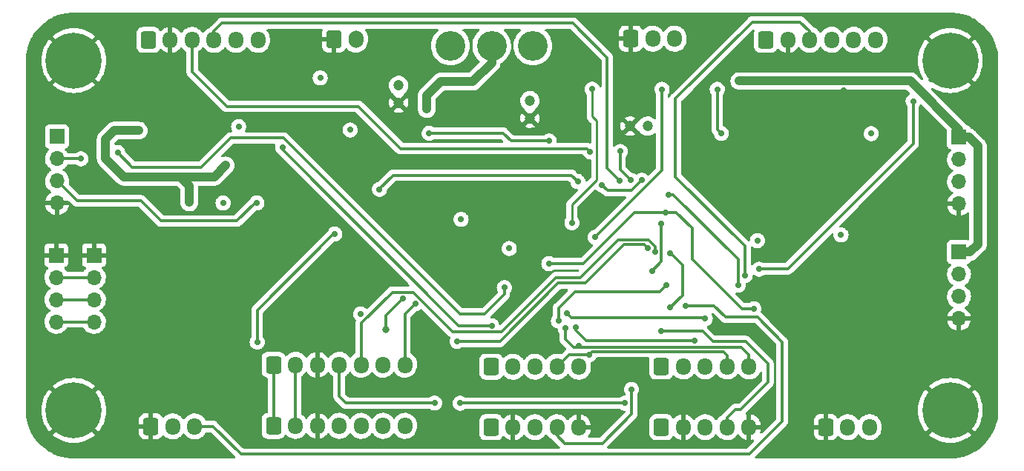
<source format=gbr>
%TF.GenerationSoftware,KiCad,Pcbnew,(6.0.7-1)-1*%
%TF.CreationDate,2022-10-27T12:50:35+02:00*%
%TF.ProjectId,ESE_RuizHerbelinAsfary,4553455f-5275-4697-9a48-657262656c69,rev?*%
%TF.SameCoordinates,Original*%
%TF.FileFunction,Copper,L4,Bot*%
%TF.FilePolarity,Positive*%
%FSLAX46Y46*%
G04 Gerber Fmt 4.6, Leading zero omitted, Abs format (unit mm)*
G04 Created by KiCad (PCBNEW (6.0.7-1)-1) date 2022-10-27 12:50:35*
%MOMM*%
%LPD*%
G01*
G04 APERTURE LIST*
G04 Aperture macros list*
%AMRoundRect*
0 Rectangle with rounded corners*
0 $1 Rounding radius*
0 $2 $3 $4 $5 $6 $7 $8 $9 X,Y pos of 4 corners*
0 Add a 4 corners polygon primitive as box body*
4,1,4,$2,$3,$4,$5,$6,$7,$8,$9,$2,$3,0*
0 Add four circle primitives for the rounded corners*
1,1,$1+$1,$2,$3*
1,1,$1+$1,$4,$5*
1,1,$1+$1,$6,$7*
1,1,$1+$1,$8,$9*
0 Add four rect primitives between the rounded corners*
20,1,$1+$1,$2,$3,$4,$5,0*
20,1,$1+$1,$4,$5,$6,$7,0*
20,1,$1+$1,$6,$7,$8,$9,0*
20,1,$1+$1,$8,$9,$2,$3,0*%
G04 Aperture macros list end*
%TA.AperFunction,ComponentPad*%
%ADD10R,1.700000X1.700000*%
%TD*%
%TA.AperFunction,ComponentPad*%
%ADD11O,1.700000X1.700000*%
%TD*%
%TA.AperFunction,ComponentPad*%
%ADD12RoundRect,0.250000X-0.600000X-0.725000X0.600000X-0.725000X0.600000X0.725000X-0.600000X0.725000X0*%
%TD*%
%TA.AperFunction,ComponentPad*%
%ADD13O,1.700000X1.950000*%
%TD*%
%TA.AperFunction,ComponentPad*%
%ADD14C,0.800000*%
%TD*%
%TA.AperFunction,ComponentPad*%
%ADD15C,6.400000*%
%TD*%
%TA.AperFunction,ComponentPad*%
%ADD16RoundRect,0.250000X-0.600000X-0.750000X0.600000X-0.750000X0.600000X0.750000X-0.600000X0.750000X0*%
%TD*%
%TA.AperFunction,ComponentPad*%
%ADD17O,1.700000X2.000000*%
%TD*%
%TA.AperFunction,ComponentPad*%
%ADD18C,1.200000*%
%TD*%
%TA.AperFunction,ComponentPad*%
%ADD19C,3.400000*%
%TD*%
%TA.AperFunction,ViaPad*%
%ADD20C,0.800000*%
%TD*%
%TA.AperFunction,ViaPad*%
%ADD21C,0.700000*%
%TD*%
%TA.AperFunction,Conductor*%
%ADD22C,0.300000*%
%TD*%
%TA.AperFunction,Conductor*%
%ADD23C,1.000000*%
%TD*%
%TA.AperFunction,Conductor*%
%ADD24C,0.250000*%
%TD*%
G04 APERTURE END LIST*
D10*
%TO.P,J102,1,Pin_1*%
%TO.N,+BATT*%
X121000000Y-28780000D03*
D11*
%TO.P,J102,2,Pin_2*%
%TO.N,+5V*%
X121000000Y-31320000D03*
%TO.P,J102,3,Pin_3*%
%TO.N,+3.3V*%
X121000000Y-33860000D03*
%TO.P,J102,4,Pin_4*%
%TO.N,GND*%
X121000000Y-36400000D03*
%TD*%
D12*
%TO.P,J204,1,Pin_1*%
%TO.N,GND*%
X105800000Y-61910000D03*
D13*
%TO.P,J204,2,Pin_2*%
%TO.N,+5V*%
X108300000Y-61910000D03*
%TO.P,J204,3,Pin_3*%
%TO.N,/STM32/Vout2*%
X110800000Y-61910000D03*
%TD*%
D12*
%TO.P,J202,1,Pin_1*%
%TO.N,+3.3V*%
X42780000Y-54780000D03*
D13*
%TO.P,J202,2,Pin_2*%
X45280000Y-54780000D03*
%TO.P,J202,3,Pin_3*%
%TO.N,GND*%
X47780000Y-54780000D03*
%TO.P,J202,4,Pin_4*%
%TO.N,/STM32/SDA2*%
X50280000Y-54780000D03*
%TO.P,J202,5,Pin_5*%
%TO.N,/STM32/SCL2*%
X52780000Y-54780000D03*
%TO.P,J202,6,Pin_6*%
%TO.N,+3.3V*%
X55280000Y-54780000D03*
%TO.P,J202,7,Pin_7*%
%TO.N,/Sensor/GPIO_TOF_2_JP*%
X57780000Y-54780000D03*
%TD*%
D12*
%TO.P,J203,1,Pin_1*%
%TO.N,GND*%
X28790000Y-61825000D03*
D13*
%TO.P,J203,2,Pin_2*%
%TO.N,+5V*%
X31290000Y-61825000D03*
%TO.P,J203,3,Pin_3*%
%TO.N,/STM32/Vout1*%
X33790000Y-61825000D03*
%TD*%
D12*
%TO.P,J201,1,Pin_1*%
%TO.N,+3.3V*%
X42780000Y-61760000D03*
D13*
%TO.P,J201,2,Pin_2*%
X45280000Y-61760000D03*
%TO.P,J201,3,Pin_3*%
%TO.N,GND*%
X47780000Y-61760000D03*
%TO.P,J201,4,Pin_4*%
%TO.N,/STM32/SDA1*%
X50280000Y-61760000D03*
%TO.P,J201,5,Pin_5*%
%TO.N,/STM32/SCL1*%
X52780000Y-61760000D03*
%TO.P,J201,6,Pin_6*%
%TO.N,+3.3V*%
X55280000Y-61760000D03*
%TO.P,J201,7,Pin_7*%
%TO.N,/Sensor/GPIO_TOF_1_JP*%
X57780000Y-61760000D03*
%TD*%
D12*
%TO.P,J207,1,Pin_1*%
%TO.N,+5V*%
X87030000Y-61910000D03*
D13*
%TO.P,J207,2,Pin_2*%
%TO.N,GND*%
X89530000Y-61910000D03*
%TO.P,J207,3,Pin_3*%
%TO.N,/STM32/OE2*%
X92030000Y-61910000D03*
%TO.P,J207,4,Pin_4*%
%TO.N,/STM32/LED2*%
X94530000Y-61910000D03*
%TO.P,J207,5,Pin_5*%
%TO.N,GND*%
X97030000Y-61910000D03*
%TD*%
D12*
%TO.P,J503,1,Pin_1*%
%TO.N,GND*%
X83550000Y-17490000D03*
D13*
%TO.P,J503,2,Pin_2*%
%TO.N,+BATT*%
X86050000Y-17490000D03*
%TO.P,J503,3,Pin_3*%
%TO.N,/Actuator/UART_Servomoteur*%
X88550000Y-17490000D03*
%TD*%
D14*
%TO.P,H103,1,1*%
%TO.N,GND*%
X118302944Y-61697056D03*
X120000000Y-62400000D03*
X120000000Y-57600000D03*
X121697056Y-61697056D03*
X117600000Y-60000000D03*
X122400000Y-60000000D03*
X121697056Y-58302944D03*
D15*
X120000000Y-60000000D03*
D14*
X118302944Y-58302944D03*
%TD*%
D16*
%TO.P,J401,1,Pin_1*%
%TO.N,GND*%
X49690000Y-17570000D03*
D17*
%TO.P,J401,2,Pin_2*%
%TO.N,/Power_Supply/Alim*%
X52190000Y-17570000D03*
%TD*%
D10*
%TO.P,J105,1,Pin_1*%
%TO.N,+BATT*%
X121000000Y-41900000D03*
D11*
%TO.P,J105,2,Pin_2*%
%TO.N,+5V*%
X121000000Y-44440000D03*
%TO.P,J105,3,Pin_3*%
%TO.N,+3.3V*%
X121000000Y-46980000D03*
%TO.P,J105,4,Pin_4*%
%TO.N,GND*%
X121000000Y-49520000D03*
%TD*%
D18*
%TO.P,C402,1*%
%TO.N,+5V*%
X57070000Y-22850000D03*
%TO.P,C402,2*%
%TO.N,GND*%
X57070000Y-24850000D03*
%TD*%
%TO.P,C401,1*%
%TO.N,+BATT*%
X72040000Y-24590000D03*
%TO.P,C401,2*%
%TO.N,GND*%
X72040000Y-26590000D03*
%TD*%
%TO.P,C505,1*%
%TO.N,GND*%
X83480000Y-27500000D03*
%TO.P,C505,2*%
%TO.N,+BATT*%
X85480000Y-27500000D03*
%TD*%
D12*
%TO.P,J205,1,Pin_1*%
%TO.N,+5V*%
X67620000Y-61920000D03*
D13*
%TO.P,J205,2,Pin_2*%
%TO.N,GND*%
X70120000Y-61920000D03*
%TO.P,J205,3,Pin_3*%
%TO.N,/STM32/OE1*%
X72620000Y-61920000D03*
%TO.P,J205,4,Pin_4*%
%TO.N,/STM32/LED1*%
X75120000Y-61920000D03*
%TO.P,J205,5,Pin_5*%
%TO.N,GND*%
X77620000Y-61920000D03*
%TD*%
D14*
%TO.P,H102,1,1*%
%TO.N,GND*%
X118302944Y-21697056D03*
X118302944Y-18302944D03*
X120000000Y-22400000D03*
X120000000Y-17600000D03*
D15*
X120000000Y-20000000D03*
D14*
X121697056Y-21697056D03*
X122400000Y-20000000D03*
X121697056Y-18302944D03*
X117600000Y-20000000D03*
%TD*%
%TO.P,H104,1,1*%
%TO.N,GND*%
X20000000Y-62400000D03*
D15*
X20000000Y-60000000D03*
D14*
X21697056Y-58302944D03*
X22400000Y-60000000D03*
X21697056Y-61697056D03*
X18302944Y-61697056D03*
X20000000Y-57600000D03*
X17600000Y-60000000D03*
X18302944Y-58302944D03*
%TD*%
D10*
%TO.P,J103,1,Pin_1*%
%TO.N,/UART_Rx*%
X18080000Y-28680000D03*
D11*
%TO.P,J103,2,Pin_2*%
%TO.N,/UART_Tx*%
X18080000Y-31220000D03*
%TO.P,J103,3,Pin_3*%
%TO.N,+3.3V*%
X18080000Y-33760000D03*
%TO.P,J103,4,Pin_4*%
%TO.N,GND*%
X18080000Y-36300000D03*
%TD*%
D19*
%TO.P,S401,1,1*%
%TO.N,/Power_Supply/Alim*%
X62980000Y-18320000D03*
%TO.P,S401,2,2*%
%TO.N,+BATT*%
X67680000Y-18320000D03*
%TO.P,S401,3,3*%
%TO.N,unconnected-(S401-Pad3)*%
X72380000Y-18320000D03*
%TD*%
D12*
%TO.P,J206,1,Pin_1*%
%TO.N,+5V*%
X67620000Y-54995000D03*
D13*
%TO.P,J206,2,Pin_2*%
X70120000Y-54995000D03*
%TO.P,J206,3,Pin_3*%
%TO.N,/STM32/S2*%
X72620000Y-54995000D03*
%TO.P,J206,4,Pin_4*%
%TO.N,/STM32/S3*%
X75120000Y-54995000D03*
%TO.P,J206,5,Pin_5*%
%TO.N,/STM32/Out*%
X77620000Y-54995000D03*
%TD*%
D12*
%TO.P,J208,1,Pin_1*%
%TO.N,+5V*%
X87030000Y-54980000D03*
D13*
%TO.P,J208,2,Pin_2*%
X89530000Y-54980000D03*
%TO.P,J208,3,Pin_3*%
%TO.N,/STM32/S2*%
X92030000Y-54980000D03*
%TO.P,J208,4,Pin_4*%
%TO.N,/STM32/S3*%
X94530000Y-54980000D03*
%TO.P,J208,5,Pin_5*%
%TO.N,/STM32/Out*%
X97030000Y-54980000D03*
%TD*%
D10*
%TO.P,J104,1,Pin_1*%
%TO.N,GND*%
X22300000Y-42250000D03*
D11*
%TO.P,J104,2,Pin_2*%
%TO.N,+5V*%
X22300000Y-44790000D03*
%TO.P,J104,3,Pin_3*%
%TO.N,SDA*%
X22300000Y-47330000D03*
%TO.P,J104,4,Pin_4*%
%TO.N,SCL*%
X22300000Y-49870000D03*
%TD*%
D12*
%TO.P,J501,1,Pin_1*%
%TO.N,/Actuator/MotorLFT_M*%
X28500000Y-17640000D03*
D13*
%TO.P,J501,2,Pin_2*%
%TO.N,GND*%
X31000000Y-17640000D03*
%TO.P,J501,3,Pin_3*%
%TO.N,/Actuator/EncoderA_Left*%
X33500000Y-17640000D03*
%TO.P,J501,4,Pin_4*%
%TO.N,/Actuator/EncoderB_Left*%
X36000000Y-17640000D03*
%TO.P,J501,5,Pin_5*%
%TO.N,+5V*%
X38500000Y-17640000D03*
%TO.P,J501,6,Pin_6*%
%TO.N,/Actuator/MotorLFT_P*%
X41000000Y-17640000D03*
%TD*%
D14*
%TO.P,H101,1,1*%
%TO.N,GND*%
X20000000Y-17600000D03*
D15*
X20000000Y-20000000D03*
D14*
X17600000Y-20000000D03*
X21697056Y-18302944D03*
X18302944Y-18302944D03*
X22400000Y-20000000D03*
X20000000Y-22400000D03*
X18302944Y-21697056D03*
X21697056Y-21697056D03*
%TD*%
D10*
%TO.P,J101,1,Pin_1*%
%TO.N,GND*%
X18000000Y-42250000D03*
D11*
%TO.P,J101,2,Pin_2*%
%TO.N,+5V*%
X18000000Y-44790000D03*
%TO.P,J101,3,Pin_3*%
%TO.N,SDA*%
X18000000Y-47330000D03*
%TO.P,J101,4,Pin_4*%
%TO.N,SCL*%
X18000000Y-49870000D03*
%TD*%
D12*
%TO.P,J502,1,Pin_1*%
%TO.N,/Actuator/MotorRGT_M*%
X98960000Y-17620000D03*
D13*
%TO.P,J502,2,Pin_2*%
%TO.N,GND*%
X101460000Y-17620000D03*
%TO.P,J502,3,Pin_3*%
%TO.N,/Actuator/EncoderA_Right*%
X103960000Y-17620000D03*
%TO.P,J502,4,Pin_4*%
%TO.N,/Actuator/EncoderB_Right*%
X106460000Y-17620000D03*
%TO.P,J502,5,Pin_5*%
%TO.N,+5V*%
X108960000Y-17620000D03*
%TO.P,J502,6,Pin_6*%
%TO.N,/Actuator/MotorRGT_P*%
X111460000Y-17620000D03*
%TD*%
D20*
%TO.N,GND*%
X64430000Y-36460000D03*
D21*
%TO.N,+3.3V*%
X93890000Y-28340000D03*
X51520000Y-27930000D03*
X69680000Y-41480000D03*
X40890000Y-36270000D03*
X52730000Y-48970000D03*
X64190000Y-38160000D03*
X97990000Y-40580000D03*
X107540000Y-39940000D03*
X93410000Y-23280000D03*
%TO.N,GND*%
X74826944Y-41396944D03*
X96630000Y-27090000D03*
X43730000Y-27640000D03*
X76030000Y-18090000D03*
X68700000Y-44169500D03*
X107830000Y-23389500D03*
X64130000Y-43470000D03*
%TO.N,/STM32/NRST*%
X87480000Y-37350000D03*
X74200000Y-43210000D03*
X97600000Y-48380000D03*
%TO.N,+BATT*%
X37340000Y-31980500D03*
X27400000Y-28000000D03*
X33180000Y-36230000D03*
X95930000Y-22340000D03*
X60270000Y-25550000D03*
%TO.N,+5V*%
X110990000Y-28350000D03*
X37030000Y-36290000D03*
X48110000Y-21990000D03*
X38800000Y-27530000D03*
%TO.N,/UART_Tx*%
X74250000Y-29190000D03*
X60550000Y-28300000D03*
X20820000Y-31230000D03*
%TO.N,/STM32/SDA1*%
X85500000Y-41460000D03*
X63720000Y-52100000D03*
%TO.N,/STM32/SCL1*%
X40924622Y-52174622D03*
X49780000Y-39820000D03*
X77500000Y-33830000D03*
X54880000Y-34710000D03*
%TO.N,/STM32/SDA2*%
X61160000Y-59160000D03*
X64080000Y-59170000D03*
X88010000Y-42030000D03*
X82850000Y-59170000D03*
X88060000Y-48220000D03*
%TO.N,/STM32/SCL2*%
X86330000Y-41850500D03*
%TO.N,/STM32/Vout1*%
X89800000Y-48010000D03*
%TO.N,/STM32/Vout2*%
X84810000Y-33679500D03*
X80230000Y-34210000D03*
%TO.N,/Actuator/EncoderA_Left*%
X87010000Y-38620000D03*
X83570000Y-33679500D03*
X82330000Y-30390000D03*
X85990000Y-44040000D03*
X78920000Y-30420000D03*
%TO.N,/Actuator/EncoderB_Left*%
X82270000Y-33700000D03*
%TO.N,/Actuator/EncoderA_Right*%
X96600000Y-44559500D03*
%TO.N,/Actuator/EncoderB_Right*%
X115770000Y-24640000D03*
X98200000Y-43850000D03*
%TO.N,/STM32/VCP_RX*%
X92050000Y-49500000D03*
X76300378Y-48930378D03*
%TO.N,/STM32/VCP_TX*%
X75290000Y-49750000D03*
X87614647Y-45665353D03*
%TO.N,/Actuator/FWD_LeftMotor_PWM*%
X69120500Y-45950000D03*
X25000000Y-30500000D03*
%TO.N,/Actuator/REV_LeftMotor_PWM*%
X43810000Y-29930000D03*
X67680000Y-50310000D03*
%TO.N,/STM32/POWER_STATUS_ADC*%
X79160000Y-23270000D03*
X76830000Y-38540000D03*
%TO.N,/Actuator/UART_Servomoteur*%
X87120000Y-23280000D03*
X79470000Y-40200000D03*
%TO.N,/STM32/S2*%
X77240000Y-50540000D03*
X90830000Y-52060500D03*
%TO.N,/STM32/S3*%
X78790000Y-53640000D03*
%TO.N,/STM32/LED1*%
X83640000Y-57590000D03*
%TO.N,/STM32/LED2*%
X87000000Y-50960000D03*
%TO.N,/Sensor/GPIO_TOF_1_JP*%
X57530000Y-47230000D03*
D20*
X55590000Y-50770000D03*
D21*
%TO.N,/STM32/Out*%
X76060000Y-50600000D03*
X77620000Y-52630000D03*
%TO.N,/STM32/VCP_TX_JP*%
X95790000Y-45690000D03*
X87860000Y-35310000D03*
%TO.N,/Sensor/GPIO_TOF_2_JP*%
X58960000Y-47820000D03*
%TD*%
D22*
%TO.N,+3.3V*%
X27630000Y-36040000D02*
X20360000Y-36040000D01*
X40670000Y-36270000D02*
X38600000Y-38340000D01*
X38600000Y-38340000D02*
X29930000Y-38340000D01*
X29930000Y-38340000D02*
X27630000Y-36040000D01*
X42780000Y-54780000D02*
X42780000Y-61760000D01*
X20360000Y-36040000D02*
X18080000Y-33760000D01*
X93410000Y-23280000D02*
X93410000Y-27860000D01*
X93410000Y-27860000D02*
X93890000Y-28340000D01*
X40890000Y-36270000D02*
X40670000Y-36270000D01*
X45280000Y-61760000D02*
X45280000Y-54780000D01*
%TO.N,/STM32/NRST*%
X78120000Y-43210000D02*
X74200000Y-43210000D01*
X83980000Y-37350000D02*
X78120000Y-43210000D01*
X88740000Y-37350000D02*
X87480000Y-37350000D01*
X96230000Y-48380000D02*
X90560000Y-42710000D01*
X97600000Y-48380000D02*
X96230000Y-48380000D01*
X90560000Y-42710000D02*
X90560000Y-39170000D01*
X87480000Y-37350000D02*
X83980000Y-37350000D01*
X90560000Y-39170000D02*
X88740000Y-37350000D01*
D23*
%TO.N,+BATT*%
X121000000Y-28780000D02*
X122140000Y-28780000D01*
X67680000Y-20270000D02*
X67680000Y-18320000D01*
X65540000Y-22410000D02*
X67680000Y-20270000D01*
X123150000Y-41010000D02*
X122260000Y-41900000D01*
X36030500Y-33290000D02*
X32150000Y-33290000D01*
X61830000Y-22410000D02*
X65540000Y-22410000D01*
X60270000Y-25550000D02*
X60270000Y-23970000D01*
X122260000Y-41900000D02*
X121000000Y-41900000D01*
X33180000Y-34320000D02*
X32150000Y-33290000D01*
X23630000Y-28960000D02*
X23630000Y-31180000D01*
X95930000Y-22340000D02*
X115440000Y-22340000D01*
X23630000Y-31180000D02*
X25740000Y-33290000D01*
X25740000Y-33290000D02*
X32150000Y-33290000D01*
X121000000Y-27900000D02*
X121000000Y-28780000D01*
X115440000Y-22340000D02*
X121000000Y-27900000D01*
X60270000Y-23970000D02*
X61830000Y-22410000D01*
X123150000Y-29790000D02*
X123150000Y-41010000D01*
X33180000Y-36230000D02*
X33180000Y-34320000D01*
X27400000Y-28000000D02*
X24590000Y-28000000D01*
X122140000Y-28780000D02*
X123150000Y-29790000D01*
X24590000Y-28000000D02*
X23630000Y-28960000D01*
X37340000Y-31980500D02*
X36030500Y-33290000D01*
D22*
%TO.N,+5V*%
X18000000Y-44790000D02*
X22300000Y-44790000D01*
%TO.N,/UART_Tx*%
X69050000Y-28370000D02*
X68980000Y-28300000D01*
X74250000Y-29190000D02*
X69870000Y-29190000D01*
X68980000Y-28300000D02*
X60550000Y-28300000D01*
X18090000Y-31230000D02*
X18080000Y-31220000D01*
X69870000Y-29190000D02*
X69050000Y-28370000D01*
X20820000Y-31230000D02*
X18090000Y-31230000D01*
%TO.N,/STM32/SDA1*%
X85090000Y-41050000D02*
X82810000Y-41050000D01*
X68610000Y-52100000D02*
X63720000Y-52100000D01*
X85500000Y-41460000D02*
X85090000Y-41050000D01*
X75250000Y-45460000D02*
X68610000Y-52100000D01*
X78400000Y-45460000D02*
X75250000Y-45460000D01*
X82810000Y-41050000D02*
X78400000Y-45460000D01*
%TO.N,/STM32/SCL1*%
X54880000Y-34660000D02*
X56440000Y-33100000D01*
X49780000Y-39820000D02*
X49630000Y-39820000D01*
X40920000Y-48530000D02*
X40920000Y-52170000D01*
X49630000Y-39820000D02*
X40920000Y-48530000D01*
X76770000Y-33100000D02*
X77500000Y-33830000D01*
X40920000Y-52170000D02*
X40924622Y-52174622D01*
X56440000Y-33100000D02*
X76770000Y-33100000D01*
X54880000Y-34710000D02*
X54880000Y-34660000D01*
%TO.N,/STM32/SDA2*%
X89440000Y-43350000D02*
X89440000Y-46840000D01*
X50280000Y-58380000D02*
X50280000Y-54780000D01*
X89440000Y-46840000D02*
X88060000Y-48220000D01*
X88120000Y-42030000D02*
X89440000Y-43350000D01*
X88010000Y-42030000D02*
X88120000Y-42030000D01*
X82850000Y-59170000D02*
X64080000Y-59170000D01*
X61150000Y-59170000D02*
X51070000Y-59170000D01*
X51070000Y-59170000D02*
X50280000Y-58380000D01*
X61160000Y-59160000D02*
X61150000Y-59170000D01*
%TO.N,/STM32/SCL2*%
X77810000Y-44810000D02*
X75020000Y-44810000D01*
X86330000Y-41300050D02*
X85579950Y-40550000D01*
X63230000Y-51010000D02*
X58700000Y-46480000D01*
X68820000Y-51010000D02*
X63230000Y-51010000D01*
X85579950Y-40550000D02*
X82070000Y-40550000D01*
X86330000Y-41850500D02*
X86330000Y-41300050D01*
X56330000Y-46480000D02*
X52780000Y-50030000D01*
X75020000Y-44810000D02*
X68820000Y-51010000D01*
X58700000Y-46480000D02*
X56330000Y-46480000D01*
X52780000Y-50030000D02*
X52780000Y-54780000D01*
X82070000Y-40550000D02*
X77810000Y-44810000D01*
%TO.N,/STM32/Vout1*%
X89800000Y-48010000D02*
X93020000Y-48010000D01*
X35875000Y-61825000D02*
X33790000Y-61825000D01*
X100830000Y-52180000D02*
X100830000Y-61230000D01*
X93020000Y-48010000D02*
X94340000Y-49330000D01*
X97980000Y-49330000D02*
X100830000Y-52180000D01*
X39060000Y-65010000D02*
X35875000Y-61825000D01*
X97050000Y-65010000D02*
X39060000Y-65010000D01*
X100830000Y-61230000D02*
X97050000Y-65010000D01*
X94340000Y-49330000D02*
X97980000Y-49330000D01*
%TO.N,/STM32/Vout2*%
X83629500Y-34860000D02*
X84810000Y-33679500D01*
X80230000Y-34210000D02*
X80880000Y-34860000D01*
X80880000Y-34860000D02*
X83629500Y-34860000D01*
%TO.N,/Actuator/EncoderA_Left*%
X33500000Y-21290000D02*
X37450000Y-25240000D01*
X87030000Y-43000000D02*
X87030000Y-38640000D01*
X83570000Y-33679500D02*
X82330000Y-32439500D01*
X85990000Y-44040000D02*
X87030000Y-43000000D01*
X87030000Y-38640000D02*
X87010000Y-38620000D01*
X37450000Y-25240000D02*
X52470000Y-25240000D01*
X57300000Y-30070000D02*
X78570000Y-30070000D01*
X82330000Y-32439500D02*
X82330000Y-30390000D01*
X78570000Y-30070000D02*
X78920000Y-30420000D01*
X33500000Y-17640000D02*
X33500000Y-21290000D01*
X52470000Y-25240000D02*
X57300000Y-30070000D01*
%TO.N,/Actuator/EncoderB_Left*%
X82270000Y-33700000D02*
X80860000Y-32290000D01*
X80860000Y-32290000D02*
X80860000Y-19650000D01*
X36930000Y-15740000D02*
X36000000Y-16670000D01*
X80860000Y-19650000D02*
X76950000Y-15740000D01*
X76950000Y-15740000D02*
X36930000Y-15740000D01*
X36000000Y-16670000D02*
X36000000Y-17640000D01*
%TO.N,/Actuator/EncoderA_Right*%
X88660000Y-24340000D02*
X88660000Y-33280000D01*
X103960000Y-17620000D02*
X103960000Y-16670000D01*
X103960000Y-16670000D02*
X102880000Y-15590000D01*
X96600000Y-41220000D02*
X96600000Y-44559500D01*
X88660000Y-33280000D02*
X96600000Y-41220000D01*
X102880000Y-15590000D02*
X97410000Y-15590000D01*
X97410000Y-15590000D02*
X88660000Y-24340000D01*
%TO.N,/Actuator/EncoderB_Right*%
X101470000Y-43810000D02*
X115770000Y-29510000D01*
X115770000Y-29510000D02*
X115770000Y-24640000D01*
X98200000Y-43850000D02*
X98240000Y-43810000D01*
X98240000Y-43810000D02*
X101470000Y-43810000D01*
%TO.N,/STM32/VCP_RX*%
X92050000Y-49500000D02*
X91930000Y-49380000D01*
X91930000Y-49380000D02*
X76750000Y-49380000D01*
X76750000Y-49380000D02*
X76300378Y-48930378D01*
%TO.N,/STM32/VCP_TX*%
X86840000Y-46440000D02*
X77160000Y-46440000D01*
X75320000Y-48280000D02*
X75320000Y-49720000D01*
X77160000Y-46440000D02*
X75320000Y-48280000D01*
X75320000Y-49720000D02*
X75290000Y-49750000D01*
X87614647Y-45665353D02*
X86840000Y-46440000D01*
%TO.N,/Actuator/FWD_LeftMotor_PWM*%
X66860000Y-48980000D02*
X64050000Y-48980000D01*
X64050000Y-48980000D02*
X43920000Y-28850000D01*
X69120500Y-45950000D02*
X69120500Y-46719500D01*
X43920000Y-28850000D02*
X37880000Y-28850000D01*
X34560000Y-32170000D02*
X26670000Y-32170000D01*
X37880000Y-28850000D02*
X34560000Y-32170000D01*
X69120500Y-46719500D02*
X66860000Y-48980000D01*
X26670000Y-32170000D02*
X25000000Y-30500000D01*
%TO.N,/Actuator/REV_LeftMotor_PWM*%
X43810000Y-30220000D02*
X43810000Y-29930000D01*
X63910000Y-50320000D02*
X43810000Y-30220000D01*
X67680000Y-50310000D02*
X67670000Y-50320000D01*
X67670000Y-50320000D02*
X63910000Y-50320000D01*
D24*
%TO.N,/STM32/POWER_STATUS_ADC*%
X79160000Y-26380000D02*
X79160000Y-23270000D01*
X76830000Y-38540000D02*
X76830000Y-36460000D01*
X79660000Y-33630000D02*
X79660000Y-26880000D01*
X79660000Y-26880000D02*
X79160000Y-26380000D01*
X76830000Y-36460000D02*
X79660000Y-33630000D01*
D22*
%TO.N,/Actuator/UART_Servomoteur*%
X87120000Y-32550000D02*
X87120000Y-23280000D01*
X79470000Y-40200000D02*
X87120000Y-32550000D01*
%TO.N,/STM32/S2*%
X78490500Y-52060500D02*
X77240000Y-50810000D01*
X90830000Y-52060500D02*
X78490500Y-52060500D01*
X77240000Y-50810000D02*
X77240000Y-50540000D01*
%TO.N,/STM32/S3*%
X94090000Y-53260000D02*
X79170000Y-53260000D01*
X94530000Y-53700000D02*
X94090000Y-53260000D01*
X78790000Y-53640000D02*
X76475000Y-53640000D01*
X94530000Y-54980000D02*
X94530000Y-53700000D01*
X79170000Y-53260000D02*
X78790000Y-53640000D01*
X76475000Y-53640000D02*
X75120000Y-54995000D01*
%TO.N,/STM32/LED1*%
X76000000Y-63750000D02*
X75120000Y-62870000D01*
X80320000Y-63750000D02*
X76000000Y-63750000D01*
X75120000Y-62870000D02*
X75120000Y-61920000D01*
X83640000Y-60430000D02*
X80320000Y-63750000D01*
X83640000Y-57590000D02*
X83640000Y-60430000D01*
%TO.N,/STM32/LED2*%
X87000000Y-50960000D02*
X91760000Y-50960000D01*
X91760000Y-50960000D02*
X92910000Y-52110000D01*
X92910000Y-52110000D02*
X96650000Y-52110000D01*
X95490000Y-59880000D02*
X94530000Y-60840000D01*
X96110000Y-59880000D02*
X95490000Y-59880000D01*
X96650000Y-52110000D02*
X99190000Y-54650000D01*
X94530000Y-60840000D02*
X94530000Y-61910000D01*
X99190000Y-54650000D02*
X99190000Y-56800000D01*
X99190000Y-56800000D02*
X96110000Y-59880000D01*
%TO.N,/Sensor/GPIO_TOF_1_JP*%
X55590000Y-50770000D02*
X55590000Y-49170000D01*
X55590000Y-49170000D02*
X57530000Y-47230000D01*
%TO.N,/STM32/Out*%
X95569500Y-52760500D02*
X95570000Y-52760000D01*
X95570000Y-52760000D02*
X96160000Y-52760000D01*
X96160000Y-52760000D02*
X97030000Y-53630000D01*
X76060000Y-50600000D02*
X76060000Y-51830000D01*
X97030000Y-53630000D02*
X97030000Y-54980000D01*
X76060000Y-51830000D02*
X76990500Y-52760500D01*
X76990500Y-52760500D02*
X95569500Y-52760500D01*
%TO.N,SDA*%
X18000000Y-47330000D02*
X22300000Y-47330000D01*
%TO.N,SCL*%
X18000000Y-49870000D02*
X22300000Y-49870000D01*
%TO.N,/STM32/VCP_TX_JP*%
X95780000Y-45680000D02*
X95790000Y-45690000D01*
X95780000Y-42680000D02*
X95780000Y-45680000D01*
X87860000Y-35310000D02*
X88410000Y-35310000D01*
X88410000Y-35310000D02*
X95780000Y-42680000D01*
%TO.N,/Sensor/GPIO_TOF_2_JP*%
X58960000Y-47820000D02*
X57780000Y-49000000D01*
X57780000Y-49000000D02*
X57780000Y-54780000D01*
%TD*%
%TA.AperFunction,Conductor*%
%TO.N,GND*%
G36*
X119970018Y-14510000D02*
G01*
X119984851Y-14512310D01*
X119984855Y-14512310D01*
X119993724Y-14513691D01*
X120014664Y-14510953D01*
X120036202Y-14509997D01*
X120224026Y-14517766D01*
X120448278Y-14527041D01*
X120458656Y-14527901D01*
X120734674Y-14562307D01*
X120898702Y-14582753D01*
X120908967Y-14584465D01*
X121072054Y-14618661D01*
X121342976Y-14675467D01*
X121353072Y-14678023D01*
X121778101Y-14804561D01*
X121787938Y-14807938D01*
X122201081Y-14969147D01*
X122210581Y-14973314D01*
X122606608Y-15166920D01*
X122608983Y-15168081D01*
X122618139Y-15173036D01*
X122706341Y-15225593D01*
X122999085Y-15400030D01*
X123007804Y-15405726D01*
X123368705Y-15663405D01*
X123376923Y-15669801D01*
X123715326Y-15956413D01*
X123722987Y-15963467D01*
X124036533Y-16277013D01*
X124043587Y-16284674D01*
X124330199Y-16623077D01*
X124336595Y-16631295D01*
X124594274Y-16992196D01*
X124599970Y-17000915D01*
X124737384Y-17231525D01*
X124826963Y-17381859D01*
X124831918Y-17391015D01*
X125021050Y-17777890D01*
X125026682Y-17789411D01*
X125030853Y-17798919D01*
X125192062Y-18212062D01*
X125195439Y-18221899D01*
X125321977Y-18646928D01*
X125324533Y-18657024D01*
X125327033Y-18668946D01*
X125415451Y-19090632D01*
X125415534Y-19091030D01*
X125417247Y-19101298D01*
X125429807Y-19202057D01*
X125472099Y-19541344D01*
X125472959Y-19551722D01*
X125476428Y-19635592D01*
X125486856Y-19887713D01*
X125489694Y-19956335D01*
X125488302Y-19980920D01*
X125486309Y-19993724D01*
X125487473Y-20002626D01*
X125487473Y-20002628D01*
X125490436Y-20025283D01*
X125491500Y-20041621D01*
X125491500Y-59950633D01*
X125490000Y-59970018D01*
X125487690Y-59984851D01*
X125487690Y-59984855D01*
X125486309Y-59993724D01*
X125488771Y-60012552D01*
X125489074Y-60014866D01*
X125490035Y-60036289D01*
X125473824Y-60437718D01*
X125473004Y-60447853D01*
X125420706Y-60877661D01*
X125419072Y-60887697D01*
X125332286Y-61311895D01*
X125329848Y-61321767D01*
X125320666Y-61353396D01*
X125211409Y-61729770D01*
X125209135Y-61737602D01*
X125205910Y-61747239D01*
X125190435Y-61787950D01*
X125052068Y-62151963D01*
X125048075Y-62161314D01*
X124862097Y-62552321D01*
X124857362Y-62561320D01*
X124640457Y-62936067D01*
X124635013Y-62944655D01*
X124388596Y-63300693D01*
X124382476Y-63308813D01*
X124108168Y-63643803D01*
X124101414Y-63651404D01*
X123800973Y-63963200D01*
X123793632Y-63970227D01*
X123469036Y-64256775D01*
X123461150Y-64263190D01*
X123238269Y-64430002D01*
X123114489Y-64522643D01*
X123106112Y-64528400D01*
X122996648Y-64597300D01*
X122739674Y-64759047D01*
X122730857Y-64764112D01*
X122347010Y-64964462D01*
X122337814Y-64968799D01*
X122191150Y-65030866D01*
X121939057Y-65137549D01*
X121929560Y-65141123D01*
X121518493Y-65277170D01*
X121508727Y-65279971D01*
X121302580Y-65330176D01*
X121088024Y-65382429D01*
X121078056Y-65384434D01*
X120890977Y-65414274D01*
X120650474Y-65452636D01*
X120640385Y-65453830D01*
X120494832Y-65465125D01*
X120208695Y-65487330D01*
X120198534Y-65487707D01*
X119974512Y-65486974D01*
X119765550Y-65486290D01*
X119755408Y-65485847D01*
X119362503Y-65452768D01*
X119338401Y-65448347D01*
X119325735Y-65444721D01*
X119296553Y-65444887D01*
X119246559Y-65445170D01*
X119245903Y-65445172D01*
X97840345Y-65455164D01*
X97772215Y-65435194D01*
X97725697Y-65381560D01*
X97715560Y-65311291D01*
X97745023Y-65246696D01*
X97751191Y-65240069D01*
X100309164Y-62682095D01*
X104442001Y-62682095D01*
X104442338Y-62688614D01*
X104452257Y-62784206D01*
X104455149Y-62797600D01*
X104506588Y-62951784D01*
X104512761Y-62964962D01*
X104598063Y-63102807D01*
X104607099Y-63114208D01*
X104721829Y-63228739D01*
X104733240Y-63237751D01*
X104871243Y-63322816D01*
X104884424Y-63328963D01*
X105038710Y-63380138D01*
X105052086Y-63383005D01*
X105146438Y-63392672D01*
X105152854Y-63393000D01*
X105527885Y-63393000D01*
X105543124Y-63388525D01*
X105544329Y-63387135D01*
X105546000Y-63379452D01*
X105546000Y-63374884D01*
X106054000Y-63374884D01*
X106058475Y-63390123D01*
X106059865Y-63391328D01*
X106067548Y-63392999D01*
X106447095Y-63392999D01*
X106453614Y-63392662D01*
X106549206Y-63382743D01*
X106562600Y-63379851D01*
X106716784Y-63328412D01*
X106729962Y-63322239D01*
X106867807Y-63236937D01*
X106879208Y-63227901D01*
X106993739Y-63113171D01*
X107002753Y-63101757D01*
X107088723Y-62962287D01*
X107141495Y-62914793D01*
X107211566Y-62903369D01*
X107276690Y-62931643D01*
X107287149Y-62941426D01*
X107396576Y-63056135D01*
X107400854Y-63059318D01*
X107463016Y-63105568D01*
X107581542Y-63193754D01*
X107586293Y-63196170D01*
X107586297Y-63196172D01*
X107667071Y-63237239D01*
X107787051Y-63298240D01*
X107792145Y-63299822D01*
X107792148Y-63299823D01*
X107964945Y-63353478D01*
X108007227Y-63366607D01*
X108012516Y-63367308D01*
X108230489Y-63396198D01*
X108230494Y-63396198D01*
X108235774Y-63396898D01*
X108241103Y-63396698D01*
X108241105Y-63396698D01*
X108352231Y-63392526D01*
X108466158Y-63388249D01*
X108471468Y-63387135D01*
X108595112Y-63361192D01*
X108691791Y-63340907D01*
X108696750Y-63338949D01*
X108696752Y-63338948D01*
X108901256Y-63258185D01*
X108901258Y-63258184D01*
X108906221Y-63256224D01*
X108911525Y-63253006D01*
X109084173Y-63148240D01*
X109103317Y-63136623D01*
X109160120Y-63087332D01*
X109273412Y-62989023D01*
X109273414Y-62989021D01*
X109277445Y-62985523D01*
X109339929Y-62909318D01*
X109420240Y-62811373D01*
X109420244Y-62811367D01*
X109423624Y-62807245D01*
X109441552Y-62775750D01*
X109492632Y-62726445D01*
X109562262Y-62712583D01*
X109628333Y-62738566D01*
X109655573Y-62767716D01*
X109660983Y-62775752D01*
X109737441Y-62889319D01*
X109741120Y-62893176D01*
X109741122Y-62893178D01*
X109787293Y-62941577D01*
X109896576Y-63056135D01*
X109900854Y-63059318D01*
X109963016Y-63105568D01*
X110081542Y-63193754D01*
X110086293Y-63196170D01*
X110086297Y-63196172D01*
X110167071Y-63237239D01*
X110287051Y-63298240D01*
X110292145Y-63299822D01*
X110292148Y-63299823D01*
X110464945Y-63353478D01*
X110507227Y-63366607D01*
X110512516Y-63367308D01*
X110730489Y-63396198D01*
X110730494Y-63396198D01*
X110735774Y-63396898D01*
X110741103Y-63396698D01*
X110741105Y-63396698D01*
X110852231Y-63392526D01*
X110966158Y-63388249D01*
X110971468Y-63387135D01*
X111095112Y-63361192D01*
X111191791Y-63340907D01*
X111196750Y-63338949D01*
X111196752Y-63338948D01*
X111401256Y-63258185D01*
X111401258Y-63258184D01*
X111406221Y-63256224D01*
X111411525Y-63253006D01*
X111584173Y-63148240D01*
X111603317Y-63136623D01*
X111660120Y-63087332D01*
X111773412Y-62989023D01*
X111773414Y-62989021D01*
X111777445Y-62985523D01*
X111839929Y-62909318D01*
X111920240Y-62811373D01*
X111920244Y-62811367D01*
X111923624Y-62807245D01*
X111927085Y-62801166D01*
X111929237Y-62797386D01*
X117567759Y-62797386D01*
X117575216Y-62807753D01*
X117814935Y-63001874D01*
X117820272Y-63005751D01*
X118140685Y-63213830D01*
X118146394Y-63217127D01*
X118486811Y-63390578D01*
X118492836Y-63393260D01*
X118849502Y-63530171D01*
X118855784Y-63532212D01*
X119224816Y-63631094D01*
X119231266Y-63632465D01*
X119608629Y-63692234D01*
X119615167Y-63692920D01*
X119996699Y-63712916D01*
X120003301Y-63712916D01*
X120384833Y-63692920D01*
X120391371Y-63692234D01*
X120768734Y-63632465D01*
X120775184Y-63631094D01*
X121144216Y-63532212D01*
X121150498Y-63530171D01*
X121507164Y-63393260D01*
X121513189Y-63390578D01*
X121853606Y-63217127D01*
X121859315Y-63213830D01*
X122179728Y-63005751D01*
X122185065Y-63001874D01*
X122423835Y-62808522D01*
X122432300Y-62796267D01*
X122425966Y-62785176D01*
X120012812Y-60372022D01*
X119998868Y-60364408D01*
X119997035Y-60364539D01*
X119990420Y-60368790D01*
X117574900Y-62784310D01*
X117567759Y-62797386D01*
X111929237Y-62797386D01*
X112035032Y-62611529D01*
X112037675Y-62606886D01*
X112116337Y-62390175D01*
X112117287Y-62384923D01*
X112156623Y-62167392D01*
X112156624Y-62167385D01*
X112157361Y-62163308D01*
X112158500Y-62139156D01*
X112158500Y-61727110D01*
X112145998Y-61579770D01*
X112144371Y-61560591D01*
X112144370Y-61560587D01*
X112143920Y-61555280D01*
X112142582Y-61550125D01*
X112142581Y-61550119D01*
X112087343Y-61337297D01*
X112087342Y-61337293D01*
X112086001Y-61332128D01*
X112082211Y-61323713D01*
X112009740Y-61162834D01*
X111991312Y-61121925D01*
X111862559Y-60930681D01*
X111845212Y-60912496D01*
X111739175Y-60801342D01*
X111703424Y-60763865D01*
X111698383Y-60760114D01*
X111536754Y-60639859D01*
X111518458Y-60626246D01*
X111513707Y-60623830D01*
X111513703Y-60623828D01*
X111401918Y-60566994D01*
X111312949Y-60521760D01*
X111307855Y-60520178D01*
X111307852Y-60520177D01*
X111097871Y-60454976D01*
X111092773Y-60453393D01*
X111087016Y-60452630D01*
X110869511Y-60423802D01*
X110869506Y-60423802D01*
X110864226Y-60423102D01*
X110858897Y-60423302D01*
X110858895Y-60423302D01*
X110760368Y-60427001D01*
X110633842Y-60431751D01*
X110628623Y-60432846D01*
X110555074Y-60448278D01*
X110408209Y-60479093D01*
X110403250Y-60481051D01*
X110403248Y-60481052D01*
X110198744Y-60561815D01*
X110198742Y-60561816D01*
X110193779Y-60563776D01*
X110189220Y-60566543D01*
X110189217Y-60566544D01*
X110094113Y-60624255D01*
X109996683Y-60683377D01*
X109992653Y-60686874D01*
X109847097Y-60813181D01*
X109822555Y-60834477D01*
X109796435Y-60866333D01*
X109679760Y-61008627D01*
X109679756Y-61008633D01*
X109676376Y-61012755D01*
X109658448Y-61044250D01*
X109607368Y-61093555D01*
X109537738Y-61107417D01*
X109471667Y-61081434D01*
X109444427Y-61052284D01*
X109417814Y-61012755D01*
X109362559Y-60930681D01*
X109345212Y-60912496D01*
X109239175Y-60801342D01*
X109203424Y-60763865D01*
X109198383Y-60760114D01*
X109036754Y-60639859D01*
X109018458Y-60626246D01*
X109013707Y-60623830D01*
X109013703Y-60623828D01*
X108901918Y-60566994D01*
X108812949Y-60521760D01*
X108807855Y-60520178D01*
X108807852Y-60520177D01*
X108597871Y-60454976D01*
X108592773Y-60453393D01*
X108587016Y-60452630D01*
X108369511Y-60423802D01*
X108369506Y-60423802D01*
X108364226Y-60423102D01*
X108358897Y-60423302D01*
X108358895Y-60423302D01*
X108260368Y-60427001D01*
X108133842Y-60431751D01*
X108128623Y-60432846D01*
X108055074Y-60448278D01*
X107908209Y-60479093D01*
X107903250Y-60481051D01*
X107903248Y-60481052D01*
X107698744Y-60561815D01*
X107698742Y-60561816D01*
X107693779Y-60563776D01*
X107689220Y-60566543D01*
X107689217Y-60566544D01*
X107594113Y-60624255D01*
X107496683Y-60683377D01*
X107492653Y-60686874D01*
X107347097Y-60813181D01*
X107322555Y-60834477D01*
X107315546Y-60843025D01*
X107292994Y-60870529D01*
X107234334Y-60910524D01*
X107163364Y-60912455D01*
X107102616Y-60875710D01*
X107088416Y-60856941D01*
X107001937Y-60717193D01*
X106992901Y-60705792D01*
X106878171Y-60591261D01*
X106866760Y-60582249D01*
X106728757Y-60497184D01*
X106715576Y-60491037D01*
X106561290Y-60439862D01*
X106547914Y-60436995D01*
X106453562Y-60427328D01*
X106447145Y-60427000D01*
X106072115Y-60427000D01*
X106056876Y-60431475D01*
X106055671Y-60432865D01*
X106054000Y-60440548D01*
X106054000Y-63374884D01*
X105546000Y-63374884D01*
X105546000Y-62182115D01*
X105541525Y-62166876D01*
X105540135Y-62165671D01*
X105532452Y-62164000D01*
X104460116Y-62164000D01*
X104444877Y-62168475D01*
X104443672Y-62169865D01*
X104442001Y-62177548D01*
X104442001Y-62682095D01*
X100309164Y-62682095D01*
X101237600Y-61753659D01*
X101246381Y-61745669D01*
X101246390Y-61745661D01*
X101253080Y-61741416D01*
X101301621Y-61689725D01*
X101304375Y-61686884D01*
X101324926Y-61666333D01*
X101327638Y-61662837D01*
X101335349Y-61653808D01*
X101350302Y-61637885D01*
X104442000Y-61637885D01*
X104446475Y-61653124D01*
X104447865Y-61654329D01*
X104455548Y-61656000D01*
X105527885Y-61656000D01*
X105543124Y-61651525D01*
X105544329Y-61650135D01*
X105546000Y-61642452D01*
X105546000Y-60445116D01*
X105541525Y-60429877D01*
X105540135Y-60428672D01*
X105532452Y-60427001D01*
X105152905Y-60427001D01*
X105146386Y-60427338D01*
X105050794Y-60437257D01*
X105037400Y-60440149D01*
X104883216Y-60491588D01*
X104870038Y-60497761D01*
X104732193Y-60583063D01*
X104720792Y-60592099D01*
X104606261Y-60706829D01*
X104597249Y-60718240D01*
X104512184Y-60856243D01*
X104506037Y-60869424D01*
X104454862Y-61023710D01*
X104451995Y-61037086D01*
X104442328Y-61131438D01*
X104442000Y-61137855D01*
X104442000Y-61637885D01*
X101350302Y-61637885D01*
X101361544Y-61625913D01*
X101366972Y-61620133D01*
X101377301Y-61601345D01*
X101388158Y-61584816D01*
X101394136Y-61577110D01*
X101401304Y-61567869D01*
X101419659Y-61525455D01*
X101424873Y-61514812D01*
X101425766Y-61513189D01*
X101447124Y-61474337D01*
X101449095Y-61466660D01*
X101449097Y-61466655D01*
X101452455Y-61453574D01*
X101458861Y-61434862D01*
X101464233Y-61422448D01*
X101467380Y-61415177D01*
X101468948Y-61405280D01*
X101474607Y-61369544D01*
X101477012Y-61357930D01*
X101488500Y-61313188D01*
X101488500Y-61291742D01*
X101490051Y-61272032D01*
X101492166Y-61258678D01*
X101493406Y-61250849D01*
X101489059Y-61204860D01*
X101488500Y-61193005D01*
X101488500Y-60003301D01*
X116287084Y-60003301D01*
X116307080Y-60384833D01*
X116307766Y-60391371D01*
X116367535Y-60768734D01*
X116368906Y-60775184D01*
X116467788Y-61144216D01*
X116469829Y-61150498D01*
X116606740Y-61507164D01*
X116609422Y-61513189D01*
X116782872Y-61853603D01*
X116786169Y-61859313D01*
X116994253Y-62179735D01*
X116998123Y-62185061D01*
X117191478Y-62423835D01*
X117203733Y-62432300D01*
X117214824Y-62425966D01*
X119627978Y-60012812D01*
X119634356Y-60001132D01*
X120364408Y-60001132D01*
X120364539Y-60002965D01*
X120368790Y-60009580D01*
X122784310Y-62425100D01*
X122797386Y-62432241D01*
X122807753Y-62424784D01*
X123001877Y-62185061D01*
X123005747Y-62179735D01*
X123213831Y-61859313D01*
X123217128Y-61853603D01*
X123390578Y-61513189D01*
X123393260Y-61507164D01*
X123530171Y-61150498D01*
X123532212Y-61144216D01*
X123631094Y-60775184D01*
X123632465Y-60768734D01*
X123692234Y-60391371D01*
X123692920Y-60384833D01*
X123712916Y-60003301D01*
X123712916Y-59996699D01*
X123692920Y-59615167D01*
X123692234Y-59608629D01*
X123632465Y-59231266D01*
X123631094Y-59224816D01*
X123532212Y-58855784D01*
X123530171Y-58849502D01*
X123393260Y-58492836D01*
X123390578Y-58486811D01*
X123217128Y-58146397D01*
X123213831Y-58140687D01*
X123005747Y-57820265D01*
X123001877Y-57814939D01*
X122808522Y-57576165D01*
X122796267Y-57567700D01*
X122785176Y-57574034D01*
X120372022Y-59987188D01*
X120364408Y-60001132D01*
X119634356Y-60001132D01*
X119635592Y-59998868D01*
X119635461Y-59997035D01*
X119631210Y-59990420D01*
X117215690Y-57574900D01*
X117202614Y-57567759D01*
X117192247Y-57575216D01*
X116998123Y-57814939D01*
X116994253Y-57820265D01*
X116786169Y-58140687D01*
X116782872Y-58146397D01*
X116609422Y-58486811D01*
X116606740Y-58492836D01*
X116469829Y-58849502D01*
X116467788Y-58855784D01*
X116368906Y-59224816D01*
X116367535Y-59231266D01*
X116307766Y-59608629D01*
X116307080Y-59615167D01*
X116287084Y-59996699D01*
X116287084Y-60003301D01*
X101488500Y-60003301D01*
X101488500Y-57203733D01*
X117567700Y-57203733D01*
X117574034Y-57214824D01*
X119987188Y-59627978D01*
X120001132Y-59635592D01*
X120002965Y-59635461D01*
X120009580Y-59631210D01*
X122425100Y-57215690D01*
X122432241Y-57202614D01*
X122424784Y-57192247D01*
X122185065Y-56998126D01*
X122179728Y-56994249D01*
X121859315Y-56786170D01*
X121853606Y-56782873D01*
X121513189Y-56609422D01*
X121507164Y-56606740D01*
X121150498Y-56469829D01*
X121144216Y-56467788D01*
X120775184Y-56368906D01*
X120768734Y-56367535D01*
X120391371Y-56307766D01*
X120384833Y-56307080D01*
X120003301Y-56287084D01*
X119996699Y-56287084D01*
X119615167Y-56307080D01*
X119608629Y-56307766D01*
X119231266Y-56367535D01*
X119224816Y-56368906D01*
X118855784Y-56467788D01*
X118849502Y-56469829D01*
X118492836Y-56606740D01*
X118486811Y-56609422D01*
X118146397Y-56782872D01*
X118140687Y-56786169D01*
X117820265Y-56994253D01*
X117814939Y-56998123D01*
X117576165Y-57191478D01*
X117567700Y-57203733D01*
X101488500Y-57203733D01*
X101488500Y-52262059D01*
X101489059Y-52250203D01*
X101490789Y-52242463D01*
X101489362Y-52197048D01*
X101488562Y-52171611D01*
X101488500Y-52167653D01*
X101488500Y-52138568D01*
X101487946Y-52134179D01*
X101487013Y-52122337D01*
X101486518Y-52106565D01*
X101485562Y-52076169D01*
X101479580Y-52055579D01*
X101475570Y-52036216D01*
X101473875Y-52022796D01*
X101473875Y-52022795D01*
X101472882Y-52014936D01*
X101469966Y-52007571D01*
X101469965Y-52007567D01*
X101455874Y-51971979D01*
X101452035Y-51960769D01*
X101439145Y-51916400D01*
X101428225Y-51897935D01*
X101419534Y-51880195D01*
X101411635Y-51860244D01*
X101384482Y-51822871D01*
X101377967Y-51812952D01*
X101358493Y-51780023D01*
X101358490Y-51780019D01*
X101354453Y-51773193D01*
X101339289Y-51758029D01*
X101326448Y-51742995D01*
X101318501Y-51732057D01*
X101313841Y-51725643D01*
X101278247Y-51696197D01*
X101269468Y-51688208D01*
X99369226Y-49787966D01*
X119668257Y-49787966D01*
X119698565Y-49922446D01*
X119701645Y-49932275D01*
X119781770Y-50129603D01*
X119786413Y-50138794D01*
X119897694Y-50320388D01*
X119903777Y-50328699D01*
X120043213Y-50489667D01*
X120050580Y-50496883D01*
X120214434Y-50632916D01*
X120222881Y-50638831D01*
X120406756Y-50746279D01*
X120416042Y-50750729D01*
X120615001Y-50826703D01*
X120624899Y-50829579D01*
X120728250Y-50850606D01*
X120742299Y-50849410D01*
X120746000Y-50839065D01*
X120746000Y-50838517D01*
X121254000Y-50838517D01*
X121258064Y-50852359D01*
X121271478Y-50854393D01*
X121278184Y-50853534D01*
X121288262Y-50851392D01*
X121492255Y-50790191D01*
X121501842Y-50786433D01*
X121693095Y-50692739D01*
X121701945Y-50687464D01*
X121875328Y-50563792D01*
X121883200Y-50557139D01*
X122034052Y-50406812D01*
X122040730Y-50398965D01*
X122165003Y-50226020D01*
X122170313Y-50217183D01*
X122264670Y-50026267D01*
X122268469Y-50016672D01*
X122330377Y-49812910D01*
X122332555Y-49802837D01*
X122333986Y-49791962D01*
X122331775Y-49777778D01*
X122318617Y-49774000D01*
X121272115Y-49774000D01*
X121256876Y-49778475D01*
X121255671Y-49779865D01*
X121254000Y-49787548D01*
X121254000Y-50838517D01*
X120746000Y-50838517D01*
X120746000Y-49792115D01*
X120741525Y-49776876D01*
X120740135Y-49775671D01*
X120732452Y-49774000D01*
X119683225Y-49774000D01*
X119669694Y-49777973D01*
X119668257Y-49787966D01*
X99369226Y-49787966D01*
X98503655Y-48922395D01*
X98495665Y-48913615D01*
X98495663Y-48913613D01*
X98491416Y-48906920D01*
X98439742Y-48858395D01*
X98436901Y-48855641D01*
X98424502Y-48843242D01*
X98390476Y-48780930D01*
X98393764Y-48715211D01*
X98442325Y-48565754D01*
X98442325Y-48565753D01*
X98444365Y-48559475D01*
X98448492Y-48520215D01*
X98462539Y-48386565D01*
X98463229Y-48380000D01*
X98457408Y-48324617D01*
X98445055Y-48207089D01*
X98445055Y-48207088D01*
X98444365Y-48200525D01*
X98437734Y-48180115D01*
X98395775Y-48050980D01*
X98388599Y-48028893D01*
X98379403Y-48012964D01*
X98342484Y-47949020D01*
X98298367Y-47872607D01*
X98283591Y-47856196D01*
X98182035Y-47743407D01*
X98182034Y-47743406D01*
X98177613Y-47738496D01*
X98169493Y-47732596D01*
X98036957Y-47636303D01*
X98036956Y-47636302D01*
X98031615Y-47632422D01*
X98025587Y-47629738D01*
X98025585Y-47629737D01*
X97872783Y-47561705D01*
X97872781Y-47561705D01*
X97866752Y-47559020D01*
X97778492Y-47540260D01*
X97696689Y-47522872D01*
X97696685Y-47522872D01*
X97690232Y-47521500D01*
X97509768Y-47521500D01*
X97503315Y-47522872D01*
X97503311Y-47522872D01*
X97421508Y-47540260D01*
X97333248Y-47559020D01*
X97327219Y-47561704D01*
X97327217Y-47561705D01*
X97174416Y-47629737D01*
X97174414Y-47629738D01*
X97168386Y-47632422D01*
X97163044Y-47636303D01*
X97163039Y-47636306D01*
X97078900Y-47697436D01*
X97004840Y-47721500D01*
X96554950Y-47721500D01*
X96486829Y-47701498D01*
X96465855Y-47684595D01*
X95530664Y-46749404D01*
X95496638Y-46687092D01*
X95501703Y-46616277D01*
X95544250Y-46559441D01*
X95610770Y-46534630D01*
X95645956Y-46537062D01*
X95693311Y-46547128D01*
X95693315Y-46547128D01*
X95699768Y-46548500D01*
X95880232Y-46548500D01*
X95886685Y-46547128D01*
X95886689Y-46547128D01*
X95975403Y-46528271D01*
X96056752Y-46510980D01*
X96062783Y-46508295D01*
X96215585Y-46440263D01*
X96215587Y-46440262D01*
X96221615Y-46437578D01*
X96255539Y-46412931D01*
X96362269Y-46335387D01*
X96362271Y-46335385D01*
X96367613Y-46331504D01*
X96389965Y-46306680D01*
X96483948Y-46202301D01*
X96483949Y-46202300D01*
X96488367Y-46197393D01*
X96552312Y-46086638D01*
X96575295Y-46046830D01*
X96575296Y-46046829D01*
X96578599Y-46041107D01*
X96606399Y-45955547D01*
X96632325Y-45875754D01*
X96632325Y-45875753D01*
X96634365Y-45869475D01*
X96637646Y-45838264D01*
X96652539Y-45696565D01*
X96653229Y-45690000D01*
X96651494Y-45673489D01*
X96637933Y-45544468D01*
X96650705Y-45474629D01*
X96699207Y-45422782D01*
X96737046Y-45408050D01*
X96800894Y-45394478D01*
X96866752Y-45380480D01*
X96872783Y-45377795D01*
X97025585Y-45309763D01*
X97025587Y-45309762D01*
X97031615Y-45307078D01*
X97116937Y-45245088D01*
X97172269Y-45204887D01*
X97172271Y-45204885D01*
X97177613Y-45201004D01*
X97200313Y-45175793D01*
X97293948Y-45071801D01*
X97293949Y-45071800D01*
X97298367Y-45066893D01*
X97388599Y-44910607D01*
X97436932Y-44761851D01*
X97442325Y-44745254D01*
X97442325Y-44745253D01*
X97444365Y-44738975D01*
X97446051Y-44722939D01*
X97458348Y-44605939D01*
X97485361Y-44540282D01*
X97543583Y-44499653D01*
X97614528Y-44496950D01*
X97657718Y-44517174D01*
X97768385Y-44597578D01*
X97774413Y-44600262D01*
X97774415Y-44600263D01*
X97927217Y-44668295D01*
X97933248Y-44670980D01*
X98021508Y-44689740D01*
X98103311Y-44707128D01*
X98103315Y-44707128D01*
X98109768Y-44708500D01*
X98290232Y-44708500D01*
X98296685Y-44707128D01*
X98296689Y-44707128D01*
X98378492Y-44689740D01*
X98466752Y-44670980D01*
X98472783Y-44668295D01*
X98625585Y-44600263D01*
X98625587Y-44600262D01*
X98631615Y-44597578D01*
X98711268Y-44539707D01*
X98776154Y-44492564D01*
X98843022Y-44468706D01*
X98850215Y-44468500D01*
X101387944Y-44468500D01*
X101399800Y-44469059D01*
X101399803Y-44469059D01*
X101407537Y-44470788D01*
X101478369Y-44468562D01*
X101482327Y-44468500D01*
X101511432Y-44468500D01*
X101515832Y-44467944D01*
X101527664Y-44467012D01*
X101573831Y-44465562D01*
X101594421Y-44459580D01*
X101613782Y-44455570D01*
X101620770Y-44454688D01*
X101627204Y-44453875D01*
X101627205Y-44453875D01*
X101635064Y-44452882D01*
X101642429Y-44449966D01*
X101642433Y-44449965D01*
X101678021Y-44435874D01*
X101689231Y-44432035D01*
X101733600Y-44419145D01*
X101752065Y-44408225D01*
X101769805Y-44399534D01*
X101789756Y-44391635D01*
X101827129Y-44364482D01*
X101837048Y-44357967D01*
X101869977Y-44338493D01*
X101869981Y-44338490D01*
X101876807Y-44334453D01*
X101891971Y-44319289D01*
X101907005Y-44306448D01*
X101917943Y-44298501D01*
X101924357Y-44293841D01*
X101953803Y-44258247D01*
X101961792Y-44249468D01*
X106472800Y-39738460D01*
X106535112Y-39704434D01*
X106605927Y-39709499D01*
X106662763Y-39752046D01*
X106687574Y-39818566D01*
X106687205Y-39840725D01*
X106678080Y-39927544D01*
X106676771Y-39940000D01*
X106695635Y-40119475D01*
X106697675Y-40125753D01*
X106697675Y-40125754D01*
X106719666Y-40193435D01*
X106751401Y-40291107D01*
X106841633Y-40447393D01*
X106846051Y-40452300D01*
X106846052Y-40452301D01*
X106955122Y-40573435D01*
X106962387Y-40581504D01*
X106967729Y-40585385D01*
X106967731Y-40585387D01*
X107046137Y-40642352D01*
X107108385Y-40687578D01*
X107114413Y-40690262D01*
X107114415Y-40690263D01*
X107267217Y-40758295D01*
X107273248Y-40760980D01*
X107361508Y-40779740D01*
X107443311Y-40797128D01*
X107443315Y-40797128D01*
X107449768Y-40798500D01*
X107630232Y-40798500D01*
X107636685Y-40797128D01*
X107636689Y-40797128D01*
X107718492Y-40779740D01*
X107806752Y-40760980D01*
X107812783Y-40758295D01*
X107965585Y-40690263D01*
X107965587Y-40690262D01*
X107971615Y-40687578D01*
X108033863Y-40642352D01*
X108112269Y-40585387D01*
X108112271Y-40585385D01*
X108117613Y-40581504D01*
X108124878Y-40573435D01*
X108233948Y-40452301D01*
X108233949Y-40452300D01*
X108238367Y-40447393D01*
X108328599Y-40291107D01*
X108360334Y-40193435D01*
X108382325Y-40125754D01*
X108382325Y-40125753D01*
X108384365Y-40119475D01*
X108403229Y-39940000D01*
X108401920Y-39927544D01*
X108385055Y-39767089D01*
X108385055Y-39767088D01*
X108384365Y-39760525D01*
X108328599Y-39588893D01*
X108238367Y-39432607D01*
X108214280Y-39405855D01*
X108122035Y-39303407D01*
X108122034Y-39303406D01*
X108117613Y-39298496D01*
X108106282Y-39290263D01*
X107976957Y-39196303D01*
X107976956Y-39196302D01*
X107971615Y-39192422D01*
X107965587Y-39189738D01*
X107965585Y-39189737D01*
X107812783Y-39121705D01*
X107812781Y-39121705D01*
X107806752Y-39119020D01*
X107718492Y-39100260D01*
X107636689Y-39082872D01*
X107636685Y-39082872D01*
X107630232Y-39081500D01*
X107449768Y-39081500D01*
X107444732Y-39082571D01*
X107375421Y-39069893D01*
X107323576Y-39021389D01*
X107306185Y-38952555D01*
X107328768Y-38885246D01*
X107342998Y-38868262D01*
X109543294Y-36667966D01*
X119668257Y-36667966D01*
X119698565Y-36802446D01*
X119701645Y-36812275D01*
X119781770Y-37009603D01*
X119786413Y-37018794D01*
X119897694Y-37200388D01*
X119903777Y-37208699D01*
X120043213Y-37369667D01*
X120050580Y-37376883D01*
X120214434Y-37512916D01*
X120222881Y-37518831D01*
X120406756Y-37626279D01*
X120416042Y-37630729D01*
X120615001Y-37706703D01*
X120624899Y-37709579D01*
X120728250Y-37730606D01*
X120742299Y-37729410D01*
X120746000Y-37719065D01*
X120746000Y-36672115D01*
X120741525Y-36656876D01*
X120740135Y-36655671D01*
X120732452Y-36654000D01*
X119683225Y-36654000D01*
X119669694Y-36657973D01*
X119668257Y-36667966D01*
X109543294Y-36667966D01*
X116177605Y-30033655D01*
X116186385Y-30025665D01*
X116186387Y-30025663D01*
X116193080Y-30021416D01*
X116241605Y-29969742D01*
X116244359Y-29966901D01*
X116264927Y-29946333D01*
X116267647Y-29942826D01*
X116275353Y-29933804D01*
X116301544Y-29905913D01*
X116306972Y-29900133D01*
X116310794Y-29893181D01*
X116317303Y-29881342D01*
X116328157Y-29864818D01*
X116336445Y-29854132D01*
X116341304Y-29847868D01*
X116344452Y-29840594D01*
X116359654Y-29805465D01*
X116364876Y-29794805D01*
X116383305Y-29761284D01*
X116383306Y-29761282D01*
X116387124Y-29754337D01*
X116392459Y-29733559D01*
X116398858Y-29714869D01*
X116407380Y-29695176D01*
X116414606Y-29649552D01*
X116417013Y-29637929D01*
X116426528Y-29600868D01*
X116428500Y-29593188D01*
X116428500Y-29571741D01*
X116430051Y-29552031D01*
X116432166Y-29538677D01*
X116433406Y-29530848D01*
X116429059Y-29484859D01*
X116428500Y-29473004D01*
X116428500Y-25240036D01*
X116448502Y-25171915D01*
X116460858Y-25155733D01*
X116468367Y-25147393D01*
X116515395Y-25065938D01*
X116566778Y-25016945D01*
X116636492Y-25003510D01*
X116702402Y-25029897D01*
X116713609Y-25039844D01*
X119604595Y-27930829D01*
X119638621Y-27993141D01*
X119641500Y-28019924D01*
X119641500Y-29678134D01*
X119648255Y-29740316D01*
X119699385Y-29876705D01*
X119786739Y-29993261D01*
X119903295Y-30080615D01*
X119911704Y-30083767D01*
X119911705Y-30083768D01*
X120020451Y-30124535D01*
X120077216Y-30167176D01*
X120101916Y-30233738D01*
X120086709Y-30303087D01*
X120067316Y-30329568D01*
X120006491Y-30393218D01*
X119940629Y-30462138D01*
X119814743Y-30646680D01*
X119720688Y-30849305D01*
X119660989Y-31064570D01*
X119637251Y-31286695D01*
X119637548Y-31291848D01*
X119637548Y-31291851D01*
X119642177Y-31372134D01*
X119650110Y-31509715D01*
X119651247Y-31514761D01*
X119651248Y-31514767D01*
X119666199Y-31581107D01*
X119699222Y-31727639D01*
X119783266Y-31934616D01*
X119813551Y-31984037D01*
X119888987Y-32107137D01*
X119899987Y-32125088D01*
X120046250Y-32293938D01*
X120149281Y-32379476D01*
X120211480Y-32431114D01*
X120218126Y-32436632D01*
X120267988Y-32465769D01*
X120291445Y-32479476D01*
X120340169Y-32531114D01*
X120353240Y-32600897D01*
X120326509Y-32666669D01*
X120286055Y-32700027D01*
X120273607Y-32706507D01*
X120269474Y-32709610D01*
X120269471Y-32709612D01*
X120099100Y-32837530D01*
X120094965Y-32840635D01*
X120091393Y-32844373D01*
X119955733Y-32986333D01*
X119940629Y-33002138D01*
X119937715Y-33006410D01*
X119937714Y-33006411D01*
X119882958Y-33086680D01*
X119814743Y-33186680D01*
X119788236Y-33243785D01*
X119723371Y-33383526D01*
X119720688Y-33389305D01*
X119660989Y-33604570D01*
X119637251Y-33826695D01*
X119637548Y-33831848D01*
X119637548Y-33831851D01*
X119649048Y-34031291D01*
X119650110Y-34049715D01*
X119651247Y-34054761D01*
X119651248Y-34054767D01*
X119670457Y-34140001D01*
X119699222Y-34267639D01*
X119736276Y-34358893D01*
X119773880Y-34451500D01*
X119783266Y-34474616D01*
X119785965Y-34479020D01*
X119892869Y-34653472D01*
X119899987Y-34665088D01*
X120046250Y-34833938D01*
X120218126Y-34976632D01*
X120239870Y-34989338D01*
X120291955Y-35019774D01*
X120340679Y-35071412D01*
X120353750Y-35141195D01*
X120327019Y-35206967D01*
X120286562Y-35240327D01*
X120278457Y-35244546D01*
X120269738Y-35250036D01*
X120099433Y-35377905D01*
X120091726Y-35384748D01*
X119944590Y-35538717D01*
X119938104Y-35546727D01*
X119818098Y-35722649D01*
X119813000Y-35731623D01*
X119723338Y-35924783D01*
X119719775Y-35934470D01*
X119664389Y-36134183D01*
X119665912Y-36142607D01*
X119678292Y-36146000D01*
X121128000Y-36146000D01*
X121196121Y-36166002D01*
X121242614Y-36219658D01*
X121254000Y-36272000D01*
X121254000Y-37718517D01*
X121258064Y-37732359D01*
X121271478Y-37734393D01*
X121278184Y-37733534D01*
X121288262Y-37731392D01*
X121492255Y-37670191D01*
X121501842Y-37666433D01*
X121693095Y-37572739D01*
X121701945Y-37567464D01*
X121875328Y-37443792D01*
X121883193Y-37437144D01*
X121926560Y-37393929D01*
X121988932Y-37360013D01*
X122059739Y-37365201D01*
X122116500Y-37407847D01*
X122141194Y-37474411D01*
X122141500Y-37483180D01*
X122141500Y-40434379D01*
X122121498Y-40502500D01*
X122067842Y-40548993D01*
X121997568Y-40559097D01*
X121971275Y-40552363D01*
X121967716Y-40551029D01*
X121967715Y-40551029D01*
X121960316Y-40548255D01*
X121898134Y-40541500D01*
X120101866Y-40541500D01*
X120039684Y-40548255D01*
X119903295Y-40599385D01*
X119786739Y-40686739D01*
X119699385Y-40803295D01*
X119648255Y-40939684D01*
X119641500Y-41001866D01*
X119641500Y-42798134D01*
X119648255Y-42860316D01*
X119699385Y-42996705D01*
X119786739Y-43113261D01*
X119903295Y-43200615D01*
X119911704Y-43203767D01*
X119911705Y-43203768D01*
X120020451Y-43244535D01*
X120077216Y-43287176D01*
X120101916Y-43353738D01*
X120086709Y-43423087D01*
X120067316Y-43449568D01*
X119940629Y-43582138D01*
X119937715Y-43586410D01*
X119937714Y-43586411D01*
X119903541Y-43636507D01*
X119814743Y-43766680D01*
X119720688Y-43969305D01*
X119660989Y-44184570D01*
X119637251Y-44406695D01*
X119637548Y-44411848D01*
X119637548Y-44411851D01*
X119646225Y-44562342D01*
X119650110Y-44629715D01*
X119651247Y-44634761D01*
X119651248Y-44634767D01*
X119661781Y-44681504D01*
X119699222Y-44847639D01*
X119783266Y-45054616D01*
X119806709Y-45092872D01*
X119876220Y-45206303D01*
X119899987Y-45245088D01*
X120046250Y-45413938D01*
X120218126Y-45556632D01*
X120234851Y-45566405D01*
X120291445Y-45599476D01*
X120340169Y-45651114D01*
X120353240Y-45720897D01*
X120326509Y-45786669D01*
X120286055Y-45820027D01*
X120273607Y-45826507D01*
X120269474Y-45829610D01*
X120269471Y-45829612D01*
X120099100Y-45957530D01*
X120094965Y-45960635D01*
X120056282Y-46001114D01*
X120000828Y-46059144D01*
X119940629Y-46122138D01*
X119937715Y-46126410D01*
X119937714Y-46126411D01*
X119852556Y-46251249D01*
X119814743Y-46306680D01*
X119799003Y-46340590D01*
X119732598Y-46483648D01*
X119720688Y-46509305D01*
X119660989Y-46724570D01*
X119637251Y-46946695D01*
X119637548Y-46951848D01*
X119637548Y-46951851D01*
X119646515Y-47107361D01*
X119650110Y-47169715D01*
X119651247Y-47174761D01*
X119651248Y-47174767D01*
X119670398Y-47259737D01*
X119699222Y-47387639D01*
X119759319Y-47535641D01*
X119778715Y-47583407D01*
X119783266Y-47594616D01*
X119808812Y-47636303D01*
X119893415Y-47774363D01*
X119899987Y-47785088D01*
X120046250Y-47953938D01*
X120218126Y-48096632D01*
X120243570Y-48111500D01*
X120291955Y-48139774D01*
X120340679Y-48191412D01*
X120353750Y-48261195D01*
X120327019Y-48326967D01*
X120286562Y-48360327D01*
X120278457Y-48364546D01*
X120269738Y-48370036D01*
X120099433Y-48497905D01*
X120091726Y-48504748D01*
X119944590Y-48658717D01*
X119938104Y-48666727D01*
X119818098Y-48842649D01*
X119813000Y-48851623D01*
X119723338Y-49044783D01*
X119719775Y-49054470D01*
X119664389Y-49254183D01*
X119665912Y-49262607D01*
X119678292Y-49266000D01*
X122318344Y-49266000D01*
X122331875Y-49262027D01*
X122333180Y-49252947D01*
X122291214Y-49085875D01*
X122287894Y-49076124D01*
X122202972Y-48880814D01*
X122198105Y-48871739D01*
X122082426Y-48692926D01*
X122076136Y-48684757D01*
X121932806Y-48527240D01*
X121925273Y-48520215D01*
X121758139Y-48388222D01*
X121749556Y-48382520D01*
X121712602Y-48362120D01*
X121662631Y-48311687D01*
X121647859Y-48242245D01*
X121672975Y-48175839D01*
X121700327Y-48149232D01*
X121766732Y-48101866D01*
X121879860Y-48021173D01*
X121892576Y-48008502D01*
X122034435Y-47867137D01*
X122038096Y-47863489D01*
X122052340Y-47843667D01*
X122165435Y-47686277D01*
X122168453Y-47682077D01*
X122191075Y-47636306D01*
X122265136Y-47486453D01*
X122265137Y-47486451D01*
X122267430Y-47481811D01*
X122303983Y-47361500D01*
X122330865Y-47273023D01*
X122330865Y-47273021D01*
X122332370Y-47268069D01*
X122361529Y-47046590D01*
X122361857Y-47033181D01*
X122363074Y-46983365D01*
X122363074Y-46983361D01*
X122363156Y-46980000D01*
X122344852Y-46757361D01*
X122290431Y-46540702D01*
X122201354Y-46335840D01*
X122111789Y-46197393D01*
X122082822Y-46152617D01*
X122082820Y-46152614D01*
X122080014Y-46148277D01*
X121929670Y-45983051D01*
X121925619Y-45979852D01*
X121925615Y-45979848D01*
X121758414Y-45847800D01*
X121758410Y-45847798D01*
X121754359Y-45844598D01*
X121713053Y-45821796D01*
X121663084Y-45771364D01*
X121648312Y-45701921D01*
X121673428Y-45635516D01*
X121700780Y-45608909D01*
X121760368Y-45566405D01*
X121879860Y-45481173D01*
X121892576Y-45468502D01*
X122034435Y-45327137D01*
X122038096Y-45323489D01*
X122049889Y-45307078D01*
X122165435Y-45146277D01*
X122168453Y-45142077D01*
X122192772Y-45092872D01*
X122265136Y-44946453D01*
X122265137Y-44946451D01*
X122267430Y-44941811D01*
X122308434Y-44806853D01*
X122330865Y-44733023D01*
X122330865Y-44733021D01*
X122332370Y-44728069D01*
X122361529Y-44506590D01*
X122361611Y-44503240D01*
X122363074Y-44443365D01*
X122363074Y-44443361D01*
X122363156Y-44440000D01*
X122344852Y-44217361D01*
X122290431Y-44000702D01*
X122201354Y-43795840D01*
X122132167Y-43688893D01*
X122082822Y-43612617D01*
X122082820Y-43612614D01*
X122080014Y-43608277D01*
X122067152Y-43594142D01*
X121932798Y-43446488D01*
X121901746Y-43382642D01*
X121910141Y-43312143D01*
X121955317Y-43257375D01*
X121981761Y-43243706D01*
X122088297Y-43203767D01*
X122096705Y-43200615D01*
X122213261Y-43113261D01*
X122231019Y-43089567D01*
X122295233Y-43003887D01*
X122295235Y-43003884D01*
X122300615Y-42996705D01*
X122306790Y-42980233D01*
X122349431Y-42923468D01*
X122413791Y-42898941D01*
X122416669Y-42898689D01*
X122446413Y-42896087D01*
X122451532Y-42894600D01*
X122456833Y-42894080D01*
X122545834Y-42867209D01*
X122546967Y-42866874D01*
X122630414Y-42842630D01*
X122630418Y-42842628D01*
X122636336Y-42840909D01*
X122641068Y-42838456D01*
X122646169Y-42836916D01*
X122689587Y-42813831D01*
X122728260Y-42793269D01*
X122729426Y-42792657D01*
X122806453Y-42752729D01*
X122811926Y-42749892D01*
X122816089Y-42746569D01*
X122820796Y-42744066D01*
X122892918Y-42685245D01*
X122893774Y-42684554D01*
X122932973Y-42653262D01*
X122935477Y-42650758D01*
X122936195Y-42650116D01*
X122940528Y-42646415D01*
X122974062Y-42619065D01*
X123003291Y-42583733D01*
X123011272Y-42574963D01*
X123819383Y-41766851D01*
X123829527Y-41757749D01*
X123854218Y-41737897D01*
X123859025Y-41734032D01*
X123891292Y-41695578D01*
X123894472Y-41691931D01*
X123896115Y-41690119D01*
X123898309Y-41687925D01*
X123925642Y-41654651D01*
X123926348Y-41653800D01*
X123982195Y-41587244D01*
X123986154Y-41582526D01*
X123988722Y-41577856D01*
X123992103Y-41573739D01*
X124035977Y-41491914D01*
X124036606Y-41490755D01*
X124078462Y-41414619D01*
X124078465Y-41414611D01*
X124081433Y-41409213D01*
X124083045Y-41404131D01*
X124085562Y-41399437D01*
X124112762Y-41310469D01*
X124113108Y-41309358D01*
X124115911Y-41300525D01*
X124141235Y-41220694D01*
X124141829Y-41215398D01*
X124143387Y-41210302D01*
X124152790Y-41117743D01*
X124152911Y-41116607D01*
X124158500Y-41066773D01*
X124158500Y-41063246D01*
X124158555Y-41062261D01*
X124159002Y-41056581D01*
X124163374Y-41013538D01*
X124159059Y-40967891D01*
X124158500Y-40956033D01*
X124158500Y-29851850D01*
X124159237Y-29838242D01*
X124162659Y-29806739D01*
X124163325Y-29800612D01*
X124158947Y-29750570D01*
X124158621Y-29745788D01*
X124158500Y-29743310D01*
X124158500Y-29740231D01*
X124158201Y-29737177D01*
X124158200Y-29737166D01*
X124154313Y-29697529D01*
X124154191Y-29696215D01*
X124149824Y-29646303D01*
X124146087Y-29603587D01*
X124144600Y-29598468D01*
X124144080Y-29593167D01*
X124117209Y-29504166D01*
X124116874Y-29503033D01*
X124092630Y-29419586D01*
X124092628Y-29419582D01*
X124090909Y-29413664D01*
X124088456Y-29408932D01*
X124086916Y-29403831D01*
X124043269Y-29321740D01*
X124042657Y-29320574D01*
X124002729Y-29243547D01*
X123999892Y-29238074D01*
X123996569Y-29233911D01*
X123994066Y-29229204D01*
X123969025Y-29198500D01*
X123935261Y-29157102D01*
X123934433Y-29156075D01*
X123905469Y-29119792D01*
X123905464Y-29119787D01*
X123903262Y-29117028D01*
X123900761Y-29114527D01*
X123900119Y-29113809D01*
X123896406Y-29109461D01*
X123875393Y-29083697D01*
X123869065Y-29075938D01*
X123864323Y-29072015D01*
X123864321Y-29072013D01*
X123833727Y-29046703D01*
X123824947Y-29038713D01*
X122896855Y-28110621D01*
X122887753Y-28100478D01*
X122867897Y-28075782D01*
X122864032Y-28070975D01*
X122825578Y-28038708D01*
X122821931Y-28035528D01*
X122820119Y-28033885D01*
X122817925Y-28031691D01*
X122784651Y-28004358D01*
X122783853Y-28003696D01*
X122712526Y-27943846D01*
X122707856Y-27941278D01*
X122703739Y-27937897D01*
X122643031Y-27905346D01*
X122621914Y-27894023D01*
X122620755Y-27893394D01*
X122544619Y-27851538D01*
X122544611Y-27851535D01*
X122539213Y-27848567D01*
X122534131Y-27846955D01*
X122529437Y-27844438D01*
X122440476Y-27817240D01*
X122439388Y-27816901D01*
X122397113Y-27803490D01*
X122338230Y-27763827D01*
X122317231Y-27727619D01*
X122300615Y-27683295D01*
X122295235Y-27676116D01*
X122295233Y-27676113D01*
X122218642Y-27573919D01*
X122213261Y-27566739D01*
X122096705Y-27479385D01*
X121960316Y-27428255D01*
X121952460Y-27427402D01*
X121944778Y-27425575D01*
X121945209Y-27423760D01*
X121888944Y-27400378D01*
X121856254Y-27360348D01*
X121852727Y-27353544D01*
X121849892Y-27348074D01*
X121846569Y-27343911D01*
X121844066Y-27339204D01*
X121834441Y-27327402D01*
X121785263Y-27267105D01*
X121784500Y-27266160D01*
X121753261Y-27227027D01*
X121750770Y-27224536D01*
X121750120Y-27223809D01*
X121746408Y-27219463D01*
X121722955Y-27190708D01*
X121719065Y-27185938D01*
X121714323Y-27182015D01*
X121714321Y-27182013D01*
X121683727Y-27156703D01*
X121674947Y-27148713D01*
X117845672Y-23319438D01*
X117811646Y-23257126D01*
X117816711Y-23186311D01*
X117859258Y-23129475D01*
X117925778Y-23104664D01*
X117995152Y-23119755D01*
X118003392Y-23124671D01*
X118140685Y-23213830D01*
X118146394Y-23217127D01*
X118486811Y-23390578D01*
X118492836Y-23393260D01*
X118849502Y-23530171D01*
X118855784Y-23532212D01*
X119224816Y-23631094D01*
X119231266Y-23632465D01*
X119608629Y-23692234D01*
X119615167Y-23692920D01*
X119996699Y-23712916D01*
X120003301Y-23712916D01*
X120384833Y-23692920D01*
X120391371Y-23692234D01*
X120768734Y-23632465D01*
X120775184Y-23631094D01*
X121144216Y-23532212D01*
X121150498Y-23530171D01*
X121507164Y-23393260D01*
X121513189Y-23390578D01*
X121853606Y-23217127D01*
X121859315Y-23213830D01*
X122179728Y-23005751D01*
X122185065Y-23001874D01*
X122423835Y-22808522D01*
X122432300Y-22796267D01*
X122425966Y-22785176D01*
X119641922Y-20001132D01*
X120364408Y-20001132D01*
X120364539Y-20002965D01*
X120368790Y-20009580D01*
X122784310Y-22425100D01*
X122797386Y-22432241D01*
X122807753Y-22424784D01*
X123001877Y-22185061D01*
X123005747Y-22179735D01*
X123213831Y-21859313D01*
X123217128Y-21853603D01*
X123390578Y-21513189D01*
X123393260Y-21507164D01*
X123530171Y-21150498D01*
X123532212Y-21144216D01*
X123631094Y-20775184D01*
X123632465Y-20768734D01*
X123692234Y-20391371D01*
X123692920Y-20384833D01*
X123712916Y-20003301D01*
X123712916Y-19996699D01*
X123692920Y-19615167D01*
X123692234Y-19608629D01*
X123632465Y-19231266D01*
X123631094Y-19224816D01*
X123532212Y-18855784D01*
X123530171Y-18849502D01*
X123393260Y-18492836D01*
X123390578Y-18486811D01*
X123217128Y-18146397D01*
X123213831Y-18140687D01*
X123005747Y-17820265D01*
X123001877Y-17814939D01*
X122808522Y-17576165D01*
X122796267Y-17567700D01*
X122785176Y-17574034D01*
X120372022Y-19987188D01*
X120364408Y-20001132D01*
X119641922Y-20001132D01*
X117215690Y-17574900D01*
X117202614Y-17567759D01*
X117192247Y-17575216D01*
X116998123Y-17814939D01*
X116994253Y-17820265D01*
X116786169Y-18140687D01*
X116782872Y-18146397D01*
X116609422Y-18486811D01*
X116606740Y-18492836D01*
X116469829Y-18849502D01*
X116467788Y-18855784D01*
X116368906Y-19224816D01*
X116367535Y-19231266D01*
X116307766Y-19608629D01*
X116307080Y-19615167D01*
X116287084Y-19996699D01*
X116287084Y-20003301D01*
X116307080Y-20384833D01*
X116307766Y-20391371D01*
X116367535Y-20768734D01*
X116368906Y-20775184D01*
X116467788Y-21144216D01*
X116469829Y-21150498D01*
X116606740Y-21507164D01*
X116609422Y-21513189D01*
X116782872Y-21853603D01*
X116786169Y-21859313D01*
X116875330Y-21996609D01*
X116895656Y-22064633D01*
X116875978Y-22132849D01*
X116822544Y-22179596D01*
X116752319Y-22190034D01*
X116687599Y-22160849D01*
X116680562Y-22154328D01*
X116196855Y-21670621D01*
X116187753Y-21660478D01*
X116167897Y-21635782D01*
X116164032Y-21630975D01*
X116125578Y-21598708D01*
X116121931Y-21595528D01*
X116120119Y-21593885D01*
X116117925Y-21591691D01*
X116084651Y-21564358D01*
X116083853Y-21563696D01*
X116012526Y-21503846D01*
X116007856Y-21501278D01*
X116003739Y-21497897D01*
X115921914Y-21454023D01*
X115920755Y-21453394D01*
X115844619Y-21411538D01*
X115844611Y-21411535D01*
X115839213Y-21408567D01*
X115834131Y-21406955D01*
X115829437Y-21404438D01*
X115740469Y-21377238D01*
X115739441Y-21376918D01*
X115650694Y-21348765D01*
X115645398Y-21348171D01*
X115640302Y-21346613D01*
X115547743Y-21337210D01*
X115546607Y-21337089D01*
X115512992Y-21333319D01*
X115500270Y-21331892D01*
X115500266Y-21331892D01*
X115496773Y-21331500D01*
X115493246Y-21331500D01*
X115492261Y-21331445D01*
X115486581Y-21330998D01*
X115457175Y-21328011D01*
X115449663Y-21327248D01*
X115449661Y-21327248D01*
X115443538Y-21326626D01*
X115401259Y-21330623D01*
X115397891Y-21330941D01*
X115386033Y-21331500D01*
X95880231Y-21331500D01*
X95877175Y-21331800D01*
X95877168Y-21331800D01*
X95821915Y-21337218D01*
X95733167Y-21345920D01*
X95727266Y-21347702D01*
X95727264Y-21347702D01*
X95653947Y-21369838D01*
X95543831Y-21403084D01*
X95369204Y-21495934D01*
X95286445Y-21563431D01*
X95220713Y-21617040D01*
X95220710Y-21617043D01*
X95215938Y-21620935D01*
X95212011Y-21625682D01*
X95212009Y-21625684D01*
X95093799Y-21768575D01*
X95093797Y-21768579D01*
X95089870Y-21773325D01*
X94995802Y-21947299D01*
X94937318Y-22136232D01*
X94936674Y-22142357D01*
X94936674Y-22142358D01*
X94923921Y-22263702D01*
X94916645Y-22332925D01*
X94923796Y-22411500D01*
X94933891Y-22522422D01*
X94934570Y-22529888D01*
X94990410Y-22719619D01*
X94993263Y-22725077D01*
X94993265Y-22725081D01*
X95030481Y-22796267D01*
X95082040Y-22894890D01*
X95205968Y-23049025D01*
X95357474Y-23176154D01*
X95362872Y-23179121D01*
X95362877Y-23179125D01*
X95484466Y-23245968D01*
X95530787Y-23271433D01*
X95536654Y-23273294D01*
X95536656Y-23273295D01*
X95713436Y-23329373D01*
X95719306Y-23331235D01*
X95873227Y-23348500D01*
X114970075Y-23348500D01*
X115038196Y-23368502D01*
X115059170Y-23385405D01*
X115367200Y-23693435D01*
X115401226Y-23755747D01*
X115396161Y-23826562D01*
X115353614Y-23883398D01*
X115343149Y-23890301D01*
X115338386Y-23892422D01*
X115254009Y-23953725D01*
X115197731Y-23994613D01*
X115197729Y-23994615D01*
X115192387Y-23998496D01*
X115187966Y-24003406D01*
X115187965Y-24003407D01*
X115077549Y-24126037D01*
X115071633Y-24132607D01*
X114981401Y-24288893D01*
X114979359Y-24295178D01*
X114949484Y-24387126D01*
X114925635Y-24460525D01*
X114906771Y-24640000D01*
X114925635Y-24819475D01*
X114927675Y-24825753D01*
X114927675Y-24825754D01*
X114953270Y-24904528D01*
X114981401Y-24991107D01*
X114984704Y-24996829D01*
X114984705Y-24996830D01*
X114997103Y-25018304D01*
X115071633Y-25147393D01*
X115079138Y-25155728D01*
X115109854Y-25219734D01*
X115111500Y-25240036D01*
X115111500Y-29185050D01*
X115091498Y-29253171D01*
X115074595Y-29274145D01*
X101234145Y-43114595D01*
X101171833Y-43148621D01*
X101145050Y-43151500D01*
X98740105Y-43151500D01*
X98666044Y-43127436D01*
X98636957Y-43106303D01*
X98636956Y-43106302D01*
X98631615Y-43102422D01*
X98625587Y-43099738D01*
X98625585Y-43099737D01*
X98472783Y-43031705D01*
X98472781Y-43031705D01*
X98466752Y-43029020D01*
X98365272Y-43007450D01*
X98296689Y-42992872D01*
X98296685Y-42992872D01*
X98290232Y-42991500D01*
X98109768Y-42991500D01*
X98103315Y-42992872D01*
X98103311Y-42992872D01*
X98034728Y-43007450D01*
X97933248Y-43029020D01*
X97927219Y-43031704D01*
X97927217Y-43031705D01*
X97774416Y-43099737D01*
X97774414Y-43099738D01*
X97768386Y-43102422D01*
X97763045Y-43106302D01*
X97763044Y-43106303D01*
X97627731Y-43204613D01*
X97627729Y-43204615D01*
X97622387Y-43208496D01*
X97617966Y-43213406D01*
X97617965Y-43213407D01*
X97512450Y-43330594D01*
X97501633Y-43342607D01*
X97493619Y-43356488D01*
X97442238Y-43405481D01*
X97372524Y-43418918D01*
X97306613Y-43392532D01*
X97265430Y-43334700D01*
X97258500Y-43293488D01*
X97258500Y-41356987D01*
X97278502Y-41288866D01*
X97332158Y-41242373D01*
X97402432Y-41232269D01*
X97458560Y-41255050D01*
X97558385Y-41327578D01*
X97564413Y-41330262D01*
X97564415Y-41330263D01*
X97717217Y-41398295D01*
X97723248Y-41400980D01*
X97811508Y-41419740D01*
X97893311Y-41437128D01*
X97893315Y-41437128D01*
X97899768Y-41438500D01*
X98080232Y-41438500D01*
X98086685Y-41437128D01*
X98086689Y-41437128D01*
X98168492Y-41419740D01*
X98256752Y-41400980D01*
X98262783Y-41398295D01*
X98415585Y-41330263D01*
X98415587Y-41330262D01*
X98421615Y-41327578D01*
X98462810Y-41297648D01*
X98562269Y-41225387D01*
X98562271Y-41225385D01*
X98567613Y-41221504D01*
X98577699Y-41210302D01*
X98683948Y-41092301D01*
X98683949Y-41092300D01*
X98688367Y-41087393D01*
X98767539Y-40950263D01*
X98775295Y-40936830D01*
X98775296Y-40936829D01*
X98778599Y-40931107D01*
X98834365Y-40759475D01*
X98837209Y-40732422D01*
X98852539Y-40586565D01*
X98853229Y-40580000D01*
X98834365Y-40400525D01*
X98778599Y-40228893D01*
X98688367Y-40072607D01*
X98672580Y-40055073D01*
X98572035Y-39943407D01*
X98572034Y-39943406D01*
X98567613Y-39938496D01*
X98560648Y-39933435D01*
X98426957Y-39836303D01*
X98426956Y-39836302D01*
X98421615Y-39832422D01*
X98415587Y-39829738D01*
X98415585Y-39829737D01*
X98262783Y-39761705D01*
X98262781Y-39761705D01*
X98256752Y-39759020D01*
X98160024Y-39738460D01*
X98086689Y-39722872D01*
X98086685Y-39722872D01*
X98080232Y-39721500D01*
X97899768Y-39721500D01*
X97893315Y-39722872D01*
X97893311Y-39722872D01*
X97819976Y-39738460D01*
X97723248Y-39759020D01*
X97717219Y-39761704D01*
X97717217Y-39761705D01*
X97564416Y-39829737D01*
X97564414Y-39829738D01*
X97558386Y-39832422D01*
X97553045Y-39836302D01*
X97553044Y-39836303D01*
X97417731Y-39934613D01*
X97417729Y-39934615D01*
X97412387Y-39938496D01*
X97407966Y-39943406D01*
X97407965Y-39943407D01*
X97307421Y-40055073D01*
X97291633Y-40072607D01*
X97201401Y-40228893D01*
X97145635Y-40400525D01*
X97144945Y-40407088D01*
X97144945Y-40407089D01*
X97131985Y-40530396D01*
X97104972Y-40596052D01*
X97046750Y-40636682D01*
X96975805Y-40639385D01*
X96917580Y-40606320D01*
X89355405Y-33044145D01*
X89321379Y-32981833D01*
X89318500Y-32955050D01*
X89318500Y-24664950D01*
X89338502Y-24596829D01*
X89355405Y-24575855D01*
X90651260Y-23280000D01*
X92546771Y-23280000D01*
X92547461Y-23286565D01*
X92561376Y-23418950D01*
X92565635Y-23459475D01*
X92567675Y-23465753D01*
X92567675Y-23465754D01*
X92586144Y-23522595D01*
X92621401Y-23631107D01*
X92711633Y-23787393D01*
X92719138Y-23795728D01*
X92749854Y-23859734D01*
X92751500Y-23880036D01*
X92751500Y-27777944D01*
X92750941Y-27789800D01*
X92749212Y-27797537D01*
X92749461Y-27805459D01*
X92751438Y-27868369D01*
X92751500Y-27872327D01*
X92751500Y-27901432D01*
X92752056Y-27905832D01*
X92752988Y-27917664D01*
X92754438Y-27963831D01*
X92756650Y-27971444D01*
X92756650Y-27971445D01*
X92760419Y-27984416D01*
X92764430Y-28003782D01*
X92767118Y-28025064D01*
X92770034Y-28032429D01*
X92770035Y-28032433D01*
X92784126Y-28068021D01*
X92787965Y-28079231D01*
X92800855Y-28123600D01*
X92811775Y-28142065D01*
X92820466Y-28159805D01*
X92828365Y-28179756D01*
X92850364Y-28210035D01*
X92855516Y-28217126D01*
X92862033Y-28227048D01*
X92881507Y-28259977D01*
X92881510Y-28259981D01*
X92885547Y-28266807D01*
X92900711Y-28281971D01*
X92913551Y-28297004D01*
X92926159Y-28314357D01*
X92957156Y-28340000D01*
X92961752Y-28343802D01*
X92970532Y-28351792D01*
X93003210Y-28384470D01*
X93037236Y-28446782D01*
X93039425Y-28460394D01*
X93044797Y-28511498D01*
X93045635Y-28519475D01*
X93047675Y-28525753D01*
X93047675Y-28525754D01*
X93075371Y-28610995D01*
X93101401Y-28691107D01*
X93104704Y-28696829D01*
X93104705Y-28696830D01*
X93119791Y-28722960D01*
X93191633Y-28847393D01*
X93312387Y-28981504D01*
X93317729Y-28985385D01*
X93317731Y-28985387D01*
X93442364Y-29075938D01*
X93458385Y-29087578D01*
X93464413Y-29090262D01*
X93464415Y-29090263D01*
X93614596Y-29157128D01*
X93623248Y-29160980D01*
X93711508Y-29179740D01*
X93793311Y-29197128D01*
X93793315Y-29197128D01*
X93799768Y-29198500D01*
X93980232Y-29198500D01*
X93986685Y-29197128D01*
X93986689Y-29197128D01*
X94068492Y-29179740D01*
X94156752Y-29160980D01*
X94165404Y-29157128D01*
X94315585Y-29090263D01*
X94315587Y-29090262D01*
X94321615Y-29087578D01*
X94337636Y-29075938D01*
X94462269Y-28985387D01*
X94462271Y-28985385D01*
X94467613Y-28981504D01*
X94588367Y-28847393D01*
X94660209Y-28722960D01*
X94675295Y-28696830D01*
X94675296Y-28696829D01*
X94678599Y-28691107D01*
X94704629Y-28610995D01*
X94732325Y-28525754D01*
X94732325Y-28525753D01*
X94734365Y-28519475D01*
X94735204Y-28511498D01*
X94752178Y-28350000D01*
X110126771Y-28350000D01*
X110127461Y-28356565D01*
X110144520Y-28518862D01*
X110145635Y-28529475D01*
X110147675Y-28535753D01*
X110147675Y-28535754D01*
X110163129Y-28583318D01*
X110201401Y-28701107D01*
X110291633Y-28857393D01*
X110412387Y-28991504D01*
X110417729Y-28995385D01*
X110417731Y-28995387D01*
X110523198Y-29072013D01*
X110558385Y-29097578D01*
X110564413Y-29100262D01*
X110564415Y-29100263D01*
X110703869Y-29162352D01*
X110723248Y-29170980D01*
X110811508Y-29189740D01*
X110893311Y-29207128D01*
X110893315Y-29207128D01*
X110899768Y-29208500D01*
X111080232Y-29208500D01*
X111086685Y-29207128D01*
X111086689Y-29207128D01*
X111168492Y-29189740D01*
X111256752Y-29170980D01*
X111276131Y-29162352D01*
X111415585Y-29100263D01*
X111415587Y-29100262D01*
X111421615Y-29097578D01*
X111456802Y-29072013D01*
X111562269Y-28995387D01*
X111562271Y-28995385D01*
X111567613Y-28991504D01*
X111688367Y-28857393D01*
X111778599Y-28701107D01*
X111816871Y-28583318D01*
X111832325Y-28535754D01*
X111832325Y-28535753D01*
X111834365Y-28529475D01*
X111835481Y-28518862D01*
X111852539Y-28356565D01*
X111853229Y-28350000D01*
X111845947Y-28280721D01*
X111835055Y-28177089D01*
X111835055Y-28177088D01*
X111834365Y-28170525D01*
X111817248Y-28117842D01*
X111800731Y-28067008D01*
X111778599Y-27998893D01*
X111772826Y-27988893D01*
X111739302Y-27930829D01*
X111688367Y-27842607D01*
X111675572Y-27828396D01*
X111572035Y-27713407D01*
X111572034Y-27713406D01*
X111567613Y-27708496D01*
X111556461Y-27700393D01*
X111426957Y-27606303D01*
X111426956Y-27606302D01*
X111421615Y-27602422D01*
X111415587Y-27599738D01*
X111415585Y-27599737D01*
X111262783Y-27531705D01*
X111262781Y-27531705D01*
X111256752Y-27529020D01*
X111165293Y-27509580D01*
X111086689Y-27492872D01*
X111086685Y-27492872D01*
X111080232Y-27491500D01*
X110899768Y-27491500D01*
X110893315Y-27492872D01*
X110893311Y-27492872D01*
X110814707Y-27509580D01*
X110723248Y-27529020D01*
X110717219Y-27531704D01*
X110717217Y-27531705D01*
X110564416Y-27599737D01*
X110564414Y-27599738D01*
X110558386Y-27602422D01*
X110553045Y-27606302D01*
X110553044Y-27606303D01*
X110417731Y-27704613D01*
X110417729Y-27704615D01*
X110412387Y-27708496D01*
X110407966Y-27713406D01*
X110407965Y-27713407D01*
X110304429Y-27828396D01*
X110291633Y-27842607D01*
X110240698Y-27930829D01*
X110207175Y-27988893D01*
X110201401Y-27998893D01*
X110179269Y-28067008D01*
X110162753Y-28117842D01*
X110145635Y-28170525D01*
X110144945Y-28177088D01*
X110144945Y-28177089D01*
X110134053Y-28280721D01*
X110126771Y-28350000D01*
X94752178Y-28350000D01*
X94752539Y-28346565D01*
X94753229Y-28340000D01*
X94742808Y-28240855D01*
X94735055Y-28167089D01*
X94735055Y-28167088D01*
X94734365Y-28160525D01*
X94722368Y-28123600D01*
X94691869Y-28029735D01*
X94678599Y-27988893D01*
X94668526Y-27971445D01*
X94619064Y-27885776D01*
X94588367Y-27832607D01*
X94568113Y-27810112D01*
X94472035Y-27703407D01*
X94472034Y-27703406D01*
X94467613Y-27698496D01*
X94460674Y-27693454D01*
X94326957Y-27596303D01*
X94326956Y-27596302D01*
X94321615Y-27592422D01*
X94315587Y-27589738D01*
X94315585Y-27589737D01*
X94162776Y-27521702D01*
X94162775Y-27521702D01*
X94156752Y-27519020D01*
X94154308Y-27518501D01*
X94096957Y-27479284D01*
X94069321Y-27413887D01*
X94068500Y-27399526D01*
X94068500Y-23880036D01*
X94088502Y-23811915D01*
X94100858Y-23795733D01*
X94108367Y-23787393D01*
X94198599Y-23631107D01*
X94233856Y-23522595D01*
X94252325Y-23465754D01*
X94252325Y-23465753D01*
X94254365Y-23459475D01*
X94258625Y-23418950D01*
X94272539Y-23286565D01*
X94273229Y-23280000D01*
X94254365Y-23100525D01*
X94198599Y-22928893D01*
X94192826Y-22918893D01*
X94130522Y-22810980D01*
X94108367Y-22772607D01*
X94079245Y-22740263D01*
X93992035Y-22643407D01*
X93992034Y-22643406D01*
X93987613Y-22638496D01*
X93977990Y-22631504D01*
X93846957Y-22536303D01*
X93846956Y-22536302D01*
X93841615Y-22532422D01*
X93835587Y-22529738D01*
X93835585Y-22529737D01*
X93682783Y-22461705D01*
X93682781Y-22461705D01*
X93676752Y-22459020D01*
X93588492Y-22440260D01*
X93506689Y-22422872D01*
X93506685Y-22422872D01*
X93500232Y-22421500D01*
X93319768Y-22421500D01*
X93313315Y-22422872D01*
X93313311Y-22422872D01*
X93231508Y-22440260D01*
X93143248Y-22459020D01*
X93137219Y-22461704D01*
X93137217Y-22461705D01*
X92984416Y-22529737D01*
X92984414Y-22529738D01*
X92978386Y-22532422D01*
X92973045Y-22536302D01*
X92973044Y-22536303D01*
X92837731Y-22634613D01*
X92837729Y-22634615D01*
X92832387Y-22638496D01*
X92827966Y-22643406D01*
X92827965Y-22643407D01*
X92740756Y-22740263D01*
X92711633Y-22772607D01*
X92689478Y-22810980D01*
X92627175Y-22918893D01*
X92621401Y-22928893D01*
X92565635Y-23100525D01*
X92546771Y-23280000D01*
X90651260Y-23280000D01*
X97445021Y-16486239D01*
X97507333Y-16452213D01*
X97578148Y-16457278D01*
X97634984Y-16499825D01*
X97659795Y-16566345D01*
X97653709Y-16615001D01*
X97616432Y-16727390D01*
X97612203Y-16740139D01*
X97611503Y-16746975D01*
X97611502Y-16746978D01*
X97607487Y-16786169D01*
X97601500Y-16844600D01*
X97601500Y-18395400D01*
X97601837Y-18398646D01*
X97601837Y-18398650D01*
X97611610Y-18492836D01*
X97612474Y-18501166D01*
X97614655Y-18507702D01*
X97614655Y-18507704D01*
X97645379Y-18599793D01*
X97668450Y-18668946D01*
X97761522Y-18819348D01*
X97886697Y-18944305D01*
X97892927Y-18948145D01*
X97892928Y-18948146D01*
X98030090Y-19032694D01*
X98037262Y-19037115D01*
X98102846Y-19058868D01*
X98198611Y-19090632D01*
X98198613Y-19090632D01*
X98205139Y-19092797D01*
X98211975Y-19093497D01*
X98211978Y-19093498D01*
X98247663Y-19097154D01*
X98309600Y-19103500D01*
X99610400Y-19103500D01*
X99613646Y-19103163D01*
X99613650Y-19103163D01*
X99709308Y-19093238D01*
X99709312Y-19093237D01*
X99716166Y-19092526D01*
X99722702Y-19090345D01*
X99722704Y-19090345D01*
X99854806Y-19046272D01*
X99883946Y-19036550D01*
X100034348Y-18943478D01*
X100055852Y-18921937D01*
X100154134Y-18823483D01*
X100159305Y-18818303D01*
X100249353Y-18672220D01*
X100302124Y-18624727D01*
X100372196Y-18613303D01*
X100437320Y-18641577D01*
X100447782Y-18651364D01*
X100553234Y-18761906D01*
X100561186Y-18768941D01*
X100737525Y-18900141D01*
X100746562Y-18905745D01*
X100942484Y-19005357D01*
X100952335Y-19009357D01*
X101162240Y-19074534D01*
X101172624Y-19076817D01*
X101188043Y-19078861D01*
X101202207Y-19076665D01*
X101206000Y-19063478D01*
X101206000Y-17492000D01*
X101226002Y-17423879D01*
X101279658Y-17377386D01*
X101332000Y-17366000D01*
X101588000Y-17366000D01*
X101656121Y-17386002D01*
X101702614Y-17439658D01*
X101714000Y-17492000D01*
X101714000Y-19061192D01*
X101717973Y-19074723D01*
X101728580Y-19076248D01*
X101846421Y-19051523D01*
X101856617Y-19048463D01*
X102061029Y-18967737D01*
X102070561Y-18963006D01*
X102258462Y-18848984D01*
X102267052Y-18842720D01*
X102433052Y-18698673D01*
X102440472Y-18691042D01*
X102579826Y-18521089D01*
X102585848Y-18512326D01*
X102601238Y-18485289D01*
X102652320Y-18435982D01*
X102721951Y-18422120D01*
X102788022Y-18448103D01*
X102815261Y-18477253D01*
X102843947Y-18519861D01*
X102897441Y-18599319D01*
X102901120Y-18603176D01*
X102901122Y-18603178D01*
X102928882Y-18632278D01*
X103056576Y-18766135D01*
X103241542Y-18903754D01*
X103246293Y-18906170D01*
X103246297Y-18906172D01*
X103309481Y-18938296D01*
X103447051Y-19008240D01*
X103452145Y-19009822D01*
X103452148Y-19009823D01*
X103617583Y-19061192D01*
X103667227Y-19076607D01*
X103672516Y-19077308D01*
X103890489Y-19106198D01*
X103890494Y-19106198D01*
X103895774Y-19106898D01*
X103901103Y-19106698D01*
X103901105Y-19106698D01*
X104010966Y-19102573D01*
X104126158Y-19098249D01*
X104133708Y-19096665D01*
X104309006Y-19059884D01*
X104351791Y-19050907D01*
X104356750Y-19048949D01*
X104356752Y-19048948D01*
X104561256Y-18968185D01*
X104561258Y-18968184D01*
X104566221Y-18966224D01*
X104571525Y-18963006D01*
X104725798Y-18869390D01*
X104763317Y-18846623D01*
X104819153Y-18798171D01*
X104933412Y-18699023D01*
X104933414Y-18699021D01*
X104937445Y-18695523D01*
X104996764Y-18623178D01*
X105080240Y-18521373D01*
X105080244Y-18521367D01*
X105083624Y-18517245D01*
X105101552Y-18485750D01*
X105152632Y-18436445D01*
X105222262Y-18422583D01*
X105288333Y-18448566D01*
X105315573Y-18477716D01*
X105320983Y-18485752D01*
X105397441Y-18599319D01*
X105401120Y-18603176D01*
X105401122Y-18603178D01*
X105428882Y-18632278D01*
X105556576Y-18766135D01*
X105741542Y-18903754D01*
X105746293Y-18906170D01*
X105746297Y-18906172D01*
X105809481Y-18938296D01*
X105947051Y-19008240D01*
X105952145Y-19009822D01*
X105952148Y-19009823D01*
X106117583Y-19061192D01*
X106167227Y-19076607D01*
X106172516Y-19077308D01*
X106390489Y-19106198D01*
X106390494Y-19106198D01*
X106395774Y-19106898D01*
X106401103Y-19106698D01*
X106401105Y-19106698D01*
X106510966Y-19102573D01*
X106626158Y-19098249D01*
X106633708Y-19096665D01*
X106809006Y-19059884D01*
X106851791Y-19050907D01*
X106856750Y-19048949D01*
X106856752Y-19048948D01*
X107061256Y-18968185D01*
X107061258Y-18968184D01*
X107066221Y-18966224D01*
X107071525Y-18963006D01*
X107225798Y-18869390D01*
X107263317Y-18846623D01*
X107319153Y-18798171D01*
X107433412Y-18699023D01*
X107433414Y-18699021D01*
X107437445Y-18695523D01*
X107496764Y-18623178D01*
X107580240Y-18521373D01*
X107580244Y-18521367D01*
X107583624Y-18517245D01*
X107601552Y-18485750D01*
X107652632Y-18436445D01*
X107722262Y-18422583D01*
X107788333Y-18448566D01*
X107815573Y-18477716D01*
X107820983Y-18485752D01*
X107897441Y-18599319D01*
X107901120Y-18603176D01*
X107901122Y-18603178D01*
X107928882Y-18632278D01*
X108056576Y-18766135D01*
X108241542Y-18903754D01*
X108246293Y-18906170D01*
X108246297Y-18906172D01*
X108309481Y-18938296D01*
X108447051Y-19008240D01*
X108452145Y-19009822D01*
X108452148Y-19009823D01*
X108617583Y-19061192D01*
X108667227Y-19076607D01*
X108672516Y-19077308D01*
X108890489Y-19106198D01*
X108890494Y-19106198D01*
X108895774Y-19106898D01*
X108901103Y-19106698D01*
X108901105Y-19106698D01*
X109010966Y-19102573D01*
X109126158Y-19098249D01*
X109133708Y-19096665D01*
X109309006Y-19059884D01*
X109351791Y-19050907D01*
X109356750Y-19048949D01*
X109356752Y-19048948D01*
X109561256Y-18968185D01*
X109561258Y-18968184D01*
X109566221Y-18966224D01*
X109571525Y-18963006D01*
X109725798Y-18869390D01*
X109763317Y-18846623D01*
X109819153Y-18798171D01*
X109933412Y-18699023D01*
X109933414Y-18699021D01*
X109937445Y-18695523D01*
X109996764Y-18623178D01*
X110080240Y-18521373D01*
X110080244Y-18521367D01*
X110083624Y-18517245D01*
X110101552Y-18485750D01*
X110152632Y-18436445D01*
X110222262Y-18422583D01*
X110288333Y-18448566D01*
X110315573Y-18477716D01*
X110320983Y-18485752D01*
X110397441Y-18599319D01*
X110401120Y-18603176D01*
X110401122Y-18603178D01*
X110428882Y-18632278D01*
X110556576Y-18766135D01*
X110741542Y-18903754D01*
X110746293Y-18906170D01*
X110746297Y-18906172D01*
X110809481Y-18938296D01*
X110947051Y-19008240D01*
X110952145Y-19009822D01*
X110952148Y-19009823D01*
X111117583Y-19061192D01*
X111167227Y-19076607D01*
X111172516Y-19077308D01*
X111390489Y-19106198D01*
X111390494Y-19106198D01*
X111395774Y-19106898D01*
X111401103Y-19106698D01*
X111401105Y-19106698D01*
X111510966Y-19102573D01*
X111626158Y-19098249D01*
X111633708Y-19096665D01*
X111809006Y-19059884D01*
X111851791Y-19050907D01*
X111856750Y-19048949D01*
X111856752Y-19048948D01*
X112061256Y-18968185D01*
X112061258Y-18968184D01*
X112066221Y-18966224D01*
X112071525Y-18963006D01*
X112225798Y-18869390D01*
X112263317Y-18846623D01*
X112319153Y-18798171D01*
X112433412Y-18699023D01*
X112433414Y-18699021D01*
X112437445Y-18695523D01*
X112496764Y-18623178D01*
X112580240Y-18521373D01*
X112580244Y-18521367D01*
X112583624Y-18517245D01*
X112590167Y-18505752D01*
X112695032Y-18321529D01*
X112697675Y-18316886D01*
X112776337Y-18100175D01*
X112777287Y-18094923D01*
X112816623Y-17877392D01*
X112816624Y-17877385D01*
X112817361Y-17873308D01*
X112818348Y-17852392D01*
X112818430Y-17850644D01*
X112818430Y-17850637D01*
X112818500Y-17849156D01*
X112818500Y-17437110D01*
X112808224Y-17316000D01*
X112804371Y-17270591D01*
X112804370Y-17270587D01*
X112803920Y-17265280D01*
X112802582Y-17260125D01*
X112802581Y-17260119D01*
X112787946Y-17203733D01*
X117567700Y-17203733D01*
X117574034Y-17214824D01*
X119987188Y-19627978D01*
X120001132Y-19635592D01*
X120002965Y-19635461D01*
X120009580Y-19631210D01*
X122425100Y-17215690D01*
X122432241Y-17202614D01*
X122424784Y-17192247D01*
X122185065Y-16998126D01*
X122179728Y-16994249D01*
X121859315Y-16786170D01*
X121853606Y-16782873D01*
X121513189Y-16609422D01*
X121507164Y-16606740D01*
X121150498Y-16469829D01*
X121144216Y-16467788D01*
X120775184Y-16368906D01*
X120768734Y-16367535D01*
X120391371Y-16307766D01*
X120384833Y-16307080D01*
X120003301Y-16287084D01*
X119996699Y-16287084D01*
X119615167Y-16307080D01*
X119608629Y-16307766D01*
X119231266Y-16367535D01*
X119224816Y-16368906D01*
X118855784Y-16467788D01*
X118849502Y-16469829D01*
X118492836Y-16606740D01*
X118486811Y-16609422D01*
X118146397Y-16782872D01*
X118140687Y-16786169D01*
X117820265Y-16994253D01*
X117814939Y-16998123D01*
X117576165Y-17191478D01*
X117567700Y-17203733D01*
X112787946Y-17203733D01*
X112747343Y-17047297D01*
X112747342Y-17047293D01*
X112746001Y-17042128D01*
X112726179Y-16998123D01*
X112660321Y-16851925D01*
X112651312Y-16831925D01*
X112522559Y-16640681D01*
X112505212Y-16622496D01*
X112402768Y-16515108D01*
X112363424Y-16473865D01*
X112358000Y-16469829D01*
X112182740Y-16339432D01*
X112182741Y-16339432D01*
X112178458Y-16336246D01*
X112173707Y-16333830D01*
X112173703Y-16333828D01*
X112035135Y-16263377D01*
X111972949Y-16231760D01*
X111967855Y-16230178D01*
X111967852Y-16230177D01*
X111757871Y-16164976D01*
X111752773Y-16163393D01*
X111747484Y-16162692D01*
X111529511Y-16133802D01*
X111529506Y-16133802D01*
X111524226Y-16133102D01*
X111518897Y-16133302D01*
X111518895Y-16133302D01*
X111409034Y-16137427D01*
X111293842Y-16141751D01*
X111288623Y-16142846D01*
X111199475Y-16161551D01*
X111068209Y-16189093D01*
X111063250Y-16191051D01*
X111063248Y-16191052D01*
X110858744Y-16271815D01*
X110858742Y-16271816D01*
X110853779Y-16273776D01*
X110849220Y-16276543D01*
X110849217Y-16276544D01*
X110711919Y-16359859D01*
X110656683Y-16393377D01*
X110652653Y-16396874D01*
X110502478Y-16527189D01*
X110482555Y-16544477D01*
X110460763Y-16571054D01*
X110339760Y-16718627D01*
X110339756Y-16718633D01*
X110336376Y-16722755D01*
X110318448Y-16754250D01*
X110267368Y-16803555D01*
X110197738Y-16817417D01*
X110131667Y-16791434D01*
X110104427Y-16762284D01*
X110075035Y-16718627D01*
X110022559Y-16640681D01*
X110005212Y-16622496D01*
X109902768Y-16515108D01*
X109863424Y-16473865D01*
X109858000Y-16469829D01*
X109682740Y-16339432D01*
X109682741Y-16339432D01*
X109678458Y-16336246D01*
X109673707Y-16333830D01*
X109673703Y-16333828D01*
X109535135Y-16263377D01*
X109472949Y-16231760D01*
X109467855Y-16230178D01*
X109467852Y-16230177D01*
X109257871Y-16164976D01*
X109252773Y-16163393D01*
X109247484Y-16162692D01*
X109029511Y-16133802D01*
X109029506Y-16133802D01*
X109024226Y-16133102D01*
X109018897Y-16133302D01*
X109018895Y-16133302D01*
X108909034Y-16137427D01*
X108793842Y-16141751D01*
X108788623Y-16142846D01*
X108699475Y-16161551D01*
X108568209Y-16189093D01*
X108563250Y-16191051D01*
X108563248Y-16191052D01*
X108358744Y-16271815D01*
X108358742Y-16271816D01*
X108353779Y-16273776D01*
X108349220Y-16276543D01*
X108349217Y-16276544D01*
X108211919Y-16359859D01*
X108156683Y-16393377D01*
X108152653Y-16396874D01*
X108002478Y-16527189D01*
X107982555Y-16544477D01*
X107960763Y-16571054D01*
X107839760Y-16718627D01*
X107839756Y-16718633D01*
X107836376Y-16722755D01*
X107818448Y-16754250D01*
X107767368Y-16803555D01*
X107697738Y-16817417D01*
X107631667Y-16791434D01*
X107604427Y-16762284D01*
X107575035Y-16718627D01*
X107522559Y-16640681D01*
X107505212Y-16622496D01*
X107402768Y-16515108D01*
X107363424Y-16473865D01*
X107358000Y-16469829D01*
X107182740Y-16339432D01*
X107182741Y-16339432D01*
X107178458Y-16336246D01*
X107173707Y-16333830D01*
X107173703Y-16333828D01*
X107035135Y-16263377D01*
X106972949Y-16231760D01*
X106967855Y-16230178D01*
X106967852Y-16230177D01*
X106757871Y-16164976D01*
X106752773Y-16163393D01*
X106747484Y-16162692D01*
X106529511Y-16133802D01*
X106529506Y-16133802D01*
X106524226Y-16133102D01*
X106518897Y-16133302D01*
X106518895Y-16133302D01*
X106409034Y-16137427D01*
X106293842Y-16141751D01*
X106288623Y-16142846D01*
X106199475Y-16161551D01*
X106068209Y-16189093D01*
X106063250Y-16191051D01*
X106063248Y-16191052D01*
X105858744Y-16271815D01*
X105858742Y-16271816D01*
X105853779Y-16273776D01*
X105849220Y-16276543D01*
X105849217Y-16276544D01*
X105711919Y-16359859D01*
X105656683Y-16393377D01*
X105652653Y-16396874D01*
X105502478Y-16527189D01*
X105482555Y-16544477D01*
X105460763Y-16571054D01*
X105339760Y-16718627D01*
X105339756Y-16718633D01*
X105336376Y-16722755D01*
X105318448Y-16754250D01*
X105267368Y-16803555D01*
X105197738Y-16817417D01*
X105131667Y-16791434D01*
X105104427Y-16762284D01*
X105075035Y-16718627D01*
X105022559Y-16640681D01*
X105005212Y-16622496D01*
X104902768Y-16515108D01*
X104863424Y-16473865D01*
X104858000Y-16469829D01*
X104682740Y-16339432D01*
X104682741Y-16339432D01*
X104678458Y-16336246D01*
X104673707Y-16333830D01*
X104673703Y-16333828D01*
X104477708Y-16234179D01*
X104477702Y-16234177D01*
X104472949Y-16231760D01*
X104471397Y-16231278D01*
X104440257Y-16212678D01*
X104414116Y-16191052D01*
X104408247Y-16186197D01*
X104399468Y-16178208D01*
X103403655Y-15182395D01*
X103395665Y-15173615D01*
X103395663Y-15173613D01*
X103391416Y-15166920D01*
X103373965Y-15150532D01*
X103339743Y-15118396D01*
X103336901Y-15115641D01*
X103316333Y-15095073D01*
X103312826Y-15092353D01*
X103303804Y-15084647D01*
X103300387Y-15081438D01*
X103270133Y-15053028D01*
X103263181Y-15049206D01*
X103251342Y-15042697D01*
X103234818Y-15031843D01*
X103224132Y-15023555D01*
X103217868Y-15018696D01*
X103210596Y-15015549D01*
X103210594Y-15015548D01*
X103175465Y-15000346D01*
X103164805Y-14995124D01*
X103131284Y-14976695D01*
X103131282Y-14976694D01*
X103124337Y-14972876D01*
X103103559Y-14967541D01*
X103084869Y-14961142D01*
X103065176Y-14952620D01*
X103019552Y-14945394D01*
X103007929Y-14942987D01*
X102973661Y-14934189D01*
X102963188Y-14931500D01*
X102941741Y-14931500D01*
X102922031Y-14929949D01*
X102900848Y-14926594D01*
X102854859Y-14930941D01*
X102843004Y-14931500D01*
X97492059Y-14931500D01*
X97480203Y-14930941D01*
X97472463Y-14929211D01*
X97464537Y-14929460D01*
X97464536Y-14929460D01*
X97401611Y-14931438D01*
X97397653Y-14931500D01*
X97368568Y-14931500D01*
X97364637Y-14931997D01*
X97364630Y-14931997D01*
X97364179Y-14932054D01*
X97352343Y-14932986D01*
X97306169Y-14934438D01*
X97285579Y-14940420D01*
X97266218Y-14944430D01*
X97259230Y-14945312D01*
X97252796Y-14946125D01*
X97252795Y-14946125D01*
X97244936Y-14947118D01*
X97237571Y-14950034D01*
X97237567Y-14950035D01*
X97201979Y-14964126D01*
X97190769Y-14967965D01*
X97146400Y-14980855D01*
X97127935Y-14991775D01*
X97110195Y-15000466D01*
X97090244Y-15008365D01*
X97052874Y-15035516D01*
X97042952Y-15042033D01*
X97010023Y-15061507D01*
X97010019Y-15061510D01*
X97003193Y-15065547D01*
X96988029Y-15080711D01*
X96972996Y-15093551D01*
X96955643Y-15106159D01*
X96935213Y-15130855D01*
X96926198Y-15141752D01*
X96918208Y-15150532D01*
X88252395Y-23816345D01*
X88243615Y-23824335D01*
X88243613Y-23824337D01*
X88236920Y-23828584D01*
X88231494Y-23834362D01*
X88231493Y-23834363D01*
X88188396Y-23880257D01*
X88185641Y-23883099D01*
X88165073Y-23903667D01*
X88162356Y-23907170D01*
X88154648Y-23916195D01*
X88123028Y-23949867D01*
X88119207Y-23956818D01*
X88119206Y-23956819D01*
X88112697Y-23968658D01*
X88101843Y-23985182D01*
X88099041Y-23988795D01*
X88088696Y-24002132D01*
X88085549Y-24009404D01*
X88085548Y-24009406D01*
X88070346Y-24044535D01*
X88065124Y-24055195D01*
X88042876Y-24095663D01*
X88037541Y-24116441D01*
X88031142Y-24135131D01*
X88022620Y-24154824D01*
X88022620Y-24154825D01*
X88021701Y-24154427D01*
X87987282Y-24208320D01*
X87922786Y-24237996D01*
X87852483Y-24228092D01*
X87798696Y-24181751D01*
X87778500Y-24113330D01*
X87778500Y-23880036D01*
X87798502Y-23811915D01*
X87810858Y-23795733D01*
X87818367Y-23787393D01*
X87908599Y-23631107D01*
X87943856Y-23522595D01*
X87962325Y-23465754D01*
X87962325Y-23465753D01*
X87964365Y-23459475D01*
X87968625Y-23418950D01*
X87982539Y-23286565D01*
X87983229Y-23280000D01*
X87964365Y-23100525D01*
X87908599Y-22928893D01*
X87902826Y-22918893D01*
X87840522Y-22810980D01*
X87818367Y-22772607D01*
X87789245Y-22740263D01*
X87702035Y-22643407D01*
X87702034Y-22643406D01*
X87697613Y-22638496D01*
X87687990Y-22631504D01*
X87556957Y-22536303D01*
X87556956Y-22536302D01*
X87551615Y-22532422D01*
X87545587Y-22529738D01*
X87545585Y-22529737D01*
X87392783Y-22461705D01*
X87392781Y-22461705D01*
X87386752Y-22459020D01*
X87298492Y-22440260D01*
X87216689Y-22422872D01*
X87216685Y-22422872D01*
X87210232Y-22421500D01*
X87029768Y-22421500D01*
X87023315Y-22422872D01*
X87023311Y-22422872D01*
X86941508Y-22440260D01*
X86853248Y-22459020D01*
X86847219Y-22461704D01*
X86847217Y-22461705D01*
X86694416Y-22529737D01*
X86694414Y-22529738D01*
X86688386Y-22532422D01*
X86683045Y-22536302D01*
X86683044Y-22536303D01*
X86547731Y-22634613D01*
X86547729Y-22634615D01*
X86542387Y-22638496D01*
X86537966Y-22643406D01*
X86537965Y-22643407D01*
X86450756Y-22740263D01*
X86421633Y-22772607D01*
X86399478Y-22810980D01*
X86337175Y-22918893D01*
X86331401Y-22928893D01*
X86275635Y-23100525D01*
X86256771Y-23280000D01*
X86257461Y-23286565D01*
X86271376Y-23418950D01*
X86275635Y-23459475D01*
X86277675Y-23465753D01*
X86277675Y-23465754D01*
X86296144Y-23522595D01*
X86331401Y-23631107D01*
X86421633Y-23787393D01*
X86429138Y-23795728D01*
X86459854Y-23859734D01*
X86461500Y-23880036D01*
X86461500Y-26609567D01*
X86441498Y-26677688D01*
X86387842Y-26724181D01*
X86317568Y-26734285D01*
X86249971Y-26702091D01*
X86161949Y-26620724D01*
X86161943Y-26620719D01*
X86157703Y-26616800D01*
X86111675Y-26587759D01*
X85990288Y-26511169D01*
X85990283Y-26511167D01*
X85985404Y-26508088D01*
X85796180Y-26432595D01*
X85621663Y-26397881D01*
X85602032Y-26393976D01*
X85602031Y-26393976D01*
X85596366Y-26392849D01*
X85590592Y-26392773D01*
X85590588Y-26392773D01*
X85487452Y-26391424D01*
X85392655Y-26390183D01*
X85386958Y-26391162D01*
X85386957Y-26391162D01*
X85219967Y-26419856D01*
X85191870Y-26424684D01*
X85000734Y-26495198D01*
X84995773Y-26498150D01*
X84995772Y-26498150D01*
X84849067Y-26585431D01*
X84825649Y-26599363D01*
X84672478Y-26733690D01*
X84668906Y-26738221D01*
X84562274Y-26873482D01*
X84504392Y-26914595D01*
X84454174Y-26921143D01*
X84426457Y-26919125D01*
X84412449Y-26926762D01*
X83852021Y-27487189D01*
X83844408Y-27501132D01*
X83844539Y-27502966D01*
X83848790Y-27509580D01*
X84410239Y-28071028D01*
X84424176Y-28078639D01*
X84455419Y-28076404D01*
X84524793Y-28091495D01*
X84567305Y-28129363D01*
X84633479Y-28222997D01*
X84692734Y-28280721D01*
X84769059Y-28355073D01*
X84779410Y-28365157D01*
X84784206Y-28368362D01*
X84784209Y-28368364D01*
X84895045Y-28442422D01*
X84948803Y-28478342D01*
X84954106Y-28480620D01*
X84954109Y-28480622D01*
X85130680Y-28556483D01*
X85135987Y-28558763D01*
X85192295Y-28571504D01*
X85329055Y-28602450D01*
X85329060Y-28602451D01*
X85334692Y-28603725D01*
X85340463Y-28603952D01*
X85340465Y-28603952D01*
X85403470Y-28606427D01*
X85538263Y-28611723D01*
X85739883Y-28582490D01*
X85745347Y-28580635D01*
X85745352Y-28580634D01*
X85927327Y-28518862D01*
X85927332Y-28518860D01*
X85932799Y-28517004D01*
X85938653Y-28513726D01*
X86008354Y-28474691D01*
X86110551Y-28417458D01*
X86254932Y-28297378D01*
X86320095Y-28269197D01*
X86390150Y-28280721D01*
X86442854Y-28328289D01*
X86461500Y-28394252D01*
X86461500Y-32225050D01*
X86441498Y-32293171D01*
X86424595Y-32314145D01*
X85629860Y-33108880D01*
X85567548Y-33142906D01*
X85496733Y-33137841D01*
X85447131Y-33104097D01*
X85387613Y-33037996D01*
X85366646Y-33022762D01*
X85246957Y-32935803D01*
X85246956Y-32935802D01*
X85241615Y-32931922D01*
X85235587Y-32929238D01*
X85235585Y-32929237D01*
X85082783Y-32861205D01*
X85082781Y-32861205D01*
X85076752Y-32858520D01*
X84978001Y-32837530D01*
X84906689Y-32822372D01*
X84906685Y-32822372D01*
X84900232Y-32821000D01*
X84719768Y-32821000D01*
X84713315Y-32822372D01*
X84713311Y-32822372D01*
X84641999Y-32837530D01*
X84543248Y-32858520D01*
X84537219Y-32861204D01*
X84537217Y-32861205D01*
X84384416Y-32929237D01*
X84384414Y-32929238D01*
X84378386Y-32931922D01*
X84264060Y-33014984D01*
X84197193Y-33038843D01*
X84128042Y-33022762D01*
X84115946Y-33014988D01*
X84013272Y-32940391D01*
X84006957Y-32935803D01*
X84006956Y-32935802D01*
X84001615Y-32931922D01*
X83995587Y-32929238D01*
X83995585Y-32929237D01*
X83842783Y-32861205D01*
X83842781Y-32861205D01*
X83836752Y-32858520D01*
X83709483Y-32831469D01*
X83674549Y-32824043D01*
X83611651Y-32789891D01*
X83025405Y-32203645D01*
X82991379Y-32141333D01*
X82988500Y-32114550D01*
X82988500Y-30990036D01*
X83008502Y-30921915D01*
X83020858Y-30905733D01*
X83028367Y-30897393D01*
X83089505Y-30791500D01*
X83115295Y-30746830D01*
X83115296Y-30746829D01*
X83118599Y-30741107D01*
X83163945Y-30601544D01*
X83172325Y-30575754D01*
X83172325Y-30575753D01*
X83174365Y-30569475D01*
X83176268Y-30551375D01*
X83192539Y-30396565D01*
X83193229Y-30390000D01*
X83174365Y-30210525D01*
X83118599Y-30038893D01*
X83111754Y-30027036D01*
X83077034Y-29966901D01*
X83028367Y-29882607D01*
X83006658Y-29858496D01*
X82912035Y-29753407D01*
X82912034Y-29753406D01*
X82907613Y-29748496D01*
X82896355Y-29740316D01*
X82766957Y-29646303D01*
X82766956Y-29646302D01*
X82761615Y-29642422D01*
X82755587Y-29639738D01*
X82755585Y-29639737D01*
X82602783Y-29571705D01*
X82602781Y-29571705D01*
X82596752Y-29569020D01*
X82485651Y-29545405D01*
X82426689Y-29532872D01*
X82426685Y-29532872D01*
X82420232Y-29531500D01*
X82239768Y-29531500D01*
X82233315Y-29532872D01*
X82233311Y-29532872D01*
X82174349Y-29545405D01*
X82063248Y-29569020D01*
X82057219Y-29571704D01*
X82057217Y-29571705D01*
X81904416Y-29639737D01*
X81904414Y-29639738D01*
X81898386Y-29642422D01*
X81893045Y-29646302D01*
X81893044Y-29646303D01*
X81757731Y-29744613D01*
X81757729Y-29744615D01*
X81752387Y-29748496D01*
X81747965Y-29753407D01*
X81747964Y-29753408D01*
X81738135Y-29764324D01*
X81677689Y-29801563D01*
X81606705Y-29800211D01*
X81547721Y-29760697D01*
X81519464Y-29695566D01*
X81518500Y-29680013D01*
X81518500Y-28441294D01*
X82903066Y-28441294D01*
X82912948Y-28453783D01*
X82944239Y-28474691D01*
X82954349Y-28480181D01*
X83130835Y-28556005D01*
X83141778Y-28559560D01*
X83329120Y-28601952D01*
X83340530Y-28603454D01*
X83532469Y-28610995D01*
X83543951Y-28610393D01*
X83734045Y-28582832D01*
X83745240Y-28580144D01*
X83927131Y-28518400D01*
X83937628Y-28513726D01*
X84048032Y-28451898D01*
X84057895Y-28441821D01*
X84054940Y-28434151D01*
X83492811Y-27872021D01*
X83478868Y-27864408D01*
X83477034Y-27864539D01*
X83470420Y-27868790D01*
X82909259Y-28429952D01*
X82903066Y-28441294D01*
X81518500Y-28441294D01*
X81518500Y-27476638D01*
X82368012Y-27476638D01*
X82380575Y-27668304D01*
X82382376Y-27679674D01*
X82429657Y-27865843D01*
X82433498Y-27876690D01*
X82513916Y-28051130D01*
X82519664Y-28061086D01*
X82525788Y-28069751D01*
X82536377Y-28078140D01*
X82549676Y-28071113D01*
X83107979Y-27512811D01*
X83115592Y-27498868D01*
X83115461Y-27497034D01*
X83111210Y-27490420D01*
X82548538Y-26927749D01*
X82536163Y-26920992D01*
X82530197Y-26925458D01*
X82454645Y-27069058D01*
X82450242Y-27079691D01*
X82393281Y-27263132D01*
X82390891Y-27274376D01*
X82368313Y-27465137D01*
X82368012Y-27476638D01*
X81518500Y-27476638D01*
X81518500Y-26558675D01*
X82902788Y-26558675D01*
X82906275Y-26567064D01*
X83467189Y-27127979D01*
X83481132Y-27135592D01*
X83482966Y-27135461D01*
X83489580Y-27131210D01*
X84050285Y-26570504D01*
X84057042Y-26558129D01*
X84051012Y-26550073D01*
X83990061Y-26511616D01*
X83979813Y-26506395D01*
X83801401Y-26435216D01*
X83790373Y-26431949D01*
X83601982Y-26394476D01*
X83590535Y-26393273D01*
X83398477Y-26390759D01*
X83386997Y-26391662D01*
X83197697Y-26424190D01*
X83186577Y-26427170D01*
X83006365Y-26493653D01*
X82995991Y-26498601D01*
X82912385Y-26548342D01*
X82902788Y-26558675D01*
X81518500Y-26558675D01*
X81518500Y-19732056D01*
X81519059Y-19720200D01*
X81519059Y-19720197D01*
X81520788Y-19712463D01*
X81518562Y-19641631D01*
X81518500Y-19637673D01*
X81518500Y-19608568D01*
X81517944Y-19604168D01*
X81517012Y-19592330D01*
X81515811Y-19554094D01*
X81515562Y-19546169D01*
X81509580Y-19525579D01*
X81505570Y-19506216D01*
X81503875Y-19492796D01*
X81503875Y-19492795D01*
X81502882Y-19484936D01*
X81499966Y-19477571D01*
X81499965Y-19477567D01*
X81485874Y-19441979D01*
X81482035Y-19430769D01*
X81469145Y-19386400D01*
X81458225Y-19367935D01*
X81449534Y-19350195D01*
X81441635Y-19330244D01*
X81414482Y-19292871D01*
X81407967Y-19282952D01*
X81388493Y-19250023D01*
X81388490Y-19250019D01*
X81384453Y-19243193D01*
X81369289Y-19228029D01*
X81356448Y-19212995D01*
X81348501Y-19202057D01*
X81343841Y-19195643D01*
X81308247Y-19166197D01*
X81299468Y-19158208D01*
X80403355Y-18262095D01*
X82192001Y-18262095D01*
X82192338Y-18268614D01*
X82202257Y-18364206D01*
X82205149Y-18377600D01*
X82256588Y-18531784D01*
X82262761Y-18544962D01*
X82348063Y-18682807D01*
X82357099Y-18694208D01*
X82471829Y-18808739D01*
X82483240Y-18817751D01*
X82621243Y-18902816D01*
X82634424Y-18908963D01*
X82788710Y-18960138D01*
X82802086Y-18963005D01*
X82896438Y-18972672D01*
X82902854Y-18973000D01*
X83277885Y-18973000D01*
X83293124Y-18968525D01*
X83294329Y-18967135D01*
X83296000Y-18959452D01*
X83296000Y-18954884D01*
X83804000Y-18954884D01*
X83808475Y-18970123D01*
X83809865Y-18971328D01*
X83817548Y-18972999D01*
X84197095Y-18972999D01*
X84203614Y-18972662D01*
X84299206Y-18962743D01*
X84312600Y-18959851D01*
X84466784Y-18908412D01*
X84479962Y-18902239D01*
X84617807Y-18816937D01*
X84629208Y-18807901D01*
X84743739Y-18693171D01*
X84752753Y-18681757D01*
X84838723Y-18542287D01*
X84891495Y-18494793D01*
X84961566Y-18483369D01*
X85026690Y-18511643D01*
X85037149Y-18521426D01*
X85146576Y-18636135D01*
X85331542Y-18773754D01*
X85336293Y-18776170D01*
X85336297Y-18776172D01*
X85421219Y-18819348D01*
X85537051Y-18878240D01*
X85542145Y-18879822D01*
X85542148Y-18879823D01*
X85682621Y-18923441D01*
X85757227Y-18946607D01*
X85762516Y-18947308D01*
X85980489Y-18976198D01*
X85980494Y-18976198D01*
X85985774Y-18976898D01*
X85991103Y-18976698D01*
X85991105Y-18976698D01*
X86100966Y-18972573D01*
X86216158Y-18968249D01*
X86221468Y-18967135D01*
X86436572Y-18922002D01*
X86441791Y-18920907D01*
X86446750Y-18918949D01*
X86446752Y-18918948D01*
X86651256Y-18838185D01*
X86651258Y-18838184D01*
X86656221Y-18836224D01*
X86661337Y-18833120D01*
X86848757Y-18719390D01*
X86848756Y-18719390D01*
X86853317Y-18716623D01*
X86928522Y-18651364D01*
X87023412Y-18569023D01*
X87023414Y-18569021D01*
X87027445Y-18565523D01*
X87095438Y-18482600D01*
X87170240Y-18391373D01*
X87170244Y-18391367D01*
X87173624Y-18387245D01*
X87191552Y-18355750D01*
X87242632Y-18306445D01*
X87312262Y-18292583D01*
X87378333Y-18318566D01*
X87405573Y-18347716D01*
X87487441Y-18469319D01*
X87491120Y-18473176D01*
X87491122Y-18473178D01*
X87543138Y-18527704D01*
X87646576Y-18636135D01*
X87831542Y-18773754D01*
X87836293Y-18776170D01*
X87836297Y-18776172D01*
X87921219Y-18819348D01*
X88037051Y-18878240D01*
X88042145Y-18879822D01*
X88042148Y-18879823D01*
X88182621Y-18923441D01*
X88257227Y-18946607D01*
X88262516Y-18947308D01*
X88480489Y-18976198D01*
X88480494Y-18976198D01*
X88485774Y-18976898D01*
X88491103Y-18976698D01*
X88491105Y-18976698D01*
X88600966Y-18972573D01*
X88716158Y-18968249D01*
X88721468Y-18967135D01*
X88936572Y-18922002D01*
X88941791Y-18920907D01*
X88946750Y-18918949D01*
X88946752Y-18918948D01*
X89151256Y-18838185D01*
X89151258Y-18838184D01*
X89156221Y-18836224D01*
X89161337Y-18833120D01*
X89348757Y-18719390D01*
X89348756Y-18719390D01*
X89353317Y-18716623D01*
X89428522Y-18651364D01*
X89523412Y-18569023D01*
X89523414Y-18569021D01*
X89527445Y-18565523D01*
X89595438Y-18482600D01*
X89670240Y-18391373D01*
X89670244Y-18391367D01*
X89673624Y-18387245D01*
X89679115Y-18377600D01*
X89785032Y-18191529D01*
X89787675Y-18186886D01*
X89866337Y-17970175D01*
X89870036Y-17949720D01*
X89906623Y-17747392D01*
X89906624Y-17747385D01*
X89907361Y-17743308D01*
X89908500Y-17719156D01*
X89908500Y-17307110D01*
X89900743Y-17215690D01*
X89894371Y-17140591D01*
X89894370Y-17140587D01*
X89893920Y-17135280D01*
X89892582Y-17130125D01*
X89892581Y-17130119D01*
X89837343Y-16917297D01*
X89837342Y-16917293D01*
X89836001Y-16912128D01*
X89816041Y-16867817D01*
X89743507Y-16706798D01*
X89741312Y-16701925D01*
X89612559Y-16510681D01*
X89600558Y-16498100D01*
X89517096Y-16410610D01*
X89453424Y-16343865D01*
X89389823Y-16296544D01*
X89329631Y-16251760D01*
X89268458Y-16206246D01*
X89263707Y-16203830D01*
X89263703Y-16203828D01*
X89141731Y-16141815D01*
X89062949Y-16101760D01*
X89057855Y-16100178D01*
X89057852Y-16100177D01*
X88847871Y-16034976D01*
X88842773Y-16033393D01*
X88837484Y-16032692D01*
X88619511Y-16003802D01*
X88619506Y-16003802D01*
X88614226Y-16003102D01*
X88608897Y-16003302D01*
X88608895Y-16003302D01*
X88510368Y-16007001D01*
X88383842Y-16011751D01*
X88378623Y-16012846D01*
X88358849Y-16016995D01*
X88158209Y-16059093D01*
X88153250Y-16061051D01*
X88153248Y-16061052D01*
X87948744Y-16141815D01*
X87948742Y-16141816D01*
X87943779Y-16143776D01*
X87939220Y-16146543D01*
X87939217Y-16146544D01*
X87806126Y-16227306D01*
X87746683Y-16263377D01*
X87742653Y-16266874D01*
X87585460Y-16403279D01*
X87572555Y-16414477D01*
X87554708Y-16436243D01*
X87429760Y-16588627D01*
X87429756Y-16588633D01*
X87426376Y-16592755D01*
X87408448Y-16624250D01*
X87357368Y-16673555D01*
X87287738Y-16687417D01*
X87221667Y-16661434D01*
X87194427Y-16632284D01*
X87176855Y-16606184D01*
X87112559Y-16510681D01*
X87100558Y-16498100D01*
X87017096Y-16410610D01*
X86953424Y-16343865D01*
X86889823Y-16296544D01*
X86829631Y-16251760D01*
X86768458Y-16206246D01*
X86763707Y-16203830D01*
X86763703Y-16203828D01*
X86641731Y-16141815D01*
X86562949Y-16101760D01*
X86557855Y-16100178D01*
X86557852Y-16100177D01*
X86347871Y-16034976D01*
X86342773Y-16033393D01*
X86337484Y-16032692D01*
X86119511Y-16003802D01*
X86119506Y-16003802D01*
X86114226Y-16003102D01*
X86108897Y-16003302D01*
X86108895Y-16003302D01*
X86010368Y-16007001D01*
X85883842Y-16011751D01*
X85878623Y-16012846D01*
X85858849Y-16016995D01*
X85658209Y-16059093D01*
X85653250Y-16061051D01*
X85653248Y-16061052D01*
X85448744Y-16141815D01*
X85448742Y-16141816D01*
X85443779Y-16143776D01*
X85439220Y-16146543D01*
X85439217Y-16146544D01*
X85306126Y-16227306D01*
X85246683Y-16263377D01*
X85242653Y-16266874D01*
X85085460Y-16403279D01*
X85072555Y-16414477D01*
X85069168Y-16418608D01*
X85042994Y-16450529D01*
X84984334Y-16490524D01*
X84913364Y-16492455D01*
X84852616Y-16455710D01*
X84838416Y-16436941D01*
X84751937Y-16297193D01*
X84742901Y-16285792D01*
X84628171Y-16171261D01*
X84616760Y-16162249D01*
X84478757Y-16077184D01*
X84465576Y-16071037D01*
X84311290Y-16019862D01*
X84297914Y-16016995D01*
X84203562Y-16007328D01*
X84197145Y-16007000D01*
X83822115Y-16007000D01*
X83806876Y-16011475D01*
X83805671Y-16012865D01*
X83804000Y-16020548D01*
X83804000Y-18954884D01*
X83296000Y-18954884D01*
X83296000Y-17762115D01*
X83291525Y-17746876D01*
X83290135Y-17745671D01*
X83282452Y-17744000D01*
X82210116Y-17744000D01*
X82194877Y-17748475D01*
X82193672Y-17749865D01*
X82192001Y-17757548D01*
X82192001Y-18262095D01*
X80403355Y-18262095D01*
X79359145Y-17217885D01*
X82192000Y-17217885D01*
X82196475Y-17233124D01*
X82197865Y-17234329D01*
X82205548Y-17236000D01*
X83277885Y-17236000D01*
X83293124Y-17231525D01*
X83294329Y-17230135D01*
X83296000Y-17222452D01*
X83296000Y-16025116D01*
X83291525Y-16009877D01*
X83290135Y-16008672D01*
X83282452Y-16007001D01*
X82902905Y-16007001D01*
X82896386Y-16007338D01*
X82800794Y-16017257D01*
X82787400Y-16020149D01*
X82633216Y-16071588D01*
X82620038Y-16077761D01*
X82482193Y-16163063D01*
X82470792Y-16172099D01*
X82356261Y-16286829D01*
X82347249Y-16298240D01*
X82262184Y-16436243D01*
X82256037Y-16449424D01*
X82204862Y-16603710D01*
X82201995Y-16617086D01*
X82192328Y-16711438D01*
X82192000Y-16717855D01*
X82192000Y-17217885D01*
X79359145Y-17217885D01*
X77473655Y-15332395D01*
X77465665Y-15323615D01*
X77465663Y-15323613D01*
X77461416Y-15316920D01*
X77443965Y-15300532D01*
X77409743Y-15268396D01*
X77406901Y-15265641D01*
X77386333Y-15245073D01*
X77382826Y-15242353D01*
X77373804Y-15234647D01*
X77364162Y-15225593D01*
X77340133Y-15203028D01*
X77333181Y-15199206D01*
X77321342Y-15192697D01*
X77304818Y-15181843D01*
X77294132Y-15173555D01*
X77287868Y-15168696D01*
X77280596Y-15165549D01*
X77280594Y-15165548D01*
X77245465Y-15150346D01*
X77234805Y-15145124D01*
X77201284Y-15126695D01*
X77201282Y-15126694D01*
X77194337Y-15122876D01*
X77173559Y-15117541D01*
X77154869Y-15111142D01*
X77135176Y-15102620D01*
X77089552Y-15095394D01*
X77077929Y-15092987D01*
X77043657Y-15084188D01*
X77033188Y-15081500D01*
X77011741Y-15081500D01*
X76992031Y-15079949D01*
X76970848Y-15076594D01*
X76924859Y-15080941D01*
X76913004Y-15081500D01*
X37012060Y-15081500D01*
X37000203Y-15080941D01*
X36992463Y-15079211D01*
X36984538Y-15079460D01*
X36984537Y-15079460D01*
X36921599Y-15081438D01*
X36917641Y-15081500D01*
X36888568Y-15081500D01*
X36884634Y-15081997D01*
X36884632Y-15081997D01*
X36884189Y-15082053D01*
X36872354Y-15082985D01*
X36839564Y-15084016D01*
X36834089Y-15084188D01*
X36834088Y-15084188D01*
X36826169Y-15084437D01*
X36806444Y-15090168D01*
X36805571Y-15090421D01*
X36786218Y-15094429D01*
X36782743Y-15094868D01*
X36764936Y-15097118D01*
X36757568Y-15100035D01*
X36757565Y-15100036D01*
X36721982Y-15114125D01*
X36710747Y-15117971D01*
X36674016Y-15128642D01*
X36674013Y-15128643D01*
X36666400Y-15130855D01*
X36647935Y-15141775D01*
X36630195Y-15150466D01*
X36610244Y-15158365D01*
X36572874Y-15185516D01*
X36562952Y-15192033D01*
X36530023Y-15211507D01*
X36530019Y-15211510D01*
X36523193Y-15215547D01*
X36508029Y-15230711D01*
X36492996Y-15243551D01*
X36475643Y-15256159D01*
X36465520Y-15268396D01*
X36446198Y-15291752D01*
X36438208Y-15300532D01*
X35592395Y-16146345D01*
X35583615Y-16154335D01*
X35583613Y-16154337D01*
X35576920Y-16158584D01*
X35571494Y-16164362D01*
X35571493Y-16164363D01*
X35528396Y-16210257D01*
X35525641Y-16213099D01*
X35505073Y-16233667D01*
X35503472Y-16235730D01*
X35455540Y-16269385D01*
X35398748Y-16291813D01*
X35398744Y-16291815D01*
X35393779Y-16293776D01*
X35389220Y-16296543D01*
X35389217Y-16296544D01*
X35294113Y-16354255D01*
X35196683Y-16413377D01*
X35192653Y-16416874D01*
X35047960Y-16542432D01*
X35022555Y-16564477D01*
X34997637Y-16594867D01*
X34879760Y-16738627D01*
X34879756Y-16738633D01*
X34876376Y-16742755D01*
X34858448Y-16774250D01*
X34807368Y-16823555D01*
X34737738Y-16837417D01*
X34671667Y-16811434D01*
X34644427Y-16782284D01*
X34620935Y-16747390D01*
X34562559Y-16660681D01*
X34545212Y-16642496D01*
X34455424Y-16548375D01*
X34403424Y-16493865D01*
X34382233Y-16478098D01*
X34306427Y-16421697D01*
X34218458Y-16356246D01*
X34213707Y-16353830D01*
X34213703Y-16353828D01*
X34115703Y-16304003D01*
X34012949Y-16251760D01*
X34007855Y-16250178D01*
X34007852Y-16250177D01*
X33807603Y-16187998D01*
X33792773Y-16183393D01*
X33787484Y-16182692D01*
X33569511Y-16153802D01*
X33569506Y-16153802D01*
X33564226Y-16153102D01*
X33558897Y-16153302D01*
X33558895Y-16153302D01*
X33449034Y-16157426D01*
X33333842Y-16161751D01*
X33328623Y-16162846D01*
X33306566Y-16167474D01*
X33108209Y-16209093D01*
X33103250Y-16211051D01*
X33103248Y-16211052D01*
X32898744Y-16291815D01*
X32898742Y-16291816D01*
X32893779Y-16293776D01*
X32889220Y-16296543D01*
X32889217Y-16296544D01*
X32794113Y-16354255D01*
X32696683Y-16413377D01*
X32692653Y-16416874D01*
X32547960Y-16542432D01*
X32522555Y-16564477D01*
X32497637Y-16594867D01*
X32379760Y-16738627D01*
X32379756Y-16738633D01*
X32376376Y-16742755D01*
X32373738Y-16747390D01*
X32373733Y-16747398D01*
X32358171Y-16774735D01*
X32307088Y-16824041D01*
X32237458Y-16837902D01*
X32171387Y-16811918D01*
X32144149Y-16782768D01*
X32065148Y-16665422D01*
X32058481Y-16657130D01*
X31906772Y-16498100D01*
X31898814Y-16491059D01*
X31722475Y-16359859D01*
X31713438Y-16354255D01*
X31517516Y-16254643D01*
X31507665Y-16250643D01*
X31297760Y-16185466D01*
X31287376Y-16183183D01*
X31271957Y-16181139D01*
X31257793Y-16183335D01*
X31254000Y-16196522D01*
X31254000Y-19081192D01*
X31257973Y-19094723D01*
X31268580Y-19096248D01*
X31386421Y-19071523D01*
X31396617Y-19068463D01*
X31601029Y-18987737D01*
X31610561Y-18983006D01*
X31798462Y-18868984D01*
X31807052Y-18862720D01*
X31973052Y-18718673D01*
X31980472Y-18711042D01*
X32119826Y-18541089D01*
X32125848Y-18532326D01*
X32141238Y-18505289D01*
X32192320Y-18455982D01*
X32261951Y-18442120D01*
X32328022Y-18468103D01*
X32355261Y-18497253D01*
X32384773Y-18541089D01*
X32437441Y-18619319D01*
X32441120Y-18623176D01*
X32441122Y-18623178D01*
X32484783Y-18668946D01*
X32596576Y-18786135D01*
X32781542Y-18923754D01*
X32782702Y-18924344D01*
X32829250Y-18976336D01*
X32841500Y-19030529D01*
X32841500Y-21207944D01*
X32840941Y-21219800D01*
X32839212Y-21227537D01*
X32839461Y-21235459D01*
X32841438Y-21298369D01*
X32841500Y-21302327D01*
X32841500Y-21331432D01*
X32842056Y-21335832D01*
X32842988Y-21347664D01*
X32844438Y-21393831D01*
X32846650Y-21401444D01*
X32846650Y-21401445D01*
X32846996Y-21402637D01*
X32850273Y-21413913D01*
X32850419Y-21414416D01*
X32854430Y-21433782D01*
X32857118Y-21455064D01*
X32860034Y-21462429D01*
X32860035Y-21462433D01*
X32874126Y-21498021D01*
X32877965Y-21509231D01*
X32890855Y-21553600D01*
X32901775Y-21572065D01*
X32910466Y-21589805D01*
X32918365Y-21609756D01*
X32945516Y-21647126D01*
X32952033Y-21657048D01*
X32971507Y-21689977D01*
X32971510Y-21689981D01*
X32975547Y-21696807D01*
X32990711Y-21711971D01*
X33003551Y-21727004D01*
X33016159Y-21744357D01*
X33045434Y-21768575D01*
X33051752Y-21773802D01*
X33060532Y-21781792D01*
X36926345Y-25647605D01*
X36934335Y-25656385D01*
X36938584Y-25663080D01*
X36944362Y-25668506D01*
X36944363Y-25668507D01*
X36990257Y-25711604D01*
X36993099Y-25714359D01*
X37013667Y-25734927D01*
X37017170Y-25737644D01*
X37026195Y-25745352D01*
X37059867Y-25776972D01*
X37066818Y-25780793D01*
X37066819Y-25780794D01*
X37078658Y-25787303D01*
X37095182Y-25798157D01*
X37102436Y-25803783D01*
X37112132Y-25811304D01*
X37119404Y-25814451D01*
X37119406Y-25814452D01*
X37154535Y-25829654D01*
X37165196Y-25834876D01*
X37205663Y-25857124D01*
X37226441Y-25862459D01*
X37245131Y-25868858D01*
X37264824Y-25877380D01*
X37308596Y-25884313D01*
X37310448Y-25884606D01*
X37322071Y-25887013D01*
X37350072Y-25894202D01*
X37366812Y-25898500D01*
X37388259Y-25898500D01*
X37407969Y-25900051D01*
X37429152Y-25903406D01*
X37475141Y-25899059D01*
X37486996Y-25898500D01*
X52145050Y-25898500D01*
X52213171Y-25918502D01*
X52234145Y-25935405D01*
X56776345Y-30477605D01*
X56784335Y-30486385D01*
X56788584Y-30493080D01*
X56794362Y-30498506D01*
X56794363Y-30498507D01*
X56840257Y-30541604D01*
X56843099Y-30544359D01*
X56863667Y-30564927D01*
X56867170Y-30567644D01*
X56876195Y-30575352D01*
X56909867Y-30606972D01*
X56916818Y-30610793D01*
X56916819Y-30610794D01*
X56928658Y-30617303D01*
X56945182Y-30628157D01*
X56950667Y-30632411D01*
X56962132Y-30641304D01*
X56969404Y-30644451D01*
X56969406Y-30644452D01*
X57004535Y-30659654D01*
X57015195Y-30664876D01*
X57041632Y-30679410D01*
X57055663Y-30687124D01*
X57076441Y-30692459D01*
X57095131Y-30698858D01*
X57114824Y-30707380D01*
X57122647Y-30708619D01*
X57122650Y-30708620D01*
X57160457Y-30714608D01*
X57172079Y-30717015D01*
X57209133Y-30726529D01*
X57209137Y-30726530D01*
X57216812Y-30728500D01*
X57238253Y-30728500D01*
X57257962Y-30730051D01*
X57279152Y-30733407D01*
X57287044Y-30732661D01*
X57325148Y-30729059D01*
X57337006Y-30728500D01*
X78034056Y-30728500D01*
X78102177Y-30748502D01*
X78143175Y-30791500D01*
X78221633Y-30927393D01*
X78226051Y-30932300D01*
X78226052Y-30932301D01*
X78337965Y-31056593D01*
X78342387Y-31061504D01*
X78347729Y-31065385D01*
X78347731Y-31065387D01*
X78483043Y-31163697D01*
X78488385Y-31167578D01*
X78494413Y-31170262D01*
X78494415Y-31170263D01*
X78647217Y-31238295D01*
X78653248Y-31240980D01*
X78741508Y-31259740D01*
X78823311Y-31277128D01*
X78823315Y-31277128D01*
X78829768Y-31278500D01*
X78900500Y-31278500D01*
X78968621Y-31298502D01*
X79015114Y-31352158D01*
X79026500Y-31404500D01*
X79026500Y-33315405D01*
X79006498Y-33383526D01*
X78989595Y-33404500D01*
X78569125Y-33824970D01*
X78506813Y-33858996D01*
X78435998Y-33853931D01*
X78379162Y-33811384D01*
X78354720Y-33749046D01*
X78350510Y-33708985D01*
X78344365Y-33650525D01*
X78340012Y-33637126D01*
X78290641Y-33485178D01*
X78288599Y-33478893D01*
X78279090Y-33462422D01*
X78235918Y-33387647D01*
X78198367Y-33322607D01*
X78169316Y-33290342D01*
X78082035Y-33193407D01*
X78082034Y-33193406D01*
X78077613Y-33188496D01*
X77971627Y-33111492D01*
X77936957Y-33086303D01*
X77936956Y-33086302D01*
X77931615Y-33082422D01*
X77925587Y-33079738D01*
X77925585Y-33079737D01*
X77772783Y-33011705D01*
X77772781Y-33011705D01*
X77766752Y-33009020D01*
X77621443Y-32978134D01*
X77604549Y-32974543D01*
X77541651Y-32940391D01*
X77293655Y-32692395D01*
X77285665Y-32683615D01*
X77285663Y-32683613D01*
X77281416Y-32676920D01*
X77263965Y-32660532D01*
X77229743Y-32628396D01*
X77226901Y-32625641D01*
X77206333Y-32605073D01*
X77202826Y-32602353D01*
X77193804Y-32594647D01*
X77180252Y-32581921D01*
X77160133Y-32563028D01*
X77153181Y-32559206D01*
X77141342Y-32552697D01*
X77124818Y-32541843D01*
X77114132Y-32533555D01*
X77107868Y-32528696D01*
X77100596Y-32525549D01*
X77100594Y-32525548D01*
X77065465Y-32510346D01*
X77054805Y-32505124D01*
X77021284Y-32486695D01*
X77021282Y-32486694D01*
X77014337Y-32482876D01*
X76993559Y-32477541D01*
X76974869Y-32471142D01*
X76955176Y-32462620D01*
X76909552Y-32455394D01*
X76897929Y-32452987D01*
X76863661Y-32444189D01*
X76853188Y-32441500D01*
X76831741Y-32441500D01*
X76812031Y-32439949D01*
X76798677Y-32437834D01*
X76790848Y-32436594D01*
X76744859Y-32440941D01*
X76733004Y-32441500D01*
X56522056Y-32441500D01*
X56510200Y-32440941D01*
X56510197Y-32440941D01*
X56502463Y-32439212D01*
X56447446Y-32440941D01*
X56431631Y-32441438D01*
X56427673Y-32441500D01*
X56398568Y-32441500D01*
X56394168Y-32442056D01*
X56382336Y-32442988D01*
X56336169Y-32444438D01*
X56315579Y-32450420D01*
X56296218Y-32454430D01*
X56289230Y-32455312D01*
X56282796Y-32456125D01*
X56282795Y-32456125D01*
X56274936Y-32457118D01*
X56267571Y-32460034D01*
X56267567Y-32460035D01*
X56231979Y-32474126D01*
X56220769Y-32477965D01*
X56176400Y-32490855D01*
X56157935Y-32501775D01*
X56140195Y-32510466D01*
X56120244Y-32518365D01*
X56082874Y-32545516D01*
X56072952Y-32552033D01*
X56040023Y-32571507D01*
X56040019Y-32571510D01*
X56033193Y-32575547D01*
X56018029Y-32590711D01*
X56002996Y-32603551D01*
X55985643Y-32616159D01*
X55956519Y-32651364D01*
X55956198Y-32651752D01*
X55948208Y-32660532D01*
X54774853Y-33833887D01*
X54711955Y-33868039D01*
X54689035Y-33872911D01*
X54613248Y-33889020D01*
X54607219Y-33891704D01*
X54607217Y-33891705D01*
X54454416Y-33959737D01*
X54454414Y-33959738D01*
X54448386Y-33962422D01*
X54443045Y-33966302D01*
X54443044Y-33966303D01*
X54307731Y-34064613D01*
X54307729Y-34064615D01*
X54302387Y-34068496D01*
X54297966Y-34073406D01*
X54297965Y-34073407D01*
X54195839Y-34186830D01*
X54181633Y-34202607D01*
X54091401Y-34358893D01*
X54089359Y-34365178D01*
X54056408Y-34466593D01*
X54035635Y-34530525D01*
X54034945Y-34537088D01*
X54034945Y-34537089D01*
X54032282Y-34562422D01*
X54016771Y-34710000D01*
X54035635Y-34889475D01*
X54037675Y-34895753D01*
X54037675Y-34895754D01*
X54056502Y-34953697D01*
X54091401Y-35061107D01*
X54094704Y-35066829D01*
X54094705Y-35066830D01*
X54107700Y-35089338D01*
X54181633Y-35217393D01*
X54186051Y-35222300D01*
X54186052Y-35222301D01*
X54296166Y-35344595D01*
X54302387Y-35351504D01*
X54307729Y-35355385D01*
X54307731Y-35355387D01*
X54440721Y-35452010D01*
X54448385Y-35457578D01*
X54454413Y-35460262D01*
X54454415Y-35460263D01*
X54602743Y-35526303D01*
X54613248Y-35530980D01*
X54685338Y-35546303D01*
X54783311Y-35567128D01*
X54783315Y-35567128D01*
X54789768Y-35568500D01*
X54970232Y-35568500D01*
X54976685Y-35567128D01*
X54976689Y-35567128D01*
X55074662Y-35546303D01*
X55146752Y-35530980D01*
X55157257Y-35526303D01*
X55305585Y-35460263D01*
X55305587Y-35460262D01*
X55311615Y-35457578D01*
X55319279Y-35452010D01*
X55452269Y-35355387D01*
X55452271Y-35355385D01*
X55457613Y-35351504D01*
X55463834Y-35344595D01*
X55573948Y-35222301D01*
X55573949Y-35222300D01*
X55578367Y-35217393D01*
X55652300Y-35089338D01*
X55665295Y-35066830D01*
X55665296Y-35066829D01*
X55668599Y-35061107D01*
X55703498Y-34953697D01*
X55722325Y-34895754D01*
X55722325Y-34895753D01*
X55724365Y-34889475D01*
X55736447Y-34774521D01*
X55763460Y-34708866D01*
X55772662Y-34698598D01*
X56675855Y-33795405D01*
X56738167Y-33761379D01*
X56764950Y-33758500D01*
X76445050Y-33758500D01*
X76513171Y-33778502D01*
X76534145Y-33795405D01*
X76613210Y-33874470D01*
X76647236Y-33936782D01*
X76649425Y-33950394D01*
X76655635Y-34009475D01*
X76657675Y-34015753D01*
X76657675Y-34015754D01*
X76676751Y-34074465D01*
X76711401Y-34181107D01*
X76714704Y-34186829D01*
X76714705Y-34186830D01*
X76734423Y-34220982D01*
X76801633Y-34337393D01*
X76806051Y-34342300D01*
X76806052Y-34342301D01*
X76839114Y-34379020D01*
X76922387Y-34471504D01*
X76927729Y-34475385D01*
X76927731Y-34475387D01*
X77063043Y-34573697D01*
X77068385Y-34577578D01*
X77074413Y-34580262D01*
X77074415Y-34580263D01*
X77216881Y-34643693D01*
X77233248Y-34650980D01*
X77409768Y-34688500D01*
X77415626Y-34688500D01*
X77481027Y-34715408D01*
X77521657Y-34773630D01*
X77524360Y-34844575D01*
X77491295Y-34902800D01*
X76437747Y-35956348D01*
X76429461Y-35963888D01*
X76422982Y-35968000D01*
X76417557Y-35973777D01*
X76376357Y-36017651D01*
X76373602Y-36020493D01*
X76353865Y-36040230D01*
X76351385Y-36043427D01*
X76343682Y-36052447D01*
X76313414Y-36084679D01*
X76309595Y-36091625D01*
X76309593Y-36091628D01*
X76303652Y-36102434D01*
X76292801Y-36118953D01*
X76280386Y-36134959D01*
X76277241Y-36142228D01*
X76277238Y-36142232D01*
X76262826Y-36175537D01*
X76257609Y-36186187D01*
X76236305Y-36224940D01*
X76234334Y-36232615D01*
X76234334Y-36232616D01*
X76231267Y-36244562D01*
X76224863Y-36263266D01*
X76221084Y-36272000D01*
X76216819Y-36281855D01*
X76215580Y-36289678D01*
X76215577Y-36289688D01*
X76209901Y-36325524D01*
X76207495Y-36337144D01*
X76196500Y-36379970D01*
X76196500Y-36400224D01*
X76194949Y-36419934D01*
X76191780Y-36439943D01*
X76192526Y-36447835D01*
X76195941Y-36483961D01*
X76196500Y-36495819D01*
X76196500Y-37912198D01*
X76176498Y-37980319D01*
X76164137Y-37996508D01*
X76131633Y-38032607D01*
X76041401Y-38188893D01*
X75985635Y-38360525D01*
X75966771Y-38540000D01*
X75967461Y-38546565D01*
X75975870Y-38626565D01*
X75985635Y-38719475D01*
X75987675Y-38725753D01*
X75987675Y-38725754D01*
X76010692Y-38796593D01*
X76041401Y-38891107D01*
X76044704Y-38896829D01*
X76044705Y-38896830D01*
X76052461Y-38910263D01*
X76131633Y-39047393D01*
X76136051Y-39052300D01*
X76136052Y-39052301D01*
X76246182Y-39174613D01*
X76252387Y-39181504D01*
X76257729Y-39185385D01*
X76257731Y-39185387D01*
X76393043Y-39283697D01*
X76398385Y-39287578D01*
X76404413Y-39290262D01*
X76404415Y-39290263D01*
X76519495Y-39341500D01*
X76563248Y-39360980D01*
X76641666Y-39377648D01*
X76733311Y-39397128D01*
X76733315Y-39397128D01*
X76739768Y-39398500D01*
X76920232Y-39398500D01*
X76926685Y-39397128D01*
X76926689Y-39397128D01*
X77018334Y-39377648D01*
X77096752Y-39360980D01*
X77140505Y-39341500D01*
X77255585Y-39290263D01*
X77255587Y-39290262D01*
X77261615Y-39287578D01*
X77266957Y-39283697D01*
X77402269Y-39185387D01*
X77402271Y-39185385D01*
X77407613Y-39181504D01*
X77413818Y-39174613D01*
X77523948Y-39052301D01*
X77523949Y-39052300D01*
X77528367Y-39047393D01*
X77607539Y-38910263D01*
X77615295Y-38896830D01*
X77615296Y-38896829D01*
X77618599Y-38891107D01*
X77649308Y-38796593D01*
X77672325Y-38725754D01*
X77672325Y-38725753D01*
X77674365Y-38719475D01*
X77684131Y-38626565D01*
X77692539Y-38546565D01*
X77693229Y-38540000D01*
X77674365Y-38360525D01*
X77618599Y-38188893D01*
X77528367Y-38032607D01*
X77495864Y-37996509D01*
X77465147Y-37932501D01*
X77463500Y-37912198D01*
X77463500Y-36774594D01*
X77483502Y-36706473D01*
X77500405Y-36685499D01*
X79407839Y-34778065D01*
X79470151Y-34744039D01*
X79540966Y-34749104D01*
X79590569Y-34782849D01*
X79652387Y-34851504D01*
X79657729Y-34855385D01*
X79657731Y-34855387D01*
X79779541Y-34943887D01*
X79798385Y-34957578D01*
X79804413Y-34960262D01*
X79804415Y-34960263D01*
X79938079Y-35019774D01*
X79963248Y-35030980D01*
X80080202Y-35055839D01*
X80125451Y-35065457D01*
X80188349Y-35099609D01*
X80356345Y-35267605D01*
X80364335Y-35276385D01*
X80368584Y-35283080D01*
X80374362Y-35288506D01*
X80374363Y-35288507D01*
X80420257Y-35331604D01*
X80423099Y-35334359D01*
X80443667Y-35354927D01*
X80447170Y-35357644D01*
X80456195Y-35365352D01*
X80489867Y-35396972D01*
X80496818Y-35400793D01*
X80496819Y-35400794D01*
X80508658Y-35407303D01*
X80525182Y-35418157D01*
X80535271Y-35425982D01*
X80542132Y-35431304D01*
X80549404Y-35434451D01*
X80549406Y-35434452D01*
X80584535Y-35449654D01*
X80595195Y-35454876D01*
X80618427Y-35467648D01*
X80635663Y-35477124D01*
X80656441Y-35482459D01*
X80675131Y-35488858D01*
X80694824Y-35497380D01*
X80730485Y-35503028D01*
X80740448Y-35504606D01*
X80752071Y-35507013D01*
X80780072Y-35514202D01*
X80796812Y-35518500D01*
X80818259Y-35518500D01*
X80837969Y-35520051D01*
X80859152Y-35523406D01*
X80905141Y-35519059D01*
X80916996Y-35518500D01*
X82916050Y-35518500D01*
X82984171Y-35538502D01*
X83030664Y-35592158D01*
X83040768Y-35662432D01*
X83011274Y-35727012D01*
X83005145Y-35733595D01*
X79428349Y-39310391D01*
X79365451Y-39344543D01*
X79330517Y-39351969D01*
X79203248Y-39379020D01*
X79197219Y-39381704D01*
X79197217Y-39381705D01*
X79044416Y-39449737D01*
X79044414Y-39449738D01*
X79038386Y-39452422D01*
X79033045Y-39456302D01*
X79033044Y-39456303D01*
X78897731Y-39554613D01*
X78897729Y-39554615D01*
X78892387Y-39558496D01*
X78887966Y-39563406D01*
X78887965Y-39563407D01*
X78812618Y-39647089D01*
X78771633Y-39692607D01*
X78731739Y-39761705D01*
X78690911Y-39832422D01*
X78681401Y-39848893D01*
X78679359Y-39855178D01*
X78631428Y-40002697D01*
X78625635Y-40020525D01*
X78624945Y-40027088D01*
X78624945Y-40027089D01*
X78615925Y-40112911D01*
X78606771Y-40200000D01*
X78625635Y-40379475D01*
X78681401Y-40551107D01*
X78684704Y-40556829D01*
X78684705Y-40556830D01*
X78692461Y-40570263D01*
X78771633Y-40707393D01*
X78776051Y-40712300D01*
X78776052Y-40712301D01*
X78851513Y-40796109D01*
X78892387Y-40841504D01*
X78897729Y-40845385D01*
X78897731Y-40845387D01*
X79027520Y-40939684D01*
X79038385Y-40947578D01*
X79044413Y-40950262D01*
X79044415Y-40950263D01*
X79057375Y-40956033D01*
X79156519Y-41000175D01*
X79210614Y-41046154D01*
X79231263Y-41114081D01*
X79211911Y-41182389D01*
X79194364Y-41204376D01*
X77884145Y-42514595D01*
X77821833Y-42548621D01*
X77795050Y-42551500D01*
X74795160Y-42551500D01*
X74727039Y-42531498D01*
X74721099Y-42527436D01*
X74636957Y-42466303D01*
X74636956Y-42466302D01*
X74631615Y-42462422D01*
X74625587Y-42459738D01*
X74625585Y-42459737D01*
X74472783Y-42391705D01*
X74472781Y-42391705D01*
X74466752Y-42389020D01*
X74378492Y-42370260D01*
X74296689Y-42352872D01*
X74296685Y-42352872D01*
X74290232Y-42351500D01*
X74109768Y-42351500D01*
X74103315Y-42352872D01*
X74103311Y-42352872D01*
X74021508Y-42370260D01*
X73933248Y-42389020D01*
X73927219Y-42391704D01*
X73927217Y-42391705D01*
X73774416Y-42459737D01*
X73774414Y-42459738D01*
X73768386Y-42462422D01*
X73763045Y-42466302D01*
X73763044Y-42466303D01*
X73627731Y-42564613D01*
X73627729Y-42564615D01*
X73622387Y-42568496D01*
X73617966Y-42573406D01*
X73617965Y-42573407D01*
X73512387Y-42690664D01*
X73501633Y-42702607D01*
X73476089Y-42746851D01*
X73415970Y-42850980D01*
X73411401Y-42858893D01*
X73409359Y-42865178D01*
X73369356Y-42988297D01*
X73355635Y-43030525D01*
X73354945Y-43037088D01*
X73354945Y-43037089D01*
X73348360Y-43099737D01*
X73336771Y-43210000D01*
X73337461Y-43216565D01*
X73351310Y-43348322D01*
X73355635Y-43389475D01*
X73357675Y-43395753D01*
X73357675Y-43395754D01*
X73369842Y-43433201D01*
X73411401Y-43561107D01*
X73414704Y-43566829D01*
X73414705Y-43566830D01*
X73438635Y-43608277D01*
X73501633Y-43717393D01*
X73506051Y-43722300D01*
X73506052Y-43722301D01*
X73551426Y-43772694D01*
X73622387Y-43851504D01*
X73627729Y-43855385D01*
X73627731Y-43855387D01*
X73646062Y-43868705D01*
X73768385Y-43957578D01*
X73774413Y-43960262D01*
X73774415Y-43960263D01*
X73927217Y-44028295D01*
X73933248Y-44030980D01*
X74006571Y-44046565D01*
X74103311Y-44067128D01*
X74103315Y-44067128D01*
X74109768Y-44068500D01*
X74290232Y-44068500D01*
X74296685Y-44067128D01*
X74296689Y-44067128D01*
X74393429Y-44046565D01*
X74466752Y-44030980D01*
X74472783Y-44028295D01*
X74625585Y-43960263D01*
X74625587Y-43960262D01*
X74631615Y-43957578D01*
X74721099Y-43892564D01*
X74787967Y-43868705D01*
X74795160Y-43868500D01*
X77516050Y-43868500D01*
X77584171Y-43888502D01*
X77630664Y-43942158D01*
X77640768Y-44012432D01*
X77611274Y-44077012D01*
X77605145Y-44083595D01*
X77574145Y-44114595D01*
X77511833Y-44148621D01*
X77485050Y-44151500D01*
X75102056Y-44151500D01*
X75090200Y-44150941D01*
X75090197Y-44150941D01*
X75082463Y-44149212D01*
X75038615Y-44150590D01*
X75011631Y-44151438D01*
X75007673Y-44151500D01*
X74978568Y-44151500D01*
X74974168Y-44152056D01*
X74962336Y-44152988D01*
X74916169Y-44154438D01*
X74895579Y-44160420D01*
X74876218Y-44164430D01*
X74869230Y-44165312D01*
X74862796Y-44166125D01*
X74862795Y-44166125D01*
X74854936Y-44167118D01*
X74847571Y-44170034D01*
X74847567Y-44170035D01*
X74811979Y-44184126D01*
X74800769Y-44187965D01*
X74756400Y-44200855D01*
X74737935Y-44211775D01*
X74720195Y-44220466D01*
X74700244Y-44228365D01*
X74665409Y-44253674D01*
X74662874Y-44255516D01*
X74652952Y-44262033D01*
X74620023Y-44281507D01*
X74620019Y-44281510D01*
X74613193Y-44285547D01*
X74598029Y-44300711D01*
X74582996Y-44313551D01*
X74565643Y-44326159D01*
X74536198Y-44361752D01*
X74528208Y-44370532D01*
X68729556Y-50169184D01*
X68667244Y-50203210D01*
X68596429Y-50198145D01*
X68539593Y-50155598D01*
X68520628Y-50119024D01*
X68512765Y-50094822D01*
X68484718Y-50008502D01*
X68470642Y-49965180D01*
X68470641Y-49965178D01*
X68468599Y-49958893D01*
X68451615Y-49929475D01*
X68407262Y-49852655D01*
X68378367Y-49802607D01*
X68356639Y-49778475D01*
X68262035Y-49673407D01*
X68262034Y-49673406D01*
X68257613Y-49668496D01*
X68228524Y-49647361D01*
X68116957Y-49566303D01*
X68116956Y-49566302D01*
X68111615Y-49562422D01*
X68105587Y-49559738D01*
X68105585Y-49559737D01*
X67952783Y-49491705D01*
X67952781Y-49491705D01*
X67946752Y-49489020D01*
X67828293Y-49463841D01*
X67776689Y-49452872D01*
X67776685Y-49452872D01*
X67770232Y-49451500D01*
X67623950Y-49451500D01*
X67555829Y-49431498D01*
X67509336Y-49377842D01*
X67499232Y-49307568D01*
X67528726Y-49242988D01*
X67534855Y-49236405D01*
X69528105Y-47243155D01*
X69536885Y-47235165D01*
X69536887Y-47235163D01*
X69543580Y-47230916D01*
X69592105Y-47179242D01*
X69594859Y-47176401D01*
X69615427Y-47155833D01*
X69618147Y-47152326D01*
X69625853Y-47143304D01*
X69652044Y-47115413D01*
X69657472Y-47109633D01*
X69662010Y-47101379D01*
X69667803Y-47090842D01*
X69678657Y-47074318D01*
X69686945Y-47063632D01*
X69691804Y-47057368D01*
X69695032Y-47049908D01*
X69710154Y-47014965D01*
X69715376Y-47004305D01*
X69733805Y-46970784D01*
X69733806Y-46970782D01*
X69737624Y-46963837D01*
X69742959Y-46943059D01*
X69749358Y-46924369D01*
X69757880Y-46904676D01*
X69765106Y-46859052D01*
X69767513Y-46847429D01*
X69777028Y-46810368D01*
X69779000Y-46802688D01*
X69779000Y-46781241D01*
X69780551Y-46761531D01*
X69782666Y-46748177D01*
X69783906Y-46740348D01*
X69779559Y-46694359D01*
X69779000Y-46682504D01*
X69779000Y-46550036D01*
X69799002Y-46481915D01*
X69811358Y-46465733D01*
X69818867Y-46457393D01*
X69903171Y-46311375D01*
X69905795Y-46306830D01*
X69905796Y-46306829D01*
X69909099Y-46301107D01*
X69942797Y-46197393D01*
X69962825Y-46135754D01*
X69962825Y-46135753D01*
X69964865Y-46129475D01*
X69969368Y-46086638D01*
X69983039Y-45956565D01*
X69983729Y-45950000D01*
X69971075Y-45829612D01*
X69965555Y-45777089D01*
X69965555Y-45777088D01*
X69964865Y-45770525D01*
X69942575Y-45701921D01*
X69911141Y-45605178D01*
X69909099Y-45598893D01*
X69904363Y-45590689D01*
X69861869Y-45517089D01*
X69818867Y-45442607D01*
X69796027Y-45417240D01*
X69702535Y-45313407D01*
X69702534Y-45313406D01*
X69698113Y-45308496D01*
X69681538Y-45296453D01*
X69557457Y-45206303D01*
X69557456Y-45206302D01*
X69552115Y-45202422D01*
X69546087Y-45199738D01*
X69546085Y-45199737D01*
X69393283Y-45131705D01*
X69393281Y-45131705D01*
X69387252Y-45129020D01*
X69298992Y-45110260D01*
X69217189Y-45092872D01*
X69217185Y-45092872D01*
X69210732Y-45091500D01*
X69030268Y-45091500D01*
X69023815Y-45092872D01*
X69023811Y-45092872D01*
X68942008Y-45110260D01*
X68853748Y-45129020D01*
X68847719Y-45131704D01*
X68847717Y-45131705D01*
X68694916Y-45199737D01*
X68694914Y-45199738D01*
X68688886Y-45202422D01*
X68683545Y-45206302D01*
X68683544Y-45206303D01*
X68548231Y-45304613D01*
X68548229Y-45304615D01*
X68542887Y-45308496D01*
X68538466Y-45313406D01*
X68538465Y-45313407D01*
X68444974Y-45417240D01*
X68422133Y-45442607D01*
X68379131Y-45517089D01*
X68336638Y-45590689D01*
X68331901Y-45598893D01*
X68329859Y-45605178D01*
X68298426Y-45701921D01*
X68276135Y-45770525D01*
X68275445Y-45777088D01*
X68275445Y-45777089D01*
X68269925Y-45829612D01*
X68257271Y-45950000D01*
X68257961Y-45956565D01*
X68271633Y-46086638D01*
X68276135Y-46129475D01*
X68278175Y-46135753D01*
X68278175Y-46135754D01*
X68298203Y-46197393D01*
X68331901Y-46301107D01*
X68384486Y-46392186D01*
X68401223Y-46461179D01*
X68378003Y-46528271D01*
X68364461Y-46544279D01*
X66624145Y-48284595D01*
X66561833Y-48318621D01*
X66535050Y-48321500D01*
X64374950Y-48321500D01*
X64306829Y-48301498D01*
X64285855Y-48284595D01*
X57481260Y-41480000D01*
X68816771Y-41480000D01*
X68835635Y-41659475D01*
X68837675Y-41665753D01*
X68837675Y-41665754D01*
X68844879Y-41687925D01*
X68891401Y-41831107D01*
X68981633Y-41987393D01*
X69102387Y-42121504D01*
X69107729Y-42125385D01*
X69107731Y-42125387D01*
X69220857Y-42207578D01*
X69248385Y-42227578D01*
X69254413Y-42230262D01*
X69254415Y-42230263D01*
X69368327Y-42280980D01*
X69413248Y-42300980D01*
X69495674Y-42318500D01*
X69583311Y-42337128D01*
X69583315Y-42337128D01*
X69589768Y-42338500D01*
X69770232Y-42338500D01*
X69776685Y-42337128D01*
X69776689Y-42337128D01*
X69864326Y-42318500D01*
X69946752Y-42300980D01*
X69991673Y-42280980D01*
X70105585Y-42230263D01*
X70105587Y-42230262D01*
X70111615Y-42227578D01*
X70139143Y-42207578D01*
X70252269Y-42125387D01*
X70252271Y-42125385D01*
X70257613Y-42121504D01*
X70378367Y-41987393D01*
X70468599Y-41831107D01*
X70515121Y-41687925D01*
X70522325Y-41665754D01*
X70522325Y-41665753D01*
X70524365Y-41659475D01*
X70543229Y-41480000D01*
X70535068Y-41402352D01*
X70525055Y-41307089D01*
X70525055Y-41307088D01*
X70524365Y-41300525D01*
X70505471Y-41242373D01*
X70470641Y-41135178D01*
X70468599Y-41128893D01*
X70461445Y-41116501D01*
X70405535Y-41019663D01*
X70378367Y-40972607D01*
X70358249Y-40950263D01*
X70262035Y-40843407D01*
X70262034Y-40843406D01*
X70257613Y-40838496D01*
X70222787Y-40813193D01*
X70116957Y-40736303D01*
X70116956Y-40736302D01*
X70111615Y-40732422D01*
X70105587Y-40729738D01*
X70105585Y-40729737D01*
X69952783Y-40661705D01*
X69952781Y-40661705D01*
X69946752Y-40659020D01*
X69858492Y-40640260D01*
X69776689Y-40622872D01*
X69776685Y-40622872D01*
X69770232Y-40621500D01*
X69589768Y-40621500D01*
X69583315Y-40622872D01*
X69583311Y-40622872D01*
X69501508Y-40640260D01*
X69413248Y-40659020D01*
X69407219Y-40661704D01*
X69407217Y-40661705D01*
X69254416Y-40729737D01*
X69254414Y-40729738D01*
X69248386Y-40732422D01*
X69243045Y-40736302D01*
X69243044Y-40736303D01*
X69107731Y-40834613D01*
X69107729Y-40834615D01*
X69102387Y-40838496D01*
X69097966Y-40843406D01*
X69097965Y-40843407D01*
X69001752Y-40950263D01*
X68981633Y-40972607D01*
X68954465Y-41019663D01*
X68898556Y-41116501D01*
X68891401Y-41128893D01*
X68889359Y-41135178D01*
X68854530Y-41242373D01*
X68835635Y-41300525D01*
X68834945Y-41307088D01*
X68834945Y-41307089D01*
X68824932Y-41402352D01*
X68816771Y-41480000D01*
X57481260Y-41480000D01*
X54161260Y-38160000D01*
X63326771Y-38160000D01*
X63345635Y-38339475D01*
X63401401Y-38511107D01*
X63491633Y-38667393D01*
X63496051Y-38672300D01*
X63496052Y-38672301D01*
X63538528Y-38719475D01*
X63612387Y-38801504D01*
X63617729Y-38805385D01*
X63617731Y-38805387D01*
X63745418Y-38898157D01*
X63758385Y-38907578D01*
X63764413Y-38910262D01*
X63764415Y-38910263D01*
X63887181Y-38964922D01*
X63923248Y-38980980D01*
X64005674Y-38998500D01*
X64093311Y-39017128D01*
X64093315Y-39017128D01*
X64099768Y-39018500D01*
X64280232Y-39018500D01*
X64286685Y-39017128D01*
X64286689Y-39017128D01*
X64374326Y-38998500D01*
X64456752Y-38980980D01*
X64492819Y-38964922D01*
X64615585Y-38910263D01*
X64615587Y-38910262D01*
X64621615Y-38907578D01*
X64634582Y-38898157D01*
X64762269Y-38805387D01*
X64762271Y-38805385D01*
X64767613Y-38801504D01*
X64841472Y-38719475D01*
X64883948Y-38672301D01*
X64883949Y-38672300D01*
X64888367Y-38667393D01*
X64978599Y-38511107D01*
X65034365Y-38339475D01*
X65053229Y-38160000D01*
X65041184Y-38045405D01*
X65035055Y-37987089D01*
X65035055Y-37987088D01*
X65034365Y-37980525D01*
X65012165Y-37912198D01*
X64980641Y-37815178D01*
X64978599Y-37808893D01*
X64888367Y-37652607D01*
X64867481Y-37629410D01*
X64772035Y-37523407D01*
X64772034Y-37523406D01*
X64767613Y-37518496D01*
X64706936Y-37474411D01*
X64626957Y-37416303D01*
X64626956Y-37416302D01*
X64621615Y-37412422D01*
X64615587Y-37409738D01*
X64615585Y-37409737D01*
X64462783Y-37341705D01*
X64462781Y-37341705D01*
X64456752Y-37339020D01*
X64368492Y-37320260D01*
X64286689Y-37302872D01*
X64286685Y-37302872D01*
X64280232Y-37301500D01*
X64099768Y-37301500D01*
X64093315Y-37302872D01*
X64093311Y-37302872D01*
X64011508Y-37320260D01*
X63923248Y-37339020D01*
X63917219Y-37341704D01*
X63917217Y-37341705D01*
X63764416Y-37409737D01*
X63764414Y-37409738D01*
X63758386Y-37412422D01*
X63753045Y-37416302D01*
X63753044Y-37416303D01*
X63617731Y-37514613D01*
X63617729Y-37514615D01*
X63612387Y-37518496D01*
X63607966Y-37523406D01*
X63607965Y-37523407D01*
X63512520Y-37629410D01*
X63491633Y-37652607D01*
X63401401Y-37808893D01*
X63399359Y-37815178D01*
X63367836Y-37912198D01*
X63345635Y-37980525D01*
X63344945Y-37987088D01*
X63344945Y-37987089D01*
X63338816Y-38045405D01*
X63326771Y-38160000D01*
X54161260Y-38160000D01*
X44443655Y-28442395D01*
X44435665Y-28433615D01*
X44435663Y-28433613D01*
X44431416Y-28426920D01*
X44424350Y-28420284D01*
X44379743Y-28378396D01*
X44376901Y-28375641D01*
X44356333Y-28355073D01*
X44352826Y-28352353D01*
X44343804Y-28344647D01*
X44339613Y-28340711D01*
X44310133Y-28313028D01*
X44303181Y-28309206D01*
X44291342Y-28302697D01*
X44274818Y-28291843D01*
X44264132Y-28283555D01*
X44257868Y-28278696D01*
X44250596Y-28275549D01*
X44250594Y-28275548D01*
X44215465Y-28260346D01*
X44204805Y-28255124D01*
X44171284Y-28236695D01*
X44171282Y-28236694D01*
X44164337Y-28232876D01*
X44143559Y-28227541D01*
X44124869Y-28221142D01*
X44105176Y-28212620D01*
X44059552Y-28205394D01*
X44047929Y-28202987D01*
X44013661Y-28194189D01*
X44003188Y-28191500D01*
X43981741Y-28191500D01*
X43962031Y-28189949D01*
X43948677Y-28187834D01*
X43940848Y-28186594D01*
X43894859Y-28190941D01*
X43883004Y-28191500D01*
X39627632Y-28191500D01*
X39559511Y-28171498D01*
X39513018Y-28117842D01*
X39502914Y-28047568D01*
X39518513Y-28002500D01*
X39560371Y-27930000D01*
X50656771Y-27930000D01*
X50657461Y-27936565D01*
X50669503Y-28051130D01*
X50675635Y-28109475D01*
X50677675Y-28115753D01*
X50677675Y-28115754D01*
X50679225Y-28120525D01*
X50731401Y-28281107D01*
X50821633Y-28437393D01*
X50826051Y-28442300D01*
X50826052Y-28442301D01*
X50932028Y-28559999D01*
X50942387Y-28571504D01*
X50947729Y-28575385D01*
X50947731Y-28575387D01*
X51083043Y-28673697D01*
X51088385Y-28677578D01*
X51094413Y-28680262D01*
X51094415Y-28680263D01*
X51181566Y-28719065D01*
X51253248Y-28750980D01*
X51341508Y-28769740D01*
X51423311Y-28787128D01*
X51423315Y-28787128D01*
X51429768Y-28788500D01*
X51610232Y-28788500D01*
X51616685Y-28787128D01*
X51616689Y-28787128D01*
X51698492Y-28769740D01*
X51786752Y-28750980D01*
X51858434Y-28719065D01*
X51945585Y-28680263D01*
X51945587Y-28680262D01*
X51951615Y-28677578D01*
X51956957Y-28673697D01*
X52092269Y-28575387D01*
X52092271Y-28575385D01*
X52097613Y-28571504D01*
X52107972Y-28559999D01*
X52213948Y-28442301D01*
X52213949Y-28442300D01*
X52218367Y-28437393D01*
X52308599Y-28281107D01*
X52360775Y-28120525D01*
X52362325Y-28115754D01*
X52362325Y-28115753D01*
X52364365Y-28109475D01*
X52370498Y-28051130D01*
X52382539Y-27936565D01*
X52383229Y-27930000D01*
X52379411Y-27893679D01*
X52365055Y-27757089D01*
X52365055Y-27757088D01*
X52364365Y-27750525D01*
X52357273Y-27728696D01*
X52316244Y-27602422D01*
X52308599Y-27578893D01*
X52300400Y-27564691D01*
X52264762Y-27502966D01*
X52218367Y-27422607D01*
X52210516Y-27413887D01*
X52102035Y-27293407D01*
X52102034Y-27293406D01*
X52097613Y-27288496D01*
X52087207Y-27280935D01*
X51956957Y-27186303D01*
X51956956Y-27186302D01*
X51951615Y-27182422D01*
X51945587Y-27179738D01*
X51945585Y-27179737D01*
X51792783Y-27111705D01*
X51792781Y-27111705D01*
X51786752Y-27109020D01*
X51698492Y-27090260D01*
X51616689Y-27072872D01*
X51616685Y-27072872D01*
X51610232Y-27071500D01*
X51429768Y-27071500D01*
X51423315Y-27072872D01*
X51423311Y-27072872D01*
X51341508Y-27090260D01*
X51253248Y-27109020D01*
X51247219Y-27111704D01*
X51247217Y-27111705D01*
X51094416Y-27179737D01*
X51094414Y-27179738D01*
X51088386Y-27182422D01*
X51083045Y-27186302D01*
X51083044Y-27186303D01*
X50947731Y-27284613D01*
X50947729Y-27284615D01*
X50942387Y-27288496D01*
X50937966Y-27293406D01*
X50937965Y-27293407D01*
X50829485Y-27413887D01*
X50821633Y-27422607D01*
X50775238Y-27502966D01*
X50739601Y-27564691D01*
X50731401Y-27578893D01*
X50723756Y-27602422D01*
X50682728Y-27728696D01*
X50675635Y-27750525D01*
X50674945Y-27757088D01*
X50674945Y-27757089D01*
X50660589Y-27893679D01*
X50656771Y-27930000D01*
X39560371Y-27930000D01*
X39585295Y-27886830D01*
X39585296Y-27886829D01*
X39588599Y-27881107D01*
X39628207Y-27759206D01*
X39642325Y-27715754D01*
X39642325Y-27715753D01*
X39644365Y-27709475D01*
X39647981Y-27675077D01*
X39662539Y-27536565D01*
X39663229Y-27530000D01*
X39657871Y-27479020D01*
X39645055Y-27357089D01*
X39645055Y-27357088D01*
X39644365Y-27350525D01*
X39640821Y-27339616D01*
X39605130Y-27229772D01*
X39588599Y-27178893D01*
X39573899Y-27153431D01*
X39546226Y-27105501D01*
X39498367Y-27022607D01*
X39484071Y-27006729D01*
X39382035Y-26893407D01*
X39382034Y-26893406D01*
X39377613Y-26888496D01*
X39356949Y-26873482D01*
X39236957Y-26786303D01*
X39236956Y-26786302D01*
X39231615Y-26782422D01*
X39225587Y-26779738D01*
X39225585Y-26779737D01*
X39072783Y-26711705D01*
X39072781Y-26711705D01*
X39066752Y-26709020D01*
X38966058Y-26687617D01*
X38896689Y-26672872D01*
X38896685Y-26672872D01*
X38890232Y-26671500D01*
X38709768Y-26671500D01*
X38703315Y-26672872D01*
X38703311Y-26672872D01*
X38633942Y-26687617D01*
X38533248Y-26709020D01*
X38527219Y-26711704D01*
X38527217Y-26711705D01*
X38374416Y-26779737D01*
X38374414Y-26779738D01*
X38368386Y-26782422D01*
X38363045Y-26786302D01*
X38363044Y-26786303D01*
X38227731Y-26884613D01*
X38227729Y-26884615D01*
X38222387Y-26888496D01*
X38217966Y-26893406D01*
X38217965Y-26893407D01*
X38115930Y-27006729D01*
X38101633Y-27022607D01*
X38053774Y-27105501D01*
X38026102Y-27153431D01*
X38011401Y-27178893D01*
X37994870Y-27229772D01*
X37959180Y-27339616D01*
X37955635Y-27350525D01*
X37954945Y-27357088D01*
X37954945Y-27357089D01*
X37942129Y-27479020D01*
X37936771Y-27530000D01*
X37937461Y-27536565D01*
X37952020Y-27675077D01*
X37955635Y-27709475D01*
X37957675Y-27715753D01*
X37957675Y-27715754D01*
X37971793Y-27759206D01*
X38011401Y-27881107D01*
X38014704Y-27886829D01*
X38014705Y-27886830D01*
X38081487Y-28002500D01*
X38098225Y-28071496D01*
X38075004Y-28138587D01*
X38019197Y-28182474D01*
X37972368Y-28191500D01*
X37962056Y-28191500D01*
X37950200Y-28190941D01*
X37950197Y-28190941D01*
X37942463Y-28189212D01*
X37887446Y-28190941D01*
X37871631Y-28191438D01*
X37867673Y-28191500D01*
X37838568Y-28191500D01*
X37834168Y-28192056D01*
X37822336Y-28192988D01*
X37776169Y-28194438D01*
X37755579Y-28200420D01*
X37736218Y-28204430D01*
X37729230Y-28205312D01*
X37722796Y-28206125D01*
X37722795Y-28206125D01*
X37714936Y-28207118D01*
X37707571Y-28210034D01*
X37707567Y-28210035D01*
X37671979Y-28224126D01*
X37660769Y-28227965D01*
X37616400Y-28240855D01*
X37597935Y-28251775D01*
X37580195Y-28260466D01*
X37560244Y-28268365D01*
X37525738Y-28293435D01*
X37522874Y-28295516D01*
X37512952Y-28302033D01*
X37480023Y-28321507D01*
X37480019Y-28321510D01*
X37473193Y-28325547D01*
X37458029Y-28340711D01*
X37442996Y-28353551D01*
X37425643Y-28366159D01*
X37396248Y-28401691D01*
X37396198Y-28401752D01*
X37388208Y-28410532D01*
X34324145Y-31474595D01*
X34261833Y-31508621D01*
X34235050Y-31511500D01*
X26994950Y-31511500D01*
X26926829Y-31491498D01*
X26905855Y-31474595D01*
X25886790Y-30455530D01*
X25852764Y-30393218D01*
X25850575Y-30379606D01*
X25845055Y-30327089D01*
X25845055Y-30327088D01*
X25844365Y-30320525D01*
X25837903Y-30300635D01*
X25806584Y-30204246D01*
X25788599Y-30148893D01*
X25698367Y-29992607D01*
X25690409Y-29983768D01*
X25582035Y-29863407D01*
X25582034Y-29863406D01*
X25577613Y-29858496D01*
X25571607Y-29854132D01*
X25436957Y-29756303D01*
X25436956Y-29756302D01*
X25431615Y-29752422D01*
X25425587Y-29749738D01*
X25425585Y-29749737D01*
X25272783Y-29681705D01*
X25272781Y-29681705D01*
X25266752Y-29679020D01*
X25178492Y-29660260D01*
X25096689Y-29642872D01*
X25096685Y-29642872D01*
X25090232Y-29641500D01*
X24909768Y-29641500D01*
X24903315Y-29642872D01*
X24903311Y-29642872D01*
X24790697Y-29666809D01*
X24719906Y-29661407D01*
X24663273Y-29618590D01*
X24638780Y-29551952D01*
X24638500Y-29543562D01*
X24638500Y-29429926D01*
X24658502Y-29361805D01*
X24675404Y-29340831D01*
X24970829Y-29045405D01*
X25033142Y-29011380D01*
X25059925Y-29008500D01*
X27449769Y-29008500D01*
X27452825Y-29008200D01*
X27452832Y-29008200D01*
X27514948Y-29002109D01*
X27596833Y-28994080D01*
X27602734Y-28992298D01*
X27602736Y-28992298D01*
X27714679Y-28958500D01*
X27786169Y-28936916D01*
X27960796Y-28844066D01*
X28069718Y-28755231D01*
X28109287Y-28722960D01*
X28109290Y-28722957D01*
X28114062Y-28719065D01*
X28128918Y-28701107D01*
X28236201Y-28571425D01*
X28236203Y-28571421D01*
X28240130Y-28566675D01*
X28334198Y-28392701D01*
X28392682Y-28203768D01*
X28393913Y-28192055D01*
X28412711Y-28013204D01*
X28412711Y-28013202D01*
X28413355Y-28007075D01*
X28403381Y-27897476D01*
X28395989Y-27816251D01*
X28395988Y-27816248D01*
X28395430Y-27810112D01*
X28393482Y-27803491D01*
X28356414Y-27677544D01*
X28339590Y-27620381D01*
X28333327Y-27608400D01*
X28281664Y-27509580D01*
X28247960Y-27445110D01*
X28124032Y-27290975D01*
X27972526Y-27163846D01*
X27967128Y-27160879D01*
X27967123Y-27160875D01*
X27804608Y-27071533D01*
X27804609Y-27071533D01*
X27799213Y-27068567D01*
X27793346Y-27066706D01*
X27793344Y-27066705D01*
X27616564Y-27010627D01*
X27616563Y-27010627D01*
X27610694Y-27008765D01*
X27456773Y-26991500D01*
X24651843Y-26991500D01*
X24638236Y-26990763D01*
X24606738Y-26987341D01*
X24606733Y-26987341D01*
X24600612Y-26986676D01*
X24574362Y-26988973D01*
X24550612Y-26991050D01*
X24545786Y-26991379D01*
X24543314Y-26991500D01*
X24540231Y-26991500D01*
X24528262Y-26992674D01*
X24497494Y-26995690D01*
X24496181Y-26995812D01*
X24451916Y-26999685D01*
X24403587Y-27003913D01*
X24398468Y-27005400D01*
X24393167Y-27005920D01*
X24304166Y-27032791D01*
X24303033Y-27033126D01*
X24219586Y-27057370D01*
X24219582Y-27057372D01*
X24213664Y-27059091D01*
X24208932Y-27061544D01*
X24203831Y-27063084D01*
X24198388Y-27065978D01*
X24121740Y-27106731D01*
X24120574Y-27107343D01*
X24066078Y-27135592D01*
X24038074Y-27150108D01*
X24033911Y-27153431D01*
X24029204Y-27155934D01*
X23957082Y-27214755D01*
X23956226Y-27215446D01*
X23917027Y-27246738D01*
X23914523Y-27249242D01*
X23913805Y-27249884D01*
X23909472Y-27253585D01*
X23875938Y-27280935D01*
X23846709Y-27316267D01*
X23838728Y-27325037D01*
X22960617Y-28203149D01*
X22950473Y-28212251D01*
X22920975Y-28235968D01*
X22890390Y-28272418D01*
X22888709Y-28274421D01*
X22885528Y-28278069D01*
X22883885Y-28279881D01*
X22881691Y-28282075D01*
X22854358Y-28315349D01*
X22853696Y-28316147D01*
X22793846Y-28387474D01*
X22791278Y-28392144D01*
X22787897Y-28396261D01*
X22763146Y-28442422D01*
X22744023Y-28478086D01*
X22743394Y-28479245D01*
X22701538Y-28555381D01*
X22701535Y-28555389D01*
X22698567Y-28560787D01*
X22696955Y-28565869D01*
X22694438Y-28570563D01*
X22667238Y-28659531D01*
X22666918Y-28660559D01*
X22638765Y-28749306D01*
X22638171Y-28754602D01*
X22636613Y-28759698D01*
X22628286Y-28841675D01*
X22627218Y-28852187D01*
X22627089Y-28853393D01*
X22621500Y-28903227D01*
X22621500Y-28906754D01*
X22621445Y-28907739D01*
X22620998Y-28913419D01*
X22616626Y-28956462D01*
X22619360Y-28985387D01*
X22620941Y-29002109D01*
X22621500Y-29013967D01*
X22621500Y-31118157D01*
X22620763Y-31131764D01*
X22619185Y-31146294D01*
X22616676Y-31169388D01*
X22617213Y-31175523D01*
X22621050Y-31219388D01*
X22621379Y-31224214D01*
X22621500Y-31226686D01*
X22621500Y-31229769D01*
X22621801Y-31232837D01*
X22625690Y-31272506D01*
X22625812Y-31273819D01*
X22626939Y-31286695D01*
X22633913Y-31366413D01*
X22635400Y-31371532D01*
X22635920Y-31376833D01*
X22662791Y-31465834D01*
X22663126Y-31466967D01*
X22677014Y-31514767D01*
X22689091Y-31556336D01*
X22691544Y-31561068D01*
X22693084Y-31566169D01*
X22695978Y-31571612D01*
X22736731Y-31648260D01*
X22737343Y-31649426D01*
X22780108Y-31731926D01*
X22783431Y-31736089D01*
X22785934Y-31740796D01*
X22844755Y-31812918D01*
X22845446Y-31813774D01*
X22876738Y-31852973D01*
X22879242Y-31855477D01*
X22879884Y-31856195D01*
X22883585Y-31860528D01*
X22910935Y-31894062D01*
X22915682Y-31897989D01*
X22915684Y-31897991D01*
X22946262Y-31923287D01*
X22955042Y-31931277D01*
X24983145Y-33959379D01*
X24992247Y-33969522D01*
X25015968Y-33999025D01*
X25020696Y-34002992D01*
X25054421Y-34031291D01*
X25058070Y-34034473D01*
X25059883Y-34036117D01*
X25062075Y-34038309D01*
X25095276Y-34065580D01*
X25096164Y-34066318D01*
X25122805Y-34088672D01*
X25162753Y-34122193D01*
X25162756Y-34122195D01*
X25167474Y-34126154D01*
X25172147Y-34128723D01*
X25176262Y-34132103D01*
X25181691Y-34135014D01*
X25181694Y-34135016D01*
X25258180Y-34176028D01*
X25259338Y-34176657D01*
X25306542Y-34202607D01*
X25340787Y-34221433D01*
X25345865Y-34223044D01*
X25350563Y-34225563D01*
X25439498Y-34252753D01*
X25440702Y-34253128D01*
X25529306Y-34281235D01*
X25534597Y-34281828D01*
X25539698Y-34283388D01*
X25632311Y-34292795D01*
X25633431Y-34292915D01*
X25683227Y-34298500D01*
X25686756Y-34298500D01*
X25687739Y-34298555D01*
X25693426Y-34299003D01*
X25713683Y-34301060D01*
X25730336Y-34302752D01*
X25730339Y-34302752D01*
X25736463Y-34303374D01*
X25782112Y-34299059D01*
X25793969Y-34298500D01*
X31680074Y-34298500D01*
X31748195Y-34318502D01*
X31769169Y-34335404D01*
X32134595Y-34700829D01*
X32168620Y-34763142D01*
X32171500Y-34789925D01*
X32171500Y-36279769D01*
X32171800Y-36282825D01*
X32171800Y-36282832D01*
X32172503Y-36290000D01*
X32185920Y-36426833D01*
X32187702Y-36432734D01*
X32187702Y-36432736D01*
X32205444Y-36491500D01*
X32243084Y-36616169D01*
X32335934Y-36790796D01*
X32406291Y-36877062D01*
X32457040Y-36939287D01*
X32457043Y-36939290D01*
X32460935Y-36944062D01*
X32465682Y-36947989D01*
X32465684Y-36947991D01*
X32608575Y-37066201D01*
X32608579Y-37066203D01*
X32613325Y-37070130D01*
X32787299Y-37164198D01*
X32976232Y-37222682D01*
X32982357Y-37223326D01*
X32982358Y-37223326D01*
X33166796Y-37242711D01*
X33166798Y-37242711D01*
X33172925Y-37243355D01*
X33255424Y-37235847D01*
X33363749Y-37225989D01*
X33363752Y-37225988D01*
X33369888Y-37225430D01*
X33375794Y-37223692D01*
X33375798Y-37223691D01*
X33501103Y-37186812D01*
X33559619Y-37169590D01*
X33565077Y-37166737D01*
X33565081Y-37166735D01*
X33657331Y-37118507D01*
X33734890Y-37077960D01*
X33889025Y-36954032D01*
X34016154Y-36802526D01*
X34019121Y-36797128D01*
X34019125Y-36797123D01*
X34108467Y-36634608D01*
X34111433Y-36629213D01*
X34113846Y-36621608D01*
X34169373Y-36446564D01*
X34169373Y-36446563D01*
X34171235Y-36440694D01*
X34188138Y-36290000D01*
X36166771Y-36290000D01*
X36185635Y-36469475D01*
X36187675Y-36475753D01*
X36187675Y-36475754D01*
X36205989Y-36532119D01*
X36241401Y-36641107D01*
X36244704Y-36646829D01*
X36244705Y-36646830D01*
X36270310Y-36691179D01*
X36331633Y-36797393D01*
X36452387Y-36931504D01*
X36457729Y-36935385D01*
X36457731Y-36935387D01*
X36570857Y-37017578D01*
X36598385Y-37037578D01*
X36604413Y-37040262D01*
X36604415Y-37040263D01*
X36718327Y-37090980D01*
X36763248Y-37110980D01*
X36845674Y-37128500D01*
X36933311Y-37147128D01*
X36933315Y-37147128D01*
X36939768Y-37148500D01*
X37120232Y-37148500D01*
X37126685Y-37147128D01*
X37126689Y-37147128D01*
X37214326Y-37128500D01*
X37296752Y-37110980D01*
X37341673Y-37090980D01*
X37455585Y-37040263D01*
X37455587Y-37040262D01*
X37461615Y-37037578D01*
X37489143Y-37017578D01*
X37602269Y-36935387D01*
X37602271Y-36935385D01*
X37607613Y-36931504D01*
X37728367Y-36797393D01*
X37789690Y-36691179D01*
X37815295Y-36646830D01*
X37815296Y-36646829D01*
X37818599Y-36641107D01*
X37854011Y-36532119D01*
X37872325Y-36475754D01*
X37872325Y-36475753D01*
X37874365Y-36469475D01*
X37893229Y-36290000D01*
X37874365Y-36110525D01*
X37870000Y-36097089D01*
X37826866Y-35964337D01*
X37818599Y-35938893D01*
X37728367Y-35782607D01*
X37715508Y-35768325D01*
X37612035Y-35653407D01*
X37612034Y-35653406D01*
X37607613Y-35648496D01*
X37584390Y-35631623D01*
X37466957Y-35546303D01*
X37466956Y-35546302D01*
X37461615Y-35542422D01*
X37455587Y-35539738D01*
X37455585Y-35539737D01*
X37302783Y-35471705D01*
X37302781Y-35471705D01*
X37296752Y-35469020D01*
X37202658Y-35449020D01*
X37126689Y-35432872D01*
X37126685Y-35432872D01*
X37120232Y-35431500D01*
X36939768Y-35431500D01*
X36933315Y-35432872D01*
X36933311Y-35432872D01*
X36857342Y-35449020D01*
X36763248Y-35469020D01*
X36757219Y-35471704D01*
X36757217Y-35471705D01*
X36604416Y-35539737D01*
X36604414Y-35539738D01*
X36598386Y-35542422D01*
X36593045Y-35546302D01*
X36593044Y-35546303D01*
X36457731Y-35644613D01*
X36457729Y-35644615D01*
X36452387Y-35648496D01*
X36447966Y-35653406D01*
X36447965Y-35653407D01*
X36344493Y-35768325D01*
X36331633Y-35782607D01*
X36241401Y-35938893D01*
X36233134Y-35964337D01*
X36190001Y-36097089D01*
X36185635Y-36110525D01*
X36166771Y-36290000D01*
X34188138Y-36290000D01*
X34188500Y-36286773D01*
X34188500Y-34424500D01*
X34208502Y-34356379D01*
X34262158Y-34309886D01*
X34314500Y-34298500D01*
X35968657Y-34298500D01*
X35982264Y-34299237D01*
X36013762Y-34302659D01*
X36013767Y-34302659D01*
X36019888Y-34303324D01*
X36046138Y-34301027D01*
X36069888Y-34298950D01*
X36074714Y-34298621D01*
X36077186Y-34298500D01*
X36080269Y-34298500D01*
X36092238Y-34297326D01*
X36123006Y-34294310D01*
X36124319Y-34294188D01*
X36168584Y-34290315D01*
X36216913Y-34286087D01*
X36222032Y-34284600D01*
X36227333Y-34284080D01*
X36316334Y-34257209D01*
X36317467Y-34256874D01*
X36400914Y-34232630D01*
X36400918Y-34232628D01*
X36406836Y-34230909D01*
X36411568Y-34228456D01*
X36416669Y-34226916D01*
X36428860Y-34220434D01*
X36498760Y-34183269D01*
X36499926Y-34182657D01*
X36576953Y-34142729D01*
X36582426Y-34139892D01*
X36586589Y-34136569D01*
X36591296Y-34134066D01*
X36597497Y-34129009D01*
X36605854Y-34122193D01*
X36663418Y-34075245D01*
X36664274Y-34074554D01*
X36703473Y-34043262D01*
X36705977Y-34040758D01*
X36706695Y-34040116D01*
X36711028Y-34036415D01*
X36744562Y-34009065D01*
X36773788Y-33973737D01*
X36781777Y-33964958D01*
X38086127Y-32660607D01*
X38088309Y-32658425D01*
X38093584Y-32652004D01*
X38132133Y-32605073D01*
X38182103Y-32544239D01*
X38275563Y-32369937D01*
X38326452Y-32203489D01*
X38331585Y-32186700D01*
X38331585Y-32186698D01*
X38333388Y-32180802D01*
X38339494Y-32120689D01*
X38352752Y-31990165D01*
X38352752Y-31990161D01*
X38353374Y-31984037D01*
X38341701Y-31860550D01*
X38335342Y-31793270D01*
X38335341Y-31793266D01*
X38334762Y-31787138D01*
X38321127Y-31741398D01*
X38280020Y-31603507D01*
X38280019Y-31603505D01*
X38278260Y-31597604D01*
X38186018Y-31422653D01*
X38180432Y-31415754D01*
X38065432Y-31273742D01*
X38065431Y-31273741D01*
X38061553Y-31268952D01*
X38022681Y-31236565D01*
X37914335Y-31146294D01*
X37914330Y-31146291D01*
X37909604Y-31142353D01*
X37888063Y-31130608D01*
X37822782Y-31095015D01*
X37735960Y-31047678D01*
X37547232Y-30988535D01*
X37541109Y-30987870D01*
X37541105Y-30987869D01*
X37356737Y-30967840D01*
X37356733Y-30967840D01*
X37350612Y-30967175D01*
X37153587Y-30984413D01*
X37068123Y-31009243D01*
X36969586Y-31037870D01*
X36969582Y-31037872D01*
X36963664Y-31039591D01*
X36961328Y-31040802D01*
X36891869Y-31047413D01*
X36828775Y-31014861D01*
X36793296Y-30953365D01*
X36796696Y-30882450D01*
X36826658Y-30834602D01*
X38115855Y-29545405D01*
X38178167Y-29511379D01*
X38204950Y-29508500D01*
X42870849Y-29508500D01*
X42938970Y-29528502D01*
X42985463Y-29582158D01*
X42995567Y-29652432D01*
X42990682Y-29673435D01*
X42968952Y-29740316D01*
X42965635Y-29750525D01*
X42964945Y-29757088D01*
X42964945Y-29757089D01*
X42950067Y-29898642D01*
X42946771Y-29930000D01*
X42947461Y-29936565D01*
X42962036Y-30075229D01*
X42965635Y-30109475D01*
X42967675Y-30115753D01*
X42967675Y-30115754D01*
X42980485Y-30155178D01*
X43021401Y-30281107D01*
X43024704Y-30286829D01*
X43024705Y-30286830D01*
X43034091Y-30303087D01*
X43111633Y-30437393D01*
X43116051Y-30442300D01*
X43116052Y-30442301D01*
X43223937Y-30562119D01*
X43232387Y-30571504D01*
X43237733Y-30575388D01*
X43237734Y-30575389D01*
X43247141Y-30582224D01*
X43276150Y-30614105D01*
X43276650Y-30613717D01*
X43281514Y-30619987D01*
X43285547Y-30626807D01*
X43300711Y-30641971D01*
X43313551Y-30657004D01*
X43326159Y-30674357D01*
X43361752Y-30703802D01*
X43370532Y-30711792D01*
X58265145Y-45606405D01*
X58299171Y-45668717D01*
X58294106Y-45739532D01*
X58251559Y-45796368D01*
X58185039Y-45821179D01*
X58176050Y-45821500D01*
X56412056Y-45821500D01*
X56400200Y-45820941D01*
X56400197Y-45820941D01*
X56392463Y-45819212D01*
X56321631Y-45821438D01*
X56317673Y-45821500D01*
X56288568Y-45821500D01*
X56284168Y-45822056D01*
X56272336Y-45822988D01*
X56226169Y-45824438D01*
X56205579Y-45830420D01*
X56186218Y-45834430D01*
X56179230Y-45835312D01*
X56172796Y-45836125D01*
X56172795Y-45836125D01*
X56164936Y-45837118D01*
X56157571Y-45840034D01*
X56157567Y-45840035D01*
X56121979Y-45854126D01*
X56110769Y-45857965D01*
X56066400Y-45870855D01*
X56047935Y-45881775D01*
X56030195Y-45890466D01*
X56010244Y-45898365D01*
X55972874Y-45925516D01*
X55962952Y-45932033D01*
X55930023Y-45951507D01*
X55930019Y-45951510D01*
X55923193Y-45955547D01*
X55908029Y-45970711D01*
X55892996Y-45983551D01*
X55875643Y-45996159D01*
X55858849Y-46016460D01*
X55846198Y-46031752D01*
X55838208Y-46040532D01*
X53516458Y-48362282D01*
X53454146Y-48396308D01*
X53383331Y-48391243D01*
X53333728Y-48357498D01*
X53312034Y-48333404D01*
X53312025Y-48333395D01*
X53307613Y-48328496D01*
X53239097Y-48278716D01*
X53166957Y-48226303D01*
X53166956Y-48226302D01*
X53161615Y-48222422D01*
X53155587Y-48219738D01*
X53155585Y-48219737D01*
X53002783Y-48151705D01*
X53002781Y-48151705D01*
X52996752Y-48149020D01*
X52908492Y-48130260D01*
X52826689Y-48112872D01*
X52826685Y-48112872D01*
X52820232Y-48111500D01*
X52639768Y-48111500D01*
X52633315Y-48112872D01*
X52633311Y-48112872D01*
X52551508Y-48130260D01*
X52463248Y-48149020D01*
X52457219Y-48151704D01*
X52457217Y-48151705D01*
X52304416Y-48219737D01*
X52304414Y-48219738D01*
X52298386Y-48222422D01*
X52293045Y-48226302D01*
X52293044Y-48226303D01*
X52157731Y-48324613D01*
X52157729Y-48324615D01*
X52152387Y-48328496D01*
X52147968Y-48333404D01*
X52147965Y-48333407D01*
X52038716Y-48454741D01*
X52031633Y-48462607D01*
X52028332Y-48468325D01*
X51946018Y-48610897D01*
X51941401Y-48618893D01*
X51927352Y-48662132D01*
X51888753Y-48780930D01*
X51885635Y-48790525D01*
X51884945Y-48797088D01*
X51884945Y-48797089D01*
X51873585Y-48905173D01*
X51866771Y-48970000D01*
X51867461Y-48976565D01*
X51874404Y-49042617D01*
X51885635Y-49149475D01*
X51887675Y-49155753D01*
X51887675Y-49155754D01*
X51902498Y-49201375D01*
X51941401Y-49321107D01*
X52031633Y-49477393D01*
X52036051Y-49482300D01*
X52036052Y-49482301D01*
X52132255Y-49589145D01*
X52150226Y-49609104D01*
X52150228Y-49609107D01*
X52152387Y-49611504D01*
X52151949Y-49611899D01*
X52186812Y-49668482D01*
X52185463Y-49739466D01*
X52175680Y-49762374D01*
X52162876Y-49785663D01*
X52157541Y-49806441D01*
X52151142Y-49825131D01*
X52142620Y-49844824D01*
X52139972Y-49861544D01*
X52135394Y-49890448D01*
X52132987Y-49902071D01*
X52121500Y-49946812D01*
X52121500Y-49968259D01*
X52119949Y-49987969D01*
X52116594Y-50009152D01*
X52117340Y-50017043D01*
X52120941Y-50055138D01*
X52121500Y-50066996D01*
X52121500Y-53394575D01*
X52101498Y-53462696D01*
X52060867Y-53502293D01*
X51976683Y-53553377D01*
X51972653Y-53556874D01*
X51814401Y-53694198D01*
X51802555Y-53704477D01*
X51788036Y-53722184D01*
X51659760Y-53878627D01*
X51659756Y-53878633D01*
X51656376Y-53882755D01*
X51638448Y-53914250D01*
X51587368Y-53963555D01*
X51517738Y-53977417D01*
X51451667Y-53951434D01*
X51424427Y-53922284D01*
X51397814Y-53882755D01*
X51342559Y-53800681D01*
X51338759Y-53796697D01*
X51254725Y-53708608D01*
X51183424Y-53633865D01*
X50998458Y-53496246D01*
X50993707Y-53493830D01*
X50993703Y-53493828D01*
X50875588Y-53433776D01*
X50792949Y-53391760D01*
X50787855Y-53390178D01*
X50787852Y-53390177D01*
X50577871Y-53324976D01*
X50572773Y-53323393D01*
X50567484Y-53322692D01*
X50349511Y-53293802D01*
X50349506Y-53293802D01*
X50344226Y-53293102D01*
X50338897Y-53293302D01*
X50338895Y-53293302D01*
X50229034Y-53297427D01*
X50113842Y-53301751D01*
X50108623Y-53302846D01*
X50086566Y-53307474D01*
X49888209Y-53349093D01*
X49883250Y-53351051D01*
X49883248Y-53351052D01*
X49678744Y-53431815D01*
X49678742Y-53431816D01*
X49673779Y-53433776D01*
X49669220Y-53436543D01*
X49669217Y-53436544D01*
X49545139Y-53511837D01*
X49476683Y-53553377D01*
X49472653Y-53556874D01*
X49314401Y-53694198D01*
X49302555Y-53704477D01*
X49288036Y-53722184D01*
X49159760Y-53878627D01*
X49159756Y-53878633D01*
X49156376Y-53882755D01*
X49153738Y-53887390D01*
X49153733Y-53887398D01*
X49138171Y-53914735D01*
X49087088Y-53964041D01*
X49017458Y-53977902D01*
X48951387Y-53951918D01*
X48924149Y-53922768D01*
X48845148Y-53805422D01*
X48838481Y-53797130D01*
X48686772Y-53638100D01*
X48678814Y-53631059D01*
X48502475Y-53499859D01*
X48493438Y-53494255D01*
X48297516Y-53394643D01*
X48287665Y-53390643D01*
X48077760Y-53325466D01*
X48067376Y-53323183D01*
X48051957Y-53321139D01*
X48037793Y-53323335D01*
X48034000Y-53336522D01*
X48034000Y-56221192D01*
X48037973Y-56234723D01*
X48048580Y-56236248D01*
X48166421Y-56211523D01*
X48176617Y-56208463D01*
X48381029Y-56127737D01*
X48390561Y-56123006D01*
X48578462Y-56008984D01*
X48587052Y-56002720D01*
X48753052Y-55858673D01*
X48760472Y-55851042D01*
X48899826Y-55681089D01*
X48905848Y-55672326D01*
X48921238Y-55645289D01*
X48972320Y-55595982D01*
X49041951Y-55582120D01*
X49108022Y-55608103D01*
X49135261Y-55637253D01*
X49164773Y-55681089D01*
X49217441Y-55759319D01*
X49221120Y-55763176D01*
X49221122Y-55763178D01*
X49253943Y-55797583D01*
X49376576Y-55926135D01*
X49561542Y-56063754D01*
X49562702Y-56064344D01*
X49609250Y-56116336D01*
X49621500Y-56170529D01*
X49621500Y-58297944D01*
X49620941Y-58309800D01*
X49619212Y-58317537D01*
X49619461Y-58325459D01*
X49621438Y-58388369D01*
X49621500Y-58392327D01*
X49621500Y-58421432D01*
X49622056Y-58425832D01*
X49622988Y-58437664D01*
X49624438Y-58483831D01*
X49626650Y-58491444D01*
X49626650Y-58491445D01*
X49630419Y-58504416D01*
X49634430Y-58523782D01*
X49637118Y-58545064D01*
X49640034Y-58552429D01*
X49640035Y-58552433D01*
X49654126Y-58588021D01*
X49657965Y-58599231D01*
X49670855Y-58643600D01*
X49681775Y-58662065D01*
X49690466Y-58679805D01*
X49698365Y-58699756D01*
X49725516Y-58737126D01*
X49732033Y-58747048D01*
X49751507Y-58779977D01*
X49751510Y-58779981D01*
X49755547Y-58786807D01*
X49770711Y-58801971D01*
X49783551Y-58817004D01*
X49796159Y-58834357D01*
X49822060Y-58855784D01*
X49831752Y-58863802D01*
X49840532Y-58871792D01*
X50546345Y-59577605D01*
X50554335Y-59586385D01*
X50558584Y-59593080D01*
X50564362Y-59598506D01*
X50564363Y-59598507D01*
X50610257Y-59641604D01*
X50613099Y-59644359D01*
X50633667Y-59664927D01*
X50637170Y-59667644D01*
X50646195Y-59675352D01*
X50679867Y-59706972D01*
X50686818Y-59710793D01*
X50686819Y-59710794D01*
X50698658Y-59717303D01*
X50715182Y-59728157D01*
X50725271Y-59735982D01*
X50732132Y-59741304D01*
X50739404Y-59744451D01*
X50739406Y-59744452D01*
X50774535Y-59759654D01*
X50785196Y-59764876D01*
X50825663Y-59787124D01*
X50846441Y-59792459D01*
X50865131Y-59798858D01*
X50884824Y-59807380D01*
X50928596Y-59814313D01*
X50930448Y-59814606D01*
X50942071Y-59817013D01*
X50970072Y-59824202D01*
X50986812Y-59828500D01*
X51008259Y-59828500D01*
X51027969Y-59830051D01*
X51049152Y-59833406D01*
X51095141Y-59829059D01*
X51106996Y-59828500D01*
X60578604Y-59828500D01*
X60646725Y-59848502D01*
X60652665Y-59852564D01*
X60728385Y-59907578D01*
X60734413Y-59910262D01*
X60734415Y-59910263D01*
X60846993Y-59960386D01*
X60893248Y-59980980D01*
X60953205Y-59993724D01*
X61063311Y-60017128D01*
X61063315Y-60017128D01*
X61069768Y-60018500D01*
X61250232Y-60018500D01*
X61256685Y-60017128D01*
X61256689Y-60017128D01*
X61366795Y-59993724D01*
X61426752Y-59980980D01*
X61473007Y-59960386D01*
X61585585Y-59910263D01*
X61585587Y-59910262D01*
X61591615Y-59907578D01*
X61694731Y-59832660D01*
X61732269Y-59805387D01*
X61732271Y-59805385D01*
X61737613Y-59801504D01*
X61750561Y-59787124D01*
X61853948Y-59672301D01*
X61853949Y-59672300D01*
X61858367Y-59667393D01*
X61939521Y-59526830D01*
X61945295Y-59516830D01*
X61945296Y-59516829D01*
X61948599Y-59511107D01*
X61983963Y-59402268D01*
X62002325Y-59345754D01*
X62002325Y-59345753D01*
X62004365Y-59339475D01*
X62009900Y-59286819D01*
X62022539Y-59166565D01*
X62023229Y-59160000D01*
X62004365Y-58980525D01*
X61948599Y-58808893D01*
X61858367Y-58652607D01*
X61737613Y-58518496D01*
X61731350Y-58513945D01*
X61596957Y-58416303D01*
X61596956Y-58416302D01*
X61591615Y-58412422D01*
X61585587Y-58409738D01*
X61585585Y-58409737D01*
X61432783Y-58341705D01*
X61432781Y-58341705D01*
X61426752Y-58339020D01*
X61325681Y-58317537D01*
X61256689Y-58302872D01*
X61256685Y-58302872D01*
X61250232Y-58301500D01*
X61069768Y-58301500D01*
X61063315Y-58302872D01*
X61063311Y-58302872D01*
X60994319Y-58317537D01*
X60893248Y-58339020D01*
X60887219Y-58341704D01*
X60887217Y-58341705D01*
X60734416Y-58409737D01*
X60734414Y-58409738D01*
X60728386Y-58412422D01*
X60701815Y-58431727D01*
X60625136Y-58487437D01*
X60551076Y-58511500D01*
X51394950Y-58511500D01*
X51326829Y-58491498D01*
X51305855Y-58474595D01*
X50975405Y-58144145D01*
X50941379Y-58081833D01*
X50938500Y-58055050D01*
X50938500Y-56165425D01*
X50958502Y-56097304D01*
X50999133Y-56057707D01*
X51083317Y-56006623D01*
X51142932Y-55954892D01*
X51253412Y-55859023D01*
X51253414Y-55859021D01*
X51257445Y-55855523D01*
X51329920Y-55767134D01*
X51400240Y-55681373D01*
X51400244Y-55681367D01*
X51403624Y-55677245D01*
X51421552Y-55645750D01*
X51472632Y-55596445D01*
X51542262Y-55582583D01*
X51608333Y-55608566D01*
X51635573Y-55637716D01*
X51640983Y-55645752D01*
X51717441Y-55759319D01*
X51721120Y-55763176D01*
X51721122Y-55763178D01*
X51753943Y-55797583D01*
X51876576Y-55926135D01*
X52061542Y-56063754D01*
X52066293Y-56066170D01*
X52066297Y-56066172D01*
X52122015Y-56094500D01*
X52267051Y-56168240D01*
X52272145Y-56169822D01*
X52272148Y-56169823D01*
X52427709Y-56218126D01*
X52487227Y-56236607D01*
X52492516Y-56237308D01*
X52710489Y-56266198D01*
X52710494Y-56266198D01*
X52715774Y-56266898D01*
X52721103Y-56266698D01*
X52721105Y-56266698D01*
X52830966Y-56262573D01*
X52946158Y-56258249D01*
X52972143Y-56252797D01*
X53166572Y-56212002D01*
X53171791Y-56210907D01*
X53176750Y-56208949D01*
X53176752Y-56208948D01*
X53381256Y-56128185D01*
X53381258Y-56128184D01*
X53386221Y-56126224D01*
X53391525Y-56123006D01*
X53578757Y-56009390D01*
X53578760Y-56009388D01*
X53583317Y-56006623D01*
X53642932Y-55954892D01*
X53753412Y-55859023D01*
X53753414Y-55859021D01*
X53757445Y-55855523D01*
X53829920Y-55767134D01*
X53900240Y-55681373D01*
X53900244Y-55681367D01*
X53903624Y-55677245D01*
X53921552Y-55645750D01*
X53972632Y-55596445D01*
X54042262Y-55582583D01*
X54108333Y-55608566D01*
X54135573Y-55637716D01*
X54140983Y-55645752D01*
X54217441Y-55759319D01*
X54221120Y-55763176D01*
X54221122Y-55763178D01*
X54253943Y-55797583D01*
X54376576Y-55926135D01*
X54561542Y-56063754D01*
X54566293Y-56066170D01*
X54566297Y-56066172D01*
X54622015Y-56094500D01*
X54767051Y-56168240D01*
X54772145Y-56169822D01*
X54772148Y-56169823D01*
X54927709Y-56218126D01*
X54987227Y-56236607D01*
X54992516Y-56237308D01*
X55210489Y-56266198D01*
X55210494Y-56266198D01*
X55215774Y-56266898D01*
X55221103Y-56266698D01*
X55221105Y-56266698D01*
X55330966Y-56262573D01*
X55446158Y-56258249D01*
X55472143Y-56252797D01*
X55666572Y-56212002D01*
X55671791Y-56210907D01*
X55676750Y-56208949D01*
X55676752Y-56208948D01*
X55881256Y-56128185D01*
X55881258Y-56128184D01*
X55886221Y-56126224D01*
X55891525Y-56123006D01*
X56078757Y-56009390D01*
X56078760Y-56009388D01*
X56083317Y-56006623D01*
X56142932Y-55954892D01*
X56253412Y-55859023D01*
X56253414Y-55859021D01*
X56257445Y-55855523D01*
X56329920Y-55767134D01*
X56400240Y-55681373D01*
X56400244Y-55681367D01*
X56403624Y-55677245D01*
X56421552Y-55645750D01*
X56472632Y-55596445D01*
X56542262Y-55582583D01*
X56608333Y-55608566D01*
X56635573Y-55637716D01*
X56640983Y-55645752D01*
X56717441Y-55759319D01*
X56721120Y-55763176D01*
X56721122Y-55763178D01*
X56753943Y-55797583D01*
X56876576Y-55926135D01*
X57061542Y-56063754D01*
X57066293Y-56066170D01*
X57066297Y-56066172D01*
X57122015Y-56094500D01*
X57267051Y-56168240D01*
X57272145Y-56169822D01*
X57272148Y-56169823D01*
X57427709Y-56218126D01*
X57487227Y-56236607D01*
X57492516Y-56237308D01*
X57710489Y-56266198D01*
X57710494Y-56266198D01*
X57715774Y-56266898D01*
X57721103Y-56266698D01*
X57721105Y-56266698D01*
X57830966Y-56262573D01*
X57946158Y-56258249D01*
X57972143Y-56252797D01*
X58166572Y-56212002D01*
X58171791Y-56210907D01*
X58176750Y-56208949D01*
X58176752Y-56208948D01*
X58381256Y-56128185D01*
X58381258Y-56128184D01*
X58386221Y-56126224D01*
X58391525Y-56123006D01*
X58578757Y-56009390D01*
X58578760Y-56009388D01*
X58583317Y-56006623D01*
X58642932Y-55954892D01*
X58753412Y-55859023D01*
X58753414Y-55859021D01*
X58757445Y-55855523D01*
X58829920Y-55767134D01*
X58900240Y-55681373D01*
X58900244Y-55681367D01*
X58903624Y-55677245D01*
X58906687Y-55671865D01*
X59015032Y-55481529D01*
X59017675Y-55476886D01*
X59096337Y-55260175D01*
X59097287Y-55254923D01*
X59136623Y-55037392D01*
X59136624Y-55037385D01*
X59137361Y-55033308D01*
X59138500Y-55009156D01*
X59138500Y-54597110D01*
X59129649Y-54492796D01*
X59124371Y-54430591D01*
X59124370Y-54430587D01*
X59123920Y-54425280D01*
X59122582Y-54420125D01*
X59122581Y-54420119D01*
X59067343Y-54207297D01*
X59067342Y-54207293D01*
X59066001Y-54202128D01*
X59046215Y-54158203D01*
X58973507Y-53996798D01*
X58971312Y-53991925D01*
X58842559Y-53800681D01*
X58838759Y-53796697D01*
X58754725Y-53708608D01*
X58683424Y-53633865D01*
X58498458Y-53496246D01*
X58497298Y-53495656D01*
X58450750Y-53443664D01*
X58438500Y-53389471D01*
X58438500Y-49324950D01*
X58458502Y-49256829D01*
X58475405Y-49235855D01*
X59001651Y-48709609D01*
X59064549Y-48675457D01*
X59127238Y-48662132D01*
X59226752Y-48640980D01*
X59232783Y-48638295D01*
X59385585Y-48570263D01*
X59385587Y-48570262D01*
X59391615Y-48567578D01*
X59402957Y-48559338D01*
X59532274Y-48465383D01*
X59537613Y-48461504D01*
X59542025Y-48456605D01*
X59542034Y-48456596D01*
X59549514Y-48448288D01*
X59609960Y-48411049D01*
X59680944Y-48412401D01*
X59732244Y-48443504D01*
X62706341Y-51417600D01*
X62714331Y-51426381D01*
X62714339Y-51426390D01*
X62718584Y-51433080D01*
X62735394Y-51448866D01*
X62770274Y-51481620D01*
X62773116Y-51484375D01*
X62793667Y-51504926D01*
X62796801Y-51507357D01*
X62797163Y-51507638D01*
X62806191Y-51515348D01*
X62839867Y-51546972D01*
X62846818Y-51550793D01*
X62846819Y-51550794D01*
X62858655Y-51557301D01*
X62875183Y-51568157D01*
X62887236Y-51577507D01*
X62887238Y-51577509D01*
X62892131Y-51581304D01*
X62891519Y-51582093D01*
X62935163Y-51628839D01*
X62947866Y-51698690D01*
X62935607Y-51736349D01*
X62937389Y-51737142D01*
X62934705Y-51743170D01*
X62931401Y-51748893D01*
X62929359Y-51755178D01*
X62879191Y-51909582D01*
X62875635Y-51920525D01*
X62856771Y-52100000D01*
X62857461Y-52106565D01*
X62865929Y-52187126D01*
X62875635Y-52279475D01*
X62931401Y-52451107D01*
X63021633Y-52607393D01*
X63026051Y-52612300D01*
X63026052Y-52612301D01*
X63113251Y-52709145D01*
X63142387Y-52741504D01*
X63147729Y-52745385D01*
X63147731Y-52745387D01*
X63283043Y-52843697D01*
X63288385Y-52847578D01*
X63294413Y-52850262D01*
X63294415Y-52850263D01*
X63447217Y-52918295D01*
X63453248Y-52920980D01*
X63541508Y-52939740D01*
X63623311Y-52957128D01*
X63623315Y-52957128D01*
X63629768Y-52958500D01*
X63810232Y-52958500D01*
X63816685Y-52957128D01*
X63816689Y-52957128D01*
X63898492Y-52939740D01*
X63986752Y-52920980D01*
X63992783Y-52918295D01*
X64145585Y-52850263D01*
X64145587Y-52850262D01*
X64151615Y-52847578D01*
X64189561Y-52820009D01*
X64241099Y-52782564D01*
X64307967Y-52758705D01*
X64315160Y-52758500D01*
X68527944Y-52758500D01*
X68539800Y-52759059D01*
X68539803Y-52759059D01*
X68547537Y-52760788D01*
X68618369Y-52758562D01*
X68622327Y-52758500D01*
X68651432Y-52758500D01*
X68655832Y-52757944D01*
X68667664Y-52757012D01*
X68713831Y-52755562D01*
X68734421Y-52749580D01*
X68753782Y-52745570D01*
X68760770Y-52744688D01*
X68767204Y-52743875D01*
X68767205Y-52743875D01*
X68775064Y-52742882D01*
X68782429Y-52739966D01*
X68782433Y-52739965D01*
X68818021Y-52725874D01*
X68829231Y-52722035D01*
X68873600Y-52709145D01*
X68892065Y-52698225D01*
X68909805Y-52689534D01*
X68929756Y-52681635D01*
X68967129Y-52654482D01*
X68977048Y-52647967D01*
X69009977Y-52628493D01*
X69009981Y-52628490D01*
X69016807Y-52624453D01*
X69031971Y-52609289D01*
X69047005Y-52596448D01*
X69057943Y-52588501D01*
X69064357Y-52583841D01*
X69093803Y-52548247D01*
X69101792Y-52539468D01*
X75485855Y-46155405D01*
X75548167Y-46121379D01*
X75574950Y-46118500D01*
X76246050Y-46118500D01*
X76314171Y-46138502D01*
X76360664Y-46192158D01*
X76370768Y-46262432D01*
X76341274Y-46327012D01*
X76335145Y-46333595D01*
X74912395Y-47756345D01*
X74903615Y-47764335D01*
X74903613Y-47764337D01*
X74896920Y-47768584D01*
X74891494Y-47774362D01*
X74891493Y-47774363D01*
X74848396Y-47820257D01*
X74845641Y-47823099D01*
X74825073Y-47843667D01*
X74822356Y-47847170D01*
X74814648Y-47856195D01*
X74783028Y-47889867D01*
X74779207Y-47896818D01*
X74779206Y-47896819D01*
X74772697Y-47908658D01*
X74761843Y-47925182D01*
X74754220Y-47935011D01*
X74748696Y-47942132D01*
X74745549Y-47949404D01*
X74745548Y-47949406D01*
X74730346Y-47984535D01*
X74725124Y-47995195D01*
X74708571Y-48025305D01*
X74702876Y-48035663D01*
X74697541Y-48056441D01*
X74691142Y-48075131D01*
X74682620Y-48094824D01*
X74676243Y-48135088D01*
X74675394Y-48140448D01*
X74672987Y-48152071D01*
X74661500Y-48196812D01*
X74661500Y-48218259D01*
X74659949Y-48237969D01*
X74656594Y-48259152D01*
X74660828Y-48303938D01*
X74660941Y-48305138D01*
X74661500Y-48316996D01*
X74661500Y-49116645D01*
X74641498Y-49184766D01*
X74629137Y-49200955D01*
X74628759Y-49201375D01*
X74597713Y-49235855D01*
X74591633Y-49242607D01*
X74588330Y-49248328D01*
X74549940Y-49314822D01*
X74501401Y-49398893D01*
X74492324Y-49426829D01*
X74448524Y-49561635D01*
X74445635Y-49570525D01*
X74426771Y-49750000D01*
X74427461Y-49756565D01*
X74439066Y-49866972D01*
X74445635Y-49929475D01*
X74447675Y-49935753D01*
X74447675Y-49935754D01*
X74473967Y-50016672D01*
X74501401Y-50101107D01*
X74504704Y-50106829D01*
X74504705Y-50106830D01*
X74519507Y-50132468D01*
X74591633Y-50257393D01*
X74596051Y-50262300D01*
X74596052Y-50262301D01*
X74676367Y-50351500D01*
X74712387Y-50391504D01*
X74717729Y-50395385D01*
X74717731Y-50395387D01*
X74840544Y-50484616D01*
X74858385Y-50497578D01*
X74864413Y-50500262D01*
X74864415Y-50500263D01*
X75017217Y-50568295D01*
X75023248Y-50570980D01*
X75090977Y-50585376D01*
X75108072Y-50589010D01*
X75170545Y-50622739D01*
X75204867Y-50684888D01*
X75207185Y-50699085D01*
X75214639Y-50770000D01*
X75215635Y-50779475D01*
X75271401Y-50951107D01*
X75361633Y-51107393D01*
X75369138Y-51115728D01*
X75399854Y-51179734D01*
X75401500Y-51200036D01*
X75401500Y-51747944D01*
X75400941Y-51759800D01*
X75399212Y-51767537D01*
X75399461Y-51775459D01*
X75401438Y-51838369D01*
X75401500Y-51842327D01*
X75401500Y-51871432D01*
X75402056Y-51875832D01*
X75402988Y-51887664D01*
X75404438Y-51933831D01*
X75406650Y-51941444D01*
X75406650Y-51941445D01*
X75410419Y-51954416D01*
X75414430Y-51973782D01*
X75417118Y-51995064D01*
X75420034Y-52002429D01*
X75420035Y-52002433D01*
X75434126Y-52038021D01*
X75437965Y-52049231D01*
X75450855Y-52093600D01*
X75461775Y-52112065D01*
X75470466Y-52129805D01*
X75478365Y-52149756D01*
X75492812Y-52169640D01*
X75505516Y-52187126D01*
X75512033Y-52197048D01*
X75531507Y-52229977D01*
X75531510Y-52229981D01*
X75535547Y-52236807D01*
X75550711Y-52251971D01*
X75563551Y-52267004D01*
X75576159Y-52284357D01*
X75611752Y-52313802D01*
X75620532Y-52321792D01*
X76167843Y-52869103D01*
X76201869Y-52931415D01*
X76196804Y-53002230D01*
X76152809Y-53060134D01*
X76117864Y-53085523D01*
X76107946Y-53092038D01*
X76068193Y-53115548D01*
X76053032Y-53130709D01*
X76038000Y-53143548D01*
X76020643Y-53156159D01*
X76015590Y-53162267D01*
X75991194Y-53191757D01*
X75983204Y-53200537D01*
X75644041Y-53539700D01*
X75581729Y-53573726D01*
X75517585Y-53570938D01*
X75412773Y-53538393D01*
X75306954Y-53524368D01*
X75189511Y-53508802D01*
X75189506Y-53508802D01*
X75184226Y-53508102D01*
X75178897Y-53508302D01*
X75178895Y-53508302D01*
X75069034Y-53512427D01*
X74953842Y-53516751D01*
X74948623Y-53517846D01*
X74926566Y-53522474D01*
X74728209Y-53564093D01*
X74723250Y-53566051D01*
X74723248Y-53566052D01*
X74518744Y-53646815D01*
X74518742Y-53646816D01*
X74513779Y-53648776D01*
X74509220Y-53651543D01*
X74509217Y-53651544D01*
X74386465Y-53726032D01*
X74316683Y-53768377D01*
X74312653Y-53771874D01*
X74148020Y-53914735D01*
X74142555Y-53919477D01*
X74124881Y-53941032D01*
X73999760Y-54093627D01*
X73999756Y-54093633D01*
X73996376Y-54097755D01*
X73978448Y-54129250D01*
X73927368Y-54178555D01*
X73857738Y-54192417D01*
X73791667Y-54166434D01*
X73764427Y-54137284D01*
X73728668Y-54084169D01*
X73682559Y-54015681D01*
X73671989Y-54004600D01*
X73601829Y-53931054D01*
X73523424Y-53848865D01*
X73338458Y-53711246D01*
X73333707Y-53708830D01*
X73333703Y-53708828D01*
X73194590Y-53638100D01*
X73132949Y-53606760D01*
X73127855Y-53605178D01*
X73127852Y-53605177D01*
X72917871Y-53539976D01*
X72912773Y-53538393D01*
X72886690Y-53534936D01*
X72689511Y-53508802D01*
X72689506Y-53508802D01*
X72684226Y-53508102D01*
X72678897Y-53508302D01*
X72678895Y-53508302D01*
X72569034Y-53512427D01*
X72453842Y-53516751D01*
X72448623Y-53517846D01*
X72426566Y-53522474D01*
X72228209Y-53564093D01*
X72223250Y-53566051D01*
X72223248Y-53566052D01*
X72018744Y-53646815D01*
X72018742Y-53646816D01*
X72013779Y-53648776D01*
X72009220Y-53651543D01*
X72009217Y-53651544D01*
X71886465Y-53726032D01*
X71816683Y-53768377D01*
X71812653Y-53771874D01*
X71648020Y-53914735D01*
X71642555Y-53919477D01*
X71624881Y-53941032D01*
X71499760Y-54093627D01*
X71499756Y-54093633D01*
X71496376Y-54097755D01*
X71478448Y-54129250D01*
X71427368Y-54178555D01*
X71357738Y-54192417D01*
X71291667Y-54166434D01*
X71264427Y-54137284D01*
X71228668Y-54084169D01*
X71182559Y-54015681D01*
X71171989Y-54004600D01*
X71101829Y-53931054D01*
X71023424Y-53848865D01*
X70838458Y-53711246D01*
X70833707Y-53708830D01*
X70833703Y-53708828D01*
X70694590Y-53638100D01*
X70632949Y-53606760D01*
X70627855Y-53605178D01*
X70627852Y-53605177D01*
X70417871Y-53539976D01*
X70412773Y-53538393D01*
X70386690Y-53534936D01*
X70189511Y-53508802D01*
X70189506Y-53508802D01*
X70184226Y-53508102D01*
X70178897Y-53508302D01*
X70178895Y-53508302D01*
X70069034Y-53512427D01*
X69953842Y-53516751D01*
X69948623Y-53517846D01*
X69926566Y-53522474D01*
X69728209Y-53564093D01*
X69723250Y-53566051D01*
X69723248Y-53566052D01*
X69518744Y-53646815D01*
X69518742Y-53646816D01*
X69513779Y-53648776D01*
X69509220Y-53651543D01*
X69509217Y-53651544D01*
X69386465Y-53726032D01*
X69316683Y-53768377D01*
X69312653Y-53771874D01*
X69148020Y-53914735D01*
X69142555Y-53919477D01*
X69113330Y-53955120D01*
X69054671Y-53995114D01*
X68983701Y-53997046D01*
X68922952Y-53960302D01*
X68908752Y-53941532D01*
X68822332Y-53801880D01*
X68818478Y-53795652D01*
X68693303Y-53670695D01*
X68675745Y-53659872D01*
X68548968Y-53581725D01*
X68548966Y-53581724D01*
X68542738Y-53577885D01*
X68460506Y-53550610D01*
X68381389Y-53524368D01*
X68381387Y-53524368D01*
X68374861Y-53522203D01*
X68368025Y-53521503D01*
X68368022Y-53521502D01*
X68324969Y-53517091D01*
X68270400Y-53511500D01*
X66969600Y-53511500D01*
X66966354Y-53511837D01*
X66966350Y-53511837D01*
X66870692Y-53521762D01*
X66870688Y-53521763D01*
X66863834Y-53522474D01*
X66857298Y-53524655D01*
X66857296Y-53524655D01*
X66760725Y-53556874D01*
X66696054Y-53578450D01*
X66545652Y-53671522D01*
X66420695Y-53796697D01*
X66416855Y-53802927D01*
X66416854Y-53802928D01*
X66342466Y-53923608D01*
X66327885Y-53947262D01*
X66307800Y-54007817D01*
X66276432Y-54102390D01*
X66272203Y-54115139D01*
X66261500Y-54219600D01*
X66261500Y-55770400D01*
X66261837Y-55773646D01*
X66261837Y-55773650D01*
X66270918Y-55861166D01*
X66272474Y-55876166D01*
X66274655Y-55882702D01*
X66274655Y-55882704D01*
X66316921Y-56009390D01*
X66328450Y-56043946D01*
X66421522Y-56194348D01*
X66546697Y-56319305D01*
X66552927Y-56323145D01*
X66552928Y-56323146D01*
X66690090Y-56407694D01*
X66697262Y-56412115D01*
X66732938Y-56423948D01*
X66858611Y-56465632D01*
X66858613Y-56465632D01*
X66865139Y-56467797D01*
X66871975Y-56468497D01*
X66871978Y-56468498D01*
X66907663Y-56472154D01*
X66969600Y-56478500D01*
X68270400Y-56478500D01*
X68273646Y-56478163D01*
X68273650Y-56478163D01*
X68369308Y-56468238D01*
X68369312Y-56468237D01*
X68376166Y-56467526D01*
X68382702Y-56465345D01*
X68382704Y-56465345D01*
X68514806Y-56421272D01*
X68543946Y-56411550D01*
X68694348Y-56318478D01*
X68819305Y-56193303D01*
X68909081Y-56047660D01*
X68961852Y-56000168D01*
X69031924Y-55988744D01*
X69097048Y-56017018D01*
X69107510Y-56026805D01*
X69149215Y-56070523D01*
X69216576Y-56141135D01*
X69401542Y-56278754D01*
X69406293Y-56281170D01*
X69406297Y-56281172D01*
X69469481Y-56313296D01*
X69607051Y-56383240D01*
X69612145Y-56384822D01*
X69612148Y-56384823D01*
X69773821Y-56435024D01*
X69827227Y-56451607D01*
X69832516Y-56452308D01*
X70050489Y-56481198D01*
X70050494Y-56481198D01*
X70055774Y-56481898D01*
X70061103Y-56481698D01*
X70061105Y-56481698D01*
X70170966Y-56477574D01*
X70286158Y-56473249D01*
X70308802Y-56468498D01*
X70398975Y-56449578D01*
X70511791Y-56425907D01*
X70516750Y-56423949D01*
X70516752Y-56423948D01*
X70721256Y-56343185D01*
X70721258Y-56343184D01*
X70726221Y-56341224D01*
X70750941Y-56326224D01*
X70918757Y-56224390D01*
X70918756Y-56224390D01*
X70923317Y-56221623D01*
X70963134Y-56187072D01*
X71093412Y-56074023D01*
X71093414Y-56074021D01*
X71097445Y-56070523D01*
X71167432Y-55985168D01*
X71240240Y-55896373D01*
X71240244Y-55896367D01*
X71243624Y-55892245D01*
X71261552Y-55860750D01*
X71312632Y-55811445D01*
X71382262Y-55797583D01*
X71448333Y-55823566D01*
X71475573Y-55852716D01*
X71557441Y-55974319D01*
X71561120Y-55978176D01*
X71561122Y-55978178D01*
X71590510Y-56008984D01*
X71716576Y-56141135D01*
X71901542Y-56278754D01*
X71906293Y-56281170D01*
X71906297Y-56281172D01*
X71969481Y-56313296D01*
X72107051Y-56383240D01*
X72112145Y-56384822D01*
X72112148Y-56384823D01*
X72273821Y-56435024D01*
X72327227Y-56451607D01*
X72332516Y-56452308D01*
X72550489Y-56481198D01*
X72550494Y-56481198D01*
X72555774Y-56481898D01*
X72561103Y-56481698D01*
X72561105Y-56481698D01*
X72670966Y-56477574D01*
X72786158Y-56473249D01*
X72808802Y-56468498D01*
X72898975Y-56449578D01*
X73011791Y-56425907D01*
X73016750Y-56423949D01*
X73016752Y-56423948D01*
X73221256Y-56343185D01*
X73221258Y-56343184D01*
X73226221Y-56341224D01*
X73250941Y-56326224D01*
X73418757Y-56224390D01*
X73418756Y-56224390D01*
X73423317Y-56221623D01*
X73463134Y-56187072D01*
X73593412Y-56074023D01*
X73593414Y-56074021D01*
X73597445Y-56070523D01*
X73667432Y-55985168D01*
X73740240Y-55896373D01*
X73740244Y-55896367D01*
X73743624Y-55892245D01*
X73761552Y-55860750D01*
X73812632Y-55811445D01*
X73882262Y-55797583D01*
X73948333Y-55823566D01*
X73975573Y-55852716D01*
X74057441Y-55974319D01*
X74061120Y-55978176D01*
X74061122Y-55978178D01*
X74090510Y-56008984D01*
X74216576Y-56141135D01*
X74401542Y-56278754D01*
X74406293Y-56281170D01*
X74406297Y-56281172D01*
X74469481Y-56313296D01*
X74607051Y-56383240D01*
X74612145Y-56384822D01*
X74612148Y-56384823D01*
X74773821Y-56435024D01*
X74827227Y-56451607D01*
X74832516Y-56452308D01*
X75050489Y-56481198D01*
X75050494Y-56481198D01*
X75055774Y-56481898D01*
X75061103Y-56481698D01*
X75061105Y-56481698D01*
X75170966Y-56477574D01*
X75286158Y-56473249D01*
X75308802Y-56468498D01*
X75398975Y-56449578D01*
X75511791Y-56425907D01*
X75516750Y-56423949D01*
X75516752Y-56423948D01*
X75721256Y-56343185D01*
X75721258Y-56343184D01*
X75726221Y-56341224D01*
X75750941Y-56326224D01*
X75918757Y-56224390D01*
X75918756Y-56224390D01*
X75923317Y-56221623D01*
X75963134Y-56187072D01*
X76093412Y-56074023D01*
X76093414Y-56074021D01*
X76097445Y-56070523D01*
X76167432Y-55985168D01*
X76240240Y-55896373D01*
X76240244Y-55896367D01*
X76243624Y-55892245D01*
X76261552Y-55860750D01*
X76312632Y-55811445D01*
X76382262Y-55797583D01*
X76448333Y-55823566D01*
X76475573Y-55852716D01*
X76557441Y-55974319D01*
X76561120Y-55978176D01*
X76561122Y-55978178D01*
X76590510Y-56008984D01*
X76716576Y-56141135D01*
X76901542Y-56278754D01*
X76906293Y-56281170D01*
X76906297Y-56281172D01*
X76969481Y-56313296D01*
X77107051Y-56383240D01*
X77112145Y-56384822D01*
X77112148Y-56384823D01*
X77273821Y-56435024D01*
X77327227Y-56451607D01*
X77332516Y-56452308D01*
X77550489Y-56481198D01*
X77550494Y-56481198D01*
X77555774Y-56481898D01*
X77561103Y-56481698D01*
X77561105Y-56481698D01*
X77670966Y-56477574D01*
X77786158Y-56473249D01*
X77808802Y-56468498D01*
X77898975Y-56449578D01*
X78011791Y-56425907D01*
X78016750Y-56423949D01*
X78016752Y-56423948D01*
X78221256Y-56343185D01*
X78221258Y-56343184D01*
X78226221Y-56341224D01*
X78250941Y-56326224D01*
X78418757Y-56224390D01*
X78418756Y-56224390D01*
X78423317Y-56221623D01*
X78463134Y-56187072D01*
X78593412Y-56074023D01*
X78593414Y-56074021D01*
X78597445Y-56070523D01*
X78667432Y-55985168D01*
X78740240Y-55896373D01*
X78740244Y-55896367D01*
X78743624Y-55892245D01*
X78752163Y-55877245D01*
X78855032Y-55696529D01*
X78857675Y-55691886D01*
X78936337Y-55475175D01*
X78937287Y-55469923D01*
X78976623Y-55252392D01*
X78976624Y-55252385D01*
X78977361Y-55248308D01*
X78978500Y-55224156D01*
X78978500Y-54812110D01*
X78963920Y-54640280D01*
X78957765Y-54616566D01*
X78960012Y-54545606D01*
X79000266Y-54487124D01*
X79044525Y-54465973D01*
X79044012Y-54464394D01*
X79050296Y-54462352D01*
X79056752Y-54460980D01*
X79062783Y-54458295D01*
X79215585Y-54390263D01*
X79215587Y-54390262D01*
X79221615Y-54387578D01*
X79232630Y-54379575D01*
X79362269Y-54285387D01*
X79362271Y-54285385D01*
X79367613Y-54281504D01*
X79407161Y-54237582D01*
X79483948Y-54152301D01*
X79483949Y-54152300D01*
X79488367Y-54147393D01*
X79523010Y-54087390D01*
X79575296Y-53996829D01*
X79575299Y-53996822D01*
X79578599Y-53991107D01*
X79578675Y-53991151D01*
X79622865Y-53939157D01*
X79691995Y-53918500D01*
X85567908Y-53918500D01*
X85636029Y-53938502D01*
X85682522Y-53992158D01*
X85692626Y-54062432D01*
X85687500Y-54084169D01*
X85684368Y-54093610D01*
X85684367Y-54093615D01*
X85682203Y-54100139D01*
X85681503Y-54106975D01*
X85681502Y-54106978D01*
X85678397Y-54137284D01*
X85671500Y-54204600D01*
X85671500Y-55755400D01*
X85671837Y-55758646D01*
X85671837Y-55758650D01*
X85681460Y-55851392D01*
X85682474Y-55861166D01*
X85684655Y-55867702D01*
X85684655Y-55867704D01*
X85728728Y-55999806D01*
X85738450Y-56028946D01*
X85831522Y-56179348D01*
X85956697Y-56304305D01*
X85962927Y-56308145D01*
X85962928Y-56308146D01*
X86100090Y-56392694D01*
X86107262Y-56397115D01*
X86152145Y-56412002D01*
X86268611Y-56450632D01*
X86268613Y-56450632D01*
X86275139Y-56452797D01*
X86281975Y-56453497D01*
X86281978Y-56453498D01*
X86317663Y-56457154D01*
X86379600Y-56463500D01*
X87680400Y-56463500D01*
X87683646Y-56463163D01*
X87683650Y-56463163D01*
X87779308Y-56453238D01*
X87779312Y-56453237D01*
X87786166Y-56452526D01*
X87792702Y-56450345D01*
X87792704Y-56450345D01*
X87924806Y-56406272D01*
X87953946Y-56396550D01*
X88104348Y-56303478D01*
X88229305Y-56178303D01*
X88234820Y-56169357D01*
X88267502Y-56116336D01*
X88319081Y-56032660D01*
X88371852Y-55985168D01*
X88441924Y-55973744D01*
X88507048Y-56002018D01*
X88517510Y-56011805D01*
X88559215Y-56055523D01*
X88626576Y-56126135D01*
X88811542Y-56263754D01*
X88816293Y-56266170D01*
X88816297Y-56266172D01*
X88879481Y-56298296D01*
X89017051Y-56368240D01*
X89022145Y-56369822D01*
X89022148Y-56369823D01*
X89196459Y-56423948D01*
X89237227Y-56436607D01*
X89242516Y-56437308D01*
X89460489Y-56466198D01*
X89460494Y-56466198D01*
X89465774Y-56466898D01*
X89471103Y-56466698D01*
X89471105Y-56466698D01*
X89580966Y-56462574D01*
X89696158Y-56458249D01*
X89718802Y-56453498D01*
X89907679Y-56413868D01*
X89921791Y-56410907D01*
X89926750Y-56408949D01*
X89926752Y-56408948D01*
X90131256Y-56328185D01*
X90131258Y-56328184D01*
X90136221Y-56326224D01*
X90141294Y-56323146D01*
X90328757Y-56209390D01*
X90328756Y-56209390D01*
X90333317Y-56206623D01*
X90374912Y-56170529D01*
X90503412Y-56059023D01*
X90503414Y-56059021D01*
X90507445Y-56055523D01*
X90552833Y-56000168D01*
X90650240Y-55881373D01*
X90650244Y-55881367D01*
X90653624Y-55877245D01*
X90671552Y-55845750D01*
X90722632Y-55796445D01*
X90792262Y-55782583D01*
X90858333Y-55808566D01*
X90885573Y-55837716D01*
X90967441Y-55959319D01*
X90971120Y-55963176D01*
X90971122Y-55963178D01*
X91015206Y-56009390D01*
X91126576Y-56126135D01*
X91311542Y-56263754D01*
X91316293Y-56266170D01*
X91316297Y-56266172D01*
X91379481Y-56298296D01*
X91517051Y-56368240D01*
X91522145Y-56369822D01*
X91522148Y-56369823D01*
X91696459Y-56423948D01*
X91737227Y-56436607D01*
X91742516Y-56437308D01*
X91960489Y-56466198D01*
X91960494Y-56466198D01*
X91965774Y-56466898D01*
X91971103Y-56466698D01*
X91971105Y-56466698D01*
X92080966Y-56462574D01*
X92196158Y-56458249D01*
X92218802Y-56453498D01*
X92407679Y-56413868D01*
X92421791Y-56410907D01*
X92426750Y-56408949D01*
X92426752Y-56408948D01*
X92631256Y-56328185D01*
X92631258Y-56328184D01*
X92636221Y-56326224D01*
X92641294Y-56323146D01*
X92828757Y-56209390D01*
X92828756Y-56209390D01*
X92833317Y-56206623D01*
X92874912Y-56170529D01*
X93003412Y-56059023D01*
X93003414Y-56059021D01*
X93007445Y-56055523D01*
X93052833Y-56000168D01*
X93150240Y-55881373D01*
X93150244Y-55881367D01*
X93153624Y-55877245D01*
X93171552Y-55845750D01*
X93222632Y-55796445D01*
X93292262Y-55782583D01*
X93358333Y-55808566D01*
X93385573Y-55837716D01*
X93467441Y-55959319D01*
X93471120Y-55963176D01*
X93471122Y-55963178D01*
X93515206Y-56009390D01*
X93626576Y-56126135D01*
X93811542Y-56263754D01*
X93816293Y-56266170D01*
X93816297Y-56266172D01*
X93879481Y-56298296D01*
X94017051Y-56368240D01*
X94022145Y-56369822D01*
X94022148Y-56369823D01*
X94196459Y-56423948D01*
X94237227Y-56436607D01*
X94242516Y-56437308D01*
X94460489Y-56466198D01*
X94460494Y-56466198D01*
X94465774Y-56466898D01*
X94471103Y-56466698D01*
X94471105Y-56466698D01*
X94580966Y-56462574D01*
X94696158Y-56458249D01*
X94718802Y-56453498D01*
X94907679Y-56413868D01*
X94921791Y-56410907D01*
X94926750Y-56408949D01*
X94926752Y-56408948D01*
X95131256Y-56328185D01*
X95131258Y-56328184D01*
X95136221Y-56326224D01*
X95141294Y-56323146D01*
X95328757Y-56209390D01*
X95328756Y-56209390D01*
X95333317Y-56206623D01*
X95374912Y-56170529D01*
X95503412Y-56059023D01*
X95503414Y-56059021D01*
X95507445Y-56055523D01*
X95552833Y-56000168D01*
X95650240Y-55881373D01*
X95650244Y-55881367D01*
X95653624Y-55877245D01*
X95671552Y-55845750D01*
X95722632Y-55796445D01*
X95792262Y-55782583D01*
X95858333Y-55808566D01*
X95885573Y-55837716D01*
X95967441Y-55959319D01*
X95971120Y-55963176D01*
X95971122Y-55963178D01*
X96015206Y-56009390D01*
X96126576Y-56126135D01*
X96311542Y-56263754D01*
X96316293Y-56266170D01*
X96316297Y-56266172D01*
X96379481Y-56298296D01*
X96517051Y-56368240D01*
X96522145Y-56369822D01*
X96522148Y-56369823D01*
X96696459Y-56423948D01*
X96737227Y-56436607D01*
X96742516Y-56437308D01*
X96960489Y-56466198D01*
X96960494Y-56466198D01*
X96965774Y-56466898D01*
X96971103Y-56466698D01*
X96971105Y-56466698D01*
X97080966Y-56462574D01*
X97196158Y-56458249D01*
X97218802Y-56453498D01*
X97407679Y-56413868D01*
X97421791Y-56410907D01*
X97426750Y-56408949D01*
X97426752Y-56408948D01*
X97631256Y-56328185D01*
X97631258Y-56328184D01*
X97636221Y-56326224D01*
X97641294Y-56323146D01*
X97828757Y-56209390D01*
X97828756Y-56209390D01*
X97833317Y-56206623D01*
X97874912Y-56170529D01*
X98003412Y-56059023D01*
X98003414Y-56059021D01*
X98007445Y-56055523D01*
X98052833Y-56000168D01*
X98150240Y-55881373D01*
X98150244Y-55881367D01*
X98153624Y-55877245D01*
X98163013Y-55860752D01*
X98256494Y-55696529D01*
X98267675Y-55676886D01*
X98287061Y-55623478D01*
X98329105Y-55566270D01*
X98395405Y-55540874D01*
X98464909Y-55555354D01*
X98515551Y-55605112D01*
X98531500Y-55666469D01*
X98531500Y-56475050D01*
X98511498Y-56543171D01*
X98494595Y-56564145D01*
X95874145Y-59184595D01*
X95811833Y-59218621D01*
X95785050Y-59221500D01*
X95572056Y-59221500D01*
X95560200Y-59220941D01*
X95560197Y-59220941D01*
X95552463Y-59219212D01*
X95497446Y-59220941D01*
X95481631Y-59221438D01*
X95477673Y-59221500D01*
X95448568Y-59221500D01*
X95444168Y-59222056D01*
X95432336Y-59222988D01*
X95386169Y-59224438D01*
X95365579Y-59230420D01*
X95346218Y-59234430D01*
X95339230Y-59235312D01*
X95332796Y-59236125D01*
X95332795Y-59236125D01*
X95324936Y-59237118D01*
X95317571Y-59240034D01*
X95317567Y-59240035D01*
X95281979Y-59254126D01*
X95270769Y-59257965D01*
X95226400Y-59270855D01*
X95207935Y-59281775D01*
X95190195Y-59290466D01*
X95170244Y-59298365D01*
X95132874Y-59325516D01*
X95122952Y-59332033D01*
X95090023Y-59351507D01*
X95090019Y-59351510D01*
X95083193Y-59355547D01*
X95068029Y-59370711D01*
X95052996Y-59383551D01*
X95035643Y-59396159D01*
X95006198Y-59431752D01*
X94998208Y-59440532D01*
X94122395Y-60316345D01*
X94113615Y-60324335D01*
X94113613Y-60324337D01*
X94106920Y-60328584D01*
X94101494Y-60334362D01*
X94101493Y-60334363D01*
X94058396Y-60380257D01*
X94055641Y-60383099D01*
X94035073Y-60403667D01*
X94032356Y-60407170D01*
X94024648Y-60416195D01*
X93993028Y-60449867D01*
X93989207Y-60456818D01*
X93989206Y-60456819D01*
X93982697Y-60468658D01*
X93971843Y-60485182D01*
X93964018Y-60495271D01*
X93958696Y-60502132D01*
X93955552Y-60509398D01*
X93955547Y-60509406D01*
X93950902Y-60520142D01*
X93900630Y-60577823D01*
X93824113Y-60624255D01*
X93726683Y-60683377D01*
X93722653Y-60686874D01*
X93577097Y-60813181D01*
X93552555Y-60834477D01*
X93526435Y-60866333D01*
X93409760Y-61008627D01*
X93409756Y-61008633D01*
X93406376Y-61012755D01*
X93388448Y-61044250D01*
X93337368Y-61093555D01*
X93267738Y-61107417D01*
X93201667Y-61081434D01*
X93174427Y-61052284D01*
X93147814Y-61012755D01*
X93092559Y-60930681D01*
X93075212Y-60912496D01*
X92969175Y-60801342D01*
X92933424Y-60763865D01*
X92928383Y-60760114D01*
X92766754Y-60639859D01*
X92748458Y-60626246D01*
X92743707Y-60623830D01*
X92743703Y-60623828D01*
X92631918Y-60566994D01*
X92542949Y-60521760D01*
X92537855Y-60520178D01*
X92537852Y-60520177D01*
X92327871Y-60454976D01*
X92322773Y-60453393D01*
X92317016Y-60452630D01*
X92099511Y-60423802D01*
X92099506Y-60423802D01*
X92094226Y-60423102D01*
X92088897Y-60423302D01*
X92088895Y-60423302D01*
X91990368Y-60427001D01*
X91863842Y-60431751D01*
X91858623Y-60432846D01*
X91785074Y-60448278D01*
X91638209Y-60479093D01*
X91633250Y-60481051D01*
X91633248Y-60481052D01*
X91428744Y-60561815D01*
X91428742Y-60561816D01*
X91423779Y-60563776D01*
X91419220Y-60566543D01*
X91419217Y-60566544D01*
X91324113Y-60624255D01*
X91226683Y-60683377D01*
X91222653Y-60686874D01*
X91077097Y-60813181D01*
X91052555Y-60834477D01*
X91026435Y-60866333D01*
X90909760Y-61008627D01*
X90909756Y-61008633D01*
X90906376Y-61012755D01*
X90903738Y-61017390D01*
X90903733Y-61017398D01*
X90888171Y-61044735D01*
X90837088Y-61094041D01*
X90767458Y-61107902D01*
X90701387Y-61081918D01*
X90674149Y-61052768D01*
X90595148Y-60935422D01*
X90588481Y-60927130D01*
X90436772Y-60768100D01*
X90428814Y-60761059D01*
X90252475Y-60629859D01*
X90243438Y-60624255D01*
X90047516Y-60524643D01*
X90037665Y-60520643D01*
X89827760Y-60455466D01*
X89817376Y-60453183D01*
X89801957Y-60451139D01*
X89787793Y-60453335D01*
X89784000Y-60466522D01*
X89784000Y-63351192D01*
X89787973Y-63364723D01*
X89798580Y-63366248D01*
X89916421Y-63341523D01*
X89926617Y-63338463D01*
X90131029Y-63257737D01*
X90140561Y-63253006D01*
X90328462Y-63138984D01*
X90337052Y-63132720D01*
X90503052Y-62988673D01*
X90510472Y-62981042D01*
X90649826Y-62811089D01*
X90655848Y-62802326D01*
X90671238Y-62775289D01*
X90722320Y-62725982D01*
X90791951Y-62712120D01*
X90858022Y-62738103D01*
X90885261Y-62767253D01*
X90912814Y-62808178D01*
X90967441Y-62889319D01*
X90971120Y-62893176D01*
X90971122Y-62893178D01*
X91017293Y-62941577D01*
X91126576Y-63056135D01*
X91130854Y-63059318D01*
X91193016Y-63105568D01*
X91311542Y-63193754D01*
X91316293Y-63196170D01*
X91316297Y-63196172D01*
X91397071Y-63237239D01*
X91517051Y-63298240D01*
X91522145Y-63299822D01*
X91522148Y-63299823D01*
X91694945Y-63353478D01*
X91737227Y-63366607D01*
X91742516Y-63367308D01*
X91960489Y-63396198D01*
X91960494Y-63396198D01*
X91965774Y-63396898D01*
X91971103Y-63396698D01*
X91971105Y-63396698D01*
X92082231Y-63392526D01*
X92196158Y-63388249D01*
X92201468Y-63387135D01*
X92325112Y-63361192D01*
X92421791Y-63340907D01*
X92426750Y-63338949D01*
X92426752Y-63338948D01*
X92631256Y-63258185D01*
X92631258Y-63258184D01*
X92636221Y-63256224D01*
X92641525Y-63253006D01*
X92814173Y-63148240D01*
X92833317Y-63136623D01*
X92890120Y-63087332D01*
X93003412Y-62989023D01*
X93003414Y-62989021D01*
X93007445Y-62985523D01*
X93069929Y-62909318D01*
X93150240Y-62811373D01*
X93150244Y-62811367D01*
X93153624Y-62807245D01*
X93171552Y-62775750D01*
X93222632Y-62726445D01*
X93292262Y-62712583D01*
X93358333Y-62738566D01*
X93385573Y-62767716D01*
X93390983Y-62775752D01*
X93467441Y-62889319D01*
X93471120Y-62893176D01*
X93471122Y-62893178D01*
X93517293Y-62941577D01*
X93626576Y-63056135D01*
X93630854Y-63059318D01*
X93693016Y-63105568D01*
X93811542Y-63193754D01*
X93816293Y-63196170D01*
X93816297Y-63196172D01*
X93897071Y-63237239D01*
X94017051Y-63298240D01*
X94022145Y-63299822D01*
X94022148Y-63299823D01*
X94194945Y-63353478D01*
X94237227Y-63366607D01*
X94242516Y-63367308D01*
X94460489Y-63396198D01*
X94460494Y-63396198D01*
X94465774Y-63396898D01*
X94471103Y-63396698D01*
X94471105Y-63396698D01*
X94582231Y-63392526D01*
X94696158Y-63388249D01*
X94701468Y-63387135D01*
X94825112Y-63361192D01*
X94921791Y-63340907D01*
X94926750Y-63338949D01*
X94926752Y-63338948D01*
X95131256Y-63258185D01*
X95131258Y-63258184D01*
X95136221Y-63256224D01*
X95141525Y-63253006D01*
X95314173Y-63148240D01*
X95333317Y-63136623D01*
X95390120Y-63087332D01*
X95503412Y-62989023D01*
X95503414Y-62989021D01*
X95507445Y-62985523D01*
X95569929Y-62909318D01*
X95650240Y-62811373D01*
X95650244Y-62811367D01*
X95653624Y-62807245D01*
X95665859Y-62785752D01*
X95671829Y-62775265D01*
X95722912Y-62725959D01*
X95792542Y-62712098D01*
X95858613Y-62738082D01*
X95885851Y-62767232D01*
X95964852Y-62884578D01*
X95971519Y-62892870D01*
X96123228Y-63051900D01*
X96131186Y-63058941D01*
X96307525Y-63190141D01*
X96316562Y-63195745D01*
X96512484Y-63295357D01*
X96522335Y-63299357D01*
X96732240Y-63364534D01*
X96742624Y-63366817D01*
X96758043Y-63368861D01*
X96772207Y-63366665D01*
X96776000Y-63353478D01*
X96776000Y-61637885D01*
X97284000Y-61637885D01*
X97288475Y-61653124D01*
X97289865Y-61654329D01*
X97297548Y-61656000D01*
X98363849Y-61656000D01*
X98378527Y-61651690D01*
X98380590Y-61639807D01*
X98373876Y-61560675D01*
X98372086Y-61550203D01*
X98316870Y-61337465D01*
X98313335Y-61327425D01*
X98223063Y-61127030D01*
X98217894Y-61117744D01*
X98095150Y-60935425D01*
X98088481Y-60927130D01*
X97936772Y-60768100D01*
X97928814Y-60761059D01*
X97752475Y-60629859D01*
X97743438Y-60624255D01*
X97547516Y-60524643D01*
X97537665Y-60520643D01*
X97327760Y-60455466D01*
X97317376Y-60453183D01*
X97301957Y-60451139D01*
X97287793Y-60453335D01*
X97284000Y-60466522D01*
X97284000Y-61637885D01*
X96776000Y-61637885D01*
X96776000Y-60468808D01*
X96772027Y-60455278D01*
X96753607Y-60452630D01*
X96689026Y-60423137D01*
X96650642Y-60363411D01*
X96650642Y-60292414D01*
X96682443Y-60238817D01*
X99597605Y-57323655D01*
X99606385Y-57315665D01*
X99606387Y-57315663D01*
X99613080Y-57311416D01*
X99661605Y-57259742D01*
X99664359Y-57256901D01*
X99684927Y-57236333D01*
X99687647Y-57232826D01*
X99695353Y-57223804D01*
X99726972Y-57190133D01*
X99730794Y-57183181D01*
X99737303Y-57171342D01*
X99748157Y-57154818D01*
X99756445Y-57144132D01*
X99761304Y-57137868D01*
X99764452Y-57130594D01*
X99779654Y-57095465D01*
X99784876Y-57084805D01*
X99803305Y-57051284D01*
X99803306Y-57051282D01*
X99807124Y-57044337D01*
X99812459Y-57023559D01*
X99818858Y-57004869D01*
X99827380Y-56985176D01*
X99834606Y-56939552D01*
X99837013Y-56927929D01*
X99846528Y-56890868D01*
X99848500Y-56883188D01*
X99848500Y-56861741D01*
X99850051Y-56842031D01*
X99852166Y-56828677D01*
X99853406Y-56820848D01*
X99849059Y-56774859D01*
X99848500Y-56763004D01*
X99848500Y-54732056D01*
X99849059Y-54720200D01*
X99849059Y-54720197D01*
X99850788Y-54712463D01*
X99848562Y-54641631D01*
X99848500Y-54637673D01*
X99848500Y-54608568D01*
X99847944Y-54604168D01*
X99847012Y-54592330D01*
X99845811Y-54554094D01*
X99845562Y-54546169D01*
X99839580Y-54525579D01*
X99835570Y-54506216D01*
X99833875Y-54492796D01*
X99833875Y-54492795D01*
X99832882Y-54484936D01*
X99829966Y-54477571D01*
X99829965Y-54477567D01*
X99815876Y-54441982D01*
X99812031Y-54430753D01*
... [129691 chars truncated]
</source>
